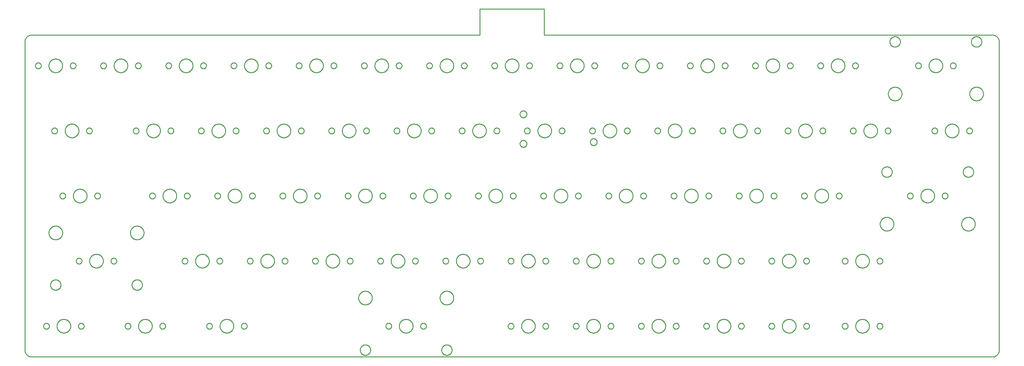
<source format=gbr>
G04 EAGLE Gerber RS-274X export*
G75*
%MOMM*%
%FSLAX34Y34*%
%LPD*%
%IN*%
%IPPOS*%
%AMOC8*
5,1,8,0,0,1.08239X$1,22.5*%
G01*
%ADD10C,0.254000*%


D10*
X100500Y120498D02*
X100576Y118755D01*
X100804Y117025D01*
X101181Y115322D01*
X101706Y113658D01*
X102374Y112046D01*
X103180Y110498D01*
X104117Y109027D01*
X105179Y107643D01*
X106358Y106356D01*
X107644Y105178D01*
X109028Y104115D01*
X110500Y103178D01*
X112048Y102372D01*
X113660Y101705D01*
X115324Y101180D01*
X117027Y100802D01*
X118757Y100575D01*
X120500Y100498D01*
X2927504Y100498D01*
X2929247Y100575D01*
X2930976Y100802D01*
X2932680Y101180D01*
X2934344Y101705D01*
X2935956Y102372D01*
X2937504Y103178D01*
X2938975Y104115D01*
X2940359Y105178D01*
X2941646Y106356D01*
X2942824Y107643D01*
X2943887Y109027D01*
X2944824Y110498D01*
X2945630Y112046D01*
X2946297Y113658D01*
X2946822Y115322D01*
X2947200Y117025D01*
X2947427Y118755D01*
X2947504Y120498D01*
X2947504Y1022500D01*
X2947427Y1024243D01*
X2947200Y1025973D01*
X2946822Y1027676D01*
X2946297Y1029340D01*
X2945630Y1030952D01*
X2944824Y1032500D01*
X2943887Y1033972D01*
X2942824Y1035356D01*
X2941646Y1036642D01*
X2940359Y1037821D01*
X2938975Y1038883D01*
X2937504Y1039821D01*
X2935956Y1040626D01*
X2934344Y1041294D01*
X2932680Y1041819D01*
X2930976Y1042196D01*
X2929247Y1042424D01*
X2927504Y1042500D01*
X1618002Y1042500D01*
X1618002Y1118500D01*
X1574002Y1118313D01*
X1430002Y1118313D01*
X1430002Y1042500D01*
X120500Y1042500D01*
X118757Y1042424D01*
X117027Y1042196D01*
X115324Y1041819D01*
X113660Y1041294D01*
X112048Y1040626D01*
X110500Y1039821D01*
X109028Y1038883D01*
X107644Y1037821D01*
X106358Y1036642D01*
X105179Y1035356D01*
X104117Y1033972D01*
X103180Y1032500D01*
X102374Y1030952D01*
X101706Y1029340D01*
X101181Y1027676D01*
X100804Y1025973D01*
X100576Y1024243D01*
X100500Y1022500D01*
X100500Y120498D01*
X1762080Y739132D02*
X1761210Y739056D01*
X1760350Y738904D01*
X1759506Y738678D01*
X1758686Y738380D01*
X1757894Y738011D01*
X1757138Y737574D01*
X1756423Y737073D01*
X1755754Y736512D01*
X1755136Y735895D01*
X1754575Y735226D01*
X1754074Y734510D01*
X1753638Y733754D01*
X1753269Y732963D01*
X1752970Y732142D01*
X1752744Y731299D01*
X1752592Y730439D01*
X1752516Y729569D01*
X1752516Y728696D01*
X1752592Y727826D01*
X1752744Y726966D01*
X1752970Y726122D01*
X1753269Y725302D01*
X1753638Y724510D01*
X1754074Y723754D01*
X1754575Y723039D01*
X1755136Y722370D01*
X1755754Y721752D01*
X1756423Y721191D01*
X1757138Y720690D01*
X1757894Y720254D01*
X1758686Y719885D01*
X1759506Y719586D01*
X1760350Y719360D01*
X1761210Y719208D01*
X1762080Y719132D01*
X1762953Y719132D01*
X1763823Y719208D01*
X1764683Y719360D01*
X1765526Y719586D01*
X1766347Y719885D01*
X1767138Y720254D01*
X1767894Y720690D01*
X1768610Y721191D01*
X1769279Y721752D01*
X1769896Y722370D01*
X1770457Y723039D01*
X1770958Y723754D01*
X1771395Y724510D01*
X1771764Y725302D01*
X1772062Y726122D01*
X1772288Y726966D01*
X1772440Y727826D01*
X1772516Y728696D01*
X1772516Y729569D01*
X1772440Y730439D01*
X1772288Y731299D01*
X1772062Y732142D01*
X1771764Y732963D01*
X1771395Y733754D01*
X1770958Y734510D01*
X1770457Y735226D01*
X1769896Y735895D01*
X1769279Y736512D01*
X1768610Y737073D01*
X1767894Y737574D01*
X1767138Y738011D01*
X1766347Y738380D01*
X1765526Y738678D01*
X1764683Y738904D01*
X1763823Y739056D01*
X1762953Y739132D01*
X1762080Y739132D01*
X1556680Y734152D02*
X1555810Y734076D01*
X1554950Y733924D01*
X1554106Y733698D01*
X1553286Y733400D01*
X1552494Y733031D01*
X1551738Y732594D01*
X1551023Y732093D01*
X1550354Y731532D01*
X1549736Y730915D01*
X1549175Y730246D01*
X1548674Y729530D01*
X1548238Y728774D01*
X1547869Y727983D01*
X1547570Y727162D01*
X1547344Y726319D01*
X1547192Y725459D01*
X1547116Y724589D01*
X1547116Y723716D01*
X1547192Y722846D01*
X1547344Y721986D01*
X1547570Y721142D01*
X1547869Y720322D01*
X1548238Y719530D01*
X1548674Y718774D01*
X1549175Y718059D01*
X1549736Y717390D01*
X1550354Y716772D01*
X1551023Y716211D01*
X1551738Y715710D01*
X1552494Y715274D01*
X1553286Y714905D01*
X1554106Y714606D01*
X1554950Y714380D01*
X1555810Y714228D01*
X1556680Y714152D01*
X1557553Y714152D01*
X1558423Y714228D01*
X1559283Y714380D01*
X1560126Y714606D01*
X1560947Y714905D01*
X1561738Y715274D01*
X1562494Y715710D01*
X1563210Y716211D01*
X1563879Y716772D01*
X1564496Y717390D01*
X1565057Y718059D01*
X1565558Y718774D01*
X1565995Y719530D01*
X1566364Y720322D01*
X1566662Y721142D01*
X1566888Y721986D01*
X1567040Y722846D01*
X1567116Y723716D01*
X1567116Y724589D01*
X1567040Y725459D01*
X1566888Y726319D01*
X1566662Y727162D01*
X1566364Y727983D01*
X1565995Y728774D01*
X1565558Y729530D01*
X1565057Y730246D01*
X1564496Y730915D01*
X1563879Y731532D01*
X1563210Y732093D01*
X1562494Y732594D01*
X1561738Y733031D01*
X1560947Y733400D01*
X1560126Y733698D01*
X1559283Y733924D01*
X1558423Y734076D01*
X1557553Y734152D01*
X1556680Y734152D01*
X1556680Y820512D02*
X1555810Y820436D01*
X1554950Y820284D01*
X1554106Y820058D01*
X1553286Y819760D01*
X1552494Y819391D01*
X1551738Y818954D01*
X1551023Y818453D01*
X1550354Y817892D01*
X1549736Y817275D01*
X1549175Y816606D01*
X1548674Y815890D01*
X1548238Y815134D01*
X1547869Y814343D01*
X1547570Y813522D01*
X1547344Y812679D01*
X1547192Y811819D01*
X1547116Y810949D01*
X1547116Y810076D01*
X1547192Y809206D01*
X1547344Y808346D01*
X1547570Y807502D01*
X1547869Y806682D01*
X1548238Y805890D01*
X1548674Y805134D01*
X1549175Y804419D01*
X1549736Y803750D01*
X1550354Y803132D01*
X1551023Y802571D01*
X1551738Y802070D01*
X1552494Y801634D01*
X1553286Y801265D01*
X1554106Y800966D01*
X1554950Y800740D01*
X1555810Y800588D01*
X1556680Y800512D01*
X1557553Y800512D01*
X1558423Y800588D01*
X1559283Y800740D01*
X1560126Y800966D01*
X1560947Y801265D01*
X1561738Y801634D01*
X1562494Y802070D01*
X1563210Y802571D01*
X1563879Y803132D01*
X1564496Y803750D01*
X1565057Y804419D01*
X1565558Y805134D01*
X1565995Y805890D01*
X1566364Y806682D01*
X1566662Y807502D01*
X1566888Y808346D01*
X1567040Y809206D01*
X1567116Y810076D01*
X1567116Y810949D01*
X1567040Y811819D01*
X1566888Y812679D01*
X1566662Y813522D01*
X1566364Y814343D01*
X1565995Y815134D01*
X1565558Y815890D01*
X1565057Y816606D01*
X1564496Y817275D01*
X1563879Y817892D01*
X1563210Y818453D01*
X1562494Y818954D01*
X1561738Y819391D01*
X1560947Y819760D01*
X1560126Y820058D01*
X1559283Y820284D01*
X1558423Y820436D01*
X1557553Y820512D01*
X1556680Y820512D01*
X210500Y951896D02*
X210427Y950689D01*
X210281Y949489D01*
X210063Y948300D01*
X209774Y947127D01*
X209415Y945973D01*
X208986Y944843D01*
X208490Y943741D01*
X207928Y942670D01*
X207303Y941636D01*
X206616Y940641D01*
X205871Y939690D01*
X205069Y938785D01*
X204215Y937931D01*
X203310Y937129D01*
X202359Y936384D01*
X201364Y935697D01*
X200330Y935072D01*
X199259Y934510D01*
X198157Y934014D01*
X197027Y933585D01*
X195873Y933226D01*
X194700Y932937D01*
X193511Y932719D01*
X192311Y932573D01*
X191104Y932500D01*
X189896Y932500D01*
X188689Y932573D01*
X187489Y932719D01*
X186300Y932937D01*
X185127Y933226D01*
X183973Y933585D01*
X182843Y934014D01*
X181741Y934510D01*
X180670Y935072D01*
X179636Y935697D01*
X178641Y936384D01*
X177690Y937129D01*
X176785Y937931D01*
X175931Y938785D01*
X175129Y939690D01*
X174384Y940641D01*
X173697Y941636D01*
X173072Y942670D01*
X172510Y943741D01*
X172014Y944843D01*
X171585Y945973D01*
X171226Y947127D01*
X170937Y948300D01*
X170719Y949489D01*
X170573Y950689D01*
X170500Y951896D01*
X170500Y953104D01*
X170573Y954311D01*
X170719Y955511D01*
X170937Y956700D01*
X171226Y957873D01*
X171585Y959027D01*
X172014Y960157D01*
X172510Y961259D01*
X173072Y962330D01*
X173697Y963364D01*
X174384Y964359D01*
X175129Y965310D01*
X175931Y966215D01*
X176785Y967069D01*
X177690Y967871D01*
X178641Y968616D01*
X179636Y969303D01*
X180670Y969928D01*
X181741Y970490D01*
X182843Y970986D01*
X183973Y971415D01*
X185127Y971774D01*
X186300Y972063D01*
X187489Y972281D01*
X188689Y972427D01*
X189896Y972500D01*
X191104Y972500D01*
X192311Y972427D01*
X193511Y972281D01*
X194700Y972063D01*
X195873Y971774D01*
X197027Y971415D01*
X198157Y970986D01*
X199259Y970490D01*
X200330Y969928D01*
X201364Y969303D01*
X202359Y968616D01*
X203310Y967871D01*
X204215Y967069D01*
X205069Y966215D01*
X205871Y965310D01*
X206616Y964359D01*
X207303Y963364D01*
X207928Y962330D01*
X208490Y961259D01*
X208986Y960157D01*
X209415Y959027D01*
X209774Y957873D01*
X210063Y956700D01*
X210281Y955511D01*
X210427Y954311D01*
X210500Y953104D01*
X210500Y951896D01*
X148200Y952129D02*
X148135Y951389D01*
X148006Y950659D01*
X147814Y949942D01*
X147560Y949244D01*
X147247Y948571D01*
X146876Y947929D01*
X146450Y947321D01*
X145973Y946752D01*
X145448Y946227D01*
X144879Y945750D01*
X144271Y945324D01*
X143629Y944953D01*
X142956Y944640D01*
X142258Y944386D01*
X141542Y944194D01*
X140811Y944065D01*
X140071Y944000D01*
X139329Y944000D01*
X138589Y944065D01*
X137859Y944194D01*
X137142Y944386D01*
X136444Y944640D01*
X135771Y944953D01*
X135129Y945324D01*
X134521Y945750D01*
X133952Y946227D01*
X133427Y946752D01*
X132950Y947321D01*
X132524Y947929D01*
X132153Y948571D01*
X131840Y949244D01*
X131586Y949942D01*
X131394Y950659D01*
X131265Y951389D01*
X131200Y952129D01*
X131200Y952871D01*
X131265Y953611D01*
X131394Y954342D01*
X131586Y955058D01*
X131840Y955756D01*
X132153Y956429D01*
X132524Y957071D01*
X132950Y957679D01*
X133427Y958248D01*
X133952Y958773D01*
X134521Y959250D01*
X135129Y959676D01*
X135771Y960047D01*
X136444Y960360D01*
X137142Y960614D01*
X137859Y960806D01*
X138589Y960935D01*
X139329Y961000D01*
X140071Y961000D01*
X140811Y960935D01*
X141542Y960806D01*
X142258Y960614D01*
X142956Y960360D01*
X143629Y960047D01*
X144271Y959676D01*
X144879Y959250D01*
X145448Y958773D01*
X145973Y958248D01*
X146450Y957679D01*
X146876Y957071D01*
X147247Y956429D01*
X147560Y955756D01*
X147814Y955058D01*
X148006Y954342D01*
X148135Y953611D01*
X148200Y952871D01*
X148200Y952129D01*
X249800Y952129D02*
X249735Y951389D01*
X249606Y950659D01*
X249414Y949942D01*
X249160Y949244D01*
X248847Y948571D01*
X248476Y947929D01*
X248050Y947321D01*
X247573Y946752D01*
X247048Y946227D01*
X246479Y945750D01*
X245871Y945324D01*
X245229Y944953D01*
X244556Y944640D01*
X243858Y944386D01*
X243142Y944194D01*
X242411Y944065D01*
X241671Y944000D01*
X240929Y944000D01*
X240189Y944065D01*
X239459Y944194D01*
X238742Y944386D01*
X238044Y944640D01*
X237371Y944953D01*
X236729Y945324D01*
X236121Y945750D01*
X235552Y946227D01*
X235027Y946752D01*
X234550Y947321D01*
X234124Y947929D01*
X233753Y948571D01*
X233440Y949244D01*
X233186Y949942D01*
X232994Y950659D01*
X232865Y951389D01*
X232800Y952129D01*
X232800Y952871D01*
X232865Y953611D01*
X232994Y954342D01*
X233186Y955058D01*
X233440Y955756D01*
X233753Y956429D01*
X234124Y957071D01*
X234550Y957679D01*
X235027Y958248D01*
X235552Y958773D01*
X236121Y959250D01*
X236729Y959676D01*
X237371Y960047D01*
X238044Y960360D01*
X238742Y960614D01*
X239459Y960806D01*
X240189Y960935D01*
X240929Y961000D01*
X241671Y961000D01*
X242411Y960935D01*
X243142Y960806D01*
X243858Y960614D01*
X244556Y960360D01*
X245229Y960047D01*
X245871Y959676D01*
X246479Y959250D01*
X247048Y958773D01*
X247573Y958248D01*
X248050Y957679D01*
X248476Y957071D01*
X248847Y956429D01*
X249160Y955756D01*
X249414Y955058D01*
X249606Y954342D01*
X249735Y953611D01*
X249800Y952871D01*
X249800Y952129D01*
X401000Y951896D02*
X400927Y950689D01*
X400781Y949489D01*
X400563Y948300D01*
X400274Y947127D01*
X399915Y945973D01*
X399486Y944843D01*
X398990Y943741D01*
X398428Y942670D01*
X397803Y941636D01*
X397116Y940641D01*
X396371Y939690D01*
X395569Y938785D01*
X394715Y937931D01*
X393810Y937129D01*
X392859Y936384D01*
X391864Y935697D01*
X390830Y935072D01*
X389759Y934510D01*
X388657Y934014D01*
X387527Y933585D01*
X386373Y933226D01*
X385200Y932937D01*
X384011Y932719D01*
X382811Y932573D01*
X381604Y932500D01*
X380396Y932500D01*
X379189Y932573D01*
X377989Y932719D01*
X376800Y932937D01*
X375627Y933226D01*
X374473Y933585D01*
X373343Y934014D01*
X372241Y934510D01*
X371170Y935072D01*
X370136Y935697D01*
X369141Y936384D01*
X368190Y937129D01*
X367285Y937931D01*
X366431Y938785D01*
X365629Y939690D01*
X364884Y940641D01*
X364197Y941636D01*
X363572Y942670D01*
X363010Y943741D01*
X362514Y944843D01*
X362085Y945973D01*
X361726Y947127D01*
X361437Y948300D01*
X361219Y949489D01*
X361073Y950689D01*
X361000Y951896D01*
X361000Y953104D01*
X361073Y954311D01*
X361219Y955511D01*
X361437Y956700D01*
X361726Y957873D01*
X362085Y959027D01*
X362514Y960157D01*
X363010Y961259D01*
X363572Y962330D01*
X364197Y963364D01*
X364884Y964359D01*
X365629Y965310D01*
X366431Y966215D01*
X367285Y967069D01*
X368190Y967871D01*
X369141Y968616D01*
X370136Y969303D01*
X371170Y969928D01*
X372241Y970490D01*
X373343Y970986D01*
X374473Y971415D01*
X375627Y971774D01*
X376800Y972063D01*
X377989Y972281D01*
X379189Y972427D01*
X380396Y972500D01*
X381604Y972500D01*
X382811Y972427D01*
X384011Y972281D01*
X385200Y972063D01*
X386373Y971774D01*
X387527Y971415D01*
X388657Y970986D01*
X389759Y970490D01*
X390830Y969928D01*
X391864Y969303D01*
X392859Y968616D01*
X393810Y967871D01*
X394715Y967069D01*
X395569Y966215D01*
X396371Y965310D01*
X397116Y964359D01*
X397803Y963364D01*
X398428Y962330D01*
X398990Y961259D01*
X399486Y960157D01*
X399915Y959027D01*
X400274Y957873D01*
X400563Y956700D01*
X400781Y955511D01*
X400927Y954311D01*
X401000Y953104D01*
X401000Y951896D01*
X338700Y952129D02*
X338635Y951389D01*
X338506Y950659D01*
X338314Y949942D01*
X338060Y949244D01*
X337747Y948571D01*
X337376Y947929D01*
X336950Y947321D01*
X336473Y946752D01*
X335948Y946227D01*
X335379Y945750D01*
X334771Y945324D01*
X334129Y944953D01*
X333456Y944640D01*
X332758Y944386D01*
X332042Y944194D01*
X331311Y944065D01*
X330571Y944000D01*
X329829Y944000D01*
X329089Y944065D01*
X328359Y944194D01*
X327642Y944386D01*
X326944Y944640D01*
X326271Y944953D01*
X325629Y945324D01*
X325021Y945750D01*
X324452Y946227D01*
X323927Y946752D01*
X323450Y947321D01*
X323024Y947929D01*
X322653Y948571D01*
X322340Y949244D01*
X322086Y949942D01*
X321894Y950659D01*
X321765Y951389D01*
X321700Y952129D01*
X321700Y952871D01*
X321765Y953611D01*
X321894Y954342D01*
X322086Y955058D01*
X322340Y955756D01*
X322653Y956429D01*
X323024Y957071D01*
X323450Y957679D01*
X323927Y958248D01*
X324452Y958773D01*
X325021Y959250D01*
X325629Y959676D01*
X326271Y960047D01*
X326944Y960360D01*
X327642Y960614D01*
X328359Y960806D01*
X329089Y960935D01*
X329829Y961000D01*
X330571Y961000D01*
X331311Y960935D01*
X332042Y960806D01*
X332758Y960614D01*
X333456Y960360D01*
X334129Y960047D01*
X334771Y959676D01*
X335379Y959250D01*
X335948Y958773D01*
X336473Y958248D01*
X336950Y957679D01*
X337376Y957071D01*
X337747Y956429D01*
X338060Y955756D01*
X338314Y955058D01*
X338506Y954342D01*
X338635Y953611D01*
X338700Y952871D01*
X338700Y952129D01*
X440300Y952129D02*
X440235Y951389D01*
X440106Y950659D01*
X439914Y949942D01*
X439660Y949244D01*
X439347Y948571D01*
X438976Y947929D01*
X438550Y947321D01*
X438073Y946752D01*
X437548Y946227D01*
X436979Y945750D01*
X436371Y945324D01*
X435729Y944953D01*
X435056Y944640D01*
X434358Y944386D01*
X433642Y944194D01*
X432911Y944065D01*
X432171Y944000D01*
X431429Y944000D01*
X430689Y944065D01*
X429959Y944194D01*
X429242Y944386D01*
X428544Y944640D01*
X427871Y944953D01*
X427229Y945324D01*
X426621Y945750D01*
X426052Y946227D01*
X425527Y946752D01*
X425050Y947321D01*
X424624Y947929D01*
X424253Y948571D01*
X423940Y949244D01*
X423686Y949942D01*
X423494Y950659D01*
X423365Y951389D01*
X423300Y952129D01*
X423300Y952871D01*
X423365Y953611D01*
X423494Y954342D01*
X423686Y955058D01*
X423940Y955756D01*
X424253Y956429D01*
X424624Y957071D01*
X425050Y957679D01*
X425527Y958248D01*
X426052Y958773D01*
X426621Y959250D01*
X427229Y959676D01*
X427871Y960047D01*
X428544Y960360D01*
X429242Y960614D01*
X429959Y960806D01*
X430689Y960935D01*
X431429Y961000D01*
X432171Y961000D01*
X432911Y960935D01*
X433642Y960806D01*
X434358Y960614D01*
X435056Y960360D01*
X435729Y960047D01*
X436371Y959676D01*
X436979Y959250D01*
X437548Y958773D01*
X438073Y958248D01*
X438550Y957679D01*
X438976Y957071D01*
X439347Y956429D01*
X439660Y955756D01*
X439914Y955058D01*
X440106Y954342D01*
X440235Y953611D01*
X440300Y952871D01*
X440300Y952129D01*
X591500Y951896D02*
X591427Y950689D01*
X591281Y949489D01*
X591063Y948300D01*
X590774Y947127D01*
X590415Y945973D01*
X589986Y944843D01*
X589490Y943741D01*
X588928Y942670D01*
X588303Y941636D01*
X587616Y940641D01*
X586871Y939690D01*
X586069Y938785D01*
X585215Y937931D01*
X584310Y937129D01*
X583359Y936384D01*
X582364Y935697D01*
X581330Y935072D01*
X580259Y934510D01*
X579157Y934014D01*
X578027Y933585D01*
X576873Y933226D01*
X575700Y932937D01*
X574511Y932719D01*
X573311Y932573D01*
X572104Y932500D01*
X570896Y932500D01*
X569689Y932573D01*
X568489Y932719D01*
X567300Y932937D01*
X566127Y933226D01*
X564973Y933585D01*
X563843Y934014D01*
X562741Y934510D01*
X561670Y935072D01*
X560636Y935697D01*
X559641Y936384D01*
X558690Y937129D01*
X557785Y937931D01*
X556931Y938785D01*
X556129Y939690D01*
X555384Y940641D01*
X554697Y941636D01*
X554072Y942670D01*
X553510Y943741D01*
X553014Y944843D01*
X552585Y945973D01*
X552226Y947127D01*
X551937Y948300D01*
X551719Y949489D01*
X551573Y950689D01*
X551500Y951896D01*
X551500Y953104D01*
X551573Y954311D01*
X551719Y955511D01*
X551937Y956700D01*
X552226Y957873D01*
X552585Y959027D01*
X553014Y960157D01*
X553510Y961259D01*
X554072Y962330D01*
X554697Y963364D01*
X555384Y964359D01*
X556129Y965310D01*
X556931Y966215D01*
X557785Y967069D01*
X558690Y967871D01*
X559641Y968616D01*
X560636Y969303D01*
X561670Y969928D01*
X562741Y970490D01*
X563843Y970986D01*
X564973Y971415D01*
X566127Y971774D01*
X567300Y972063D01*
X568489Y972281D01*
X569689Y972427D01*
X570896Y972500D01*
X572104Y972500D01*
X573311Y972427D01*
X574511Y972281D01*
X575700Y972063D01*
X576873Y971774D01*
X578027Y971415D01*
X579157Y970986D01*
X580259Y970490D01*
X581330Y969928D01*
X582364Y969303D01*
X583359Y968616D01*
X584310Y967871D01*
X585215Y967069D01*
X586069Y966215D01*
X586871Y965310D01*
X587616Y964359D01*
X588303Y963364D01*
X588928Y962330D01*
X589490Y961259D01*
X589986Y960157D01*
X590415Y959027D01*
X590774Y957873D01*
X591063Y956700D01*
X591281Y955511D01*
X591427Y954311D01*
X591500Y953104D01*
X591500Y951896D01*
X529200Y952129D02*
X529135Y951389D01*
X529006Y950659D01*
X528814Y949942D01*
X528560Y949244D01*
X528247Y948571D01*
X527876Y947929D01*
X527450Y947321D01*
X526973Y946752D01*
X526448Y946227D01*
X525879Y945750D01*
X525271Y945324D01*
X524629Y944953D01*
X523956Y944640D01*
X523258Y944386D01*
X522542Y944194D01*
X521811Y944065D01*
X521071Y944000D01*
X520329Y944000D01*
X519589Y944065D01*
X518859Y944194D01*
X518142Y944386D01*
X517444Y944640D01*
X516771Y944953D01*
X516129Y945324D01*
X515521Y945750D01*
X514952Y946227D01*
X514427Y946752D01*
X513950Y947321D01*
X513524Y947929D01*
X513153Y948571D01*
X512840Y949244D01*
X512586Y949942D01*
X512394Y950659D01*
X512265Y951389D01*
X512200Y952129D01*
X512200Y952871D01*
X512265Y953611D01*
X512394Y954342D01*
X512586Y955058D01*
X512840Y955756D01*
X513153Y956429D01*
X513524Y957071D01*
X513950Y957679D01*
X514427Y958248D01*
X514952Y958773D01*
X515521Y959250D01*
X516129Y959676D01*
X516771Y960047D01*
X517444Y960360D01*
X518142Y960614D01*
X518859Y960806D01*
X519589Y960935D01*
X520329Y961000D01*
X521071Y961000D01*
X521811Y960935D01*
X522542Y960806D01*
X523258Y960614D01*
X523956Y960360D01*
X524629Y960047D01*
X525271Y959676D01*
X525879Y959250D01*
X526448Y958773D01*
X526973Y958248D01*
X527450Y957679D01*
X527876Y957071D01*
X528247Y956429D01*
X528560Y955756D01*
X528814Y955058D01*
X529006Y954342D01*
X529135Y953611D01*
X529200Y952871D01*
X529200Y952129D01*
X630800Y952129D02*
X630735Y951389D01*
X630606Y950659D01*
X630414Y949942D01*
X630160Y949244D01*
X629847Y948571D01*
X629476Y947929D01*
X629050Y947321D01*
X628573Y946752D01*
X628048Y946227D01*
X627479Y945750D01*
X626871Y945324D01*
X626229Y944953D01*
X625556Y944640D01*
X624858Y944386D01*
X624142Y944194D01*
X623411Y944065D01*
X622671Y944000D01*
X621929Y944000D01*
X621189Y944065D01*
X620459Y944194D01*
X619742Y944386D01*
X619044Y944640D01*
X618371Y944953D01*
X617729Y945324D01*
X617121Y945750D01*
X616552Y946227D01*
X616027Y946752D01*
X615550Y947321D01*
X615124Y947929D01*
X614753Y948571D01*
X614440Y949244D01*
X614186Y949942D01*
X613994Y950659D01*
X613865Y951389D01*
X613800Y952129D01*
X613800Y952871D01*
X613865Y953611D01*
X613994Y954342D01*
X614186Y955058D01*
X614440Y955756D01*
X614753Y956429D01*
X615124Y957071D01*
X615550Y957679D01*
X616027Y958248D01*
X616552Y958773D01*
X617121Y959250D01*
X617729Y959676D01*
X618371Y960047D01*
X619044Y960360D01*
X619742Y960614D01*
X620459Y960806D01*
X621189Y960935D01*
X621929Y961000D01*
X622671Y961000D01*
X623411Y960935D01*
X624142Y960806D01*
X624858Y960614D01*
X625556Y960360D01*
X626229Y960047D01*
X626871Y959676D01*
X627479Y959250D01*
X628048Y958773D01*
X628573Y958248D01*
X629050Y957679D01*
X629476Y957071D01*
X629847Y956429D01*
X630160Y955756D01*
X630414Y955058D01*
X630606Y954342D01*
X630735Y953611D01*
X630800Y952871D01*
X630800Y952129D01*
X782000Y951896D02*
X781927Y950689D01*
X781781Y949489D01*
X781563Y948300D01*
X781274Y947127D01*
X780915Y945973D01*
X780486Y944843D01*
X779990Y943741D01*
X779428Y942670D01*
X778803Y941636D01*
X778116Y940641D01*
X777371Y939690D01*
X776569Y938785D01*
X775715Y937931D01*
X774810Y937129D01*
X773859Y936384D01*
X772864Y935697D01*
X771830Y935072D01*
X770759Y934510D01*
X769657Y934014D01*
X768527Y933585D01*
X767373Y933226D01*
X766200Y932937D01*
X765011Y932719D01*
X763811Y932573D01*
X762604Y932500D01*
X761396Y932500D01*
X760189Y932573D01*
X758989Y932719D01*
X757800Y932937D01*
X756627Y933226D01*
X755473Y933585D01*
X754343Y934014D01*
X753241Y934510D01*
X752170Y935072D01*
X751136Y935697D01*
X750141Y936384D01*
X749190Y937129D01*
X748285Y937931D01*
X747431Y938785D01*
X746629Y939690D01*
X745884Y940641D01*
X745197Y941636D01*
X744572Y942670D01*
X744010Y943741D01*
X743514Y944843D01*
X743085Y945973D01*
X742726Y947127D01*
X742437Y948300D01*
X742219Y949489D01*
X742073Y950689D01*
X742000Y951896D01*
X742000Y953104D01*
X742073Y954311D01*
X742219Y955511D01*
X742437Y956700D01*
X742726Y957873D01*
X743085Y959027D01*
X743514Y960157D01*
X744010Y961259D01*
X744572Y962330D01*
X745197Y963364D01*
X745884Y964359D01*
X746629Y965310D01*
X747431Y966215D01*
X748285Y967069D01*
X749190Y967871D01*
X750141Y968616D01*
X751136Y969303D01*
X752170Y969928D01*
X753241Y970490D01*
X754343Y970986D01*
X755473Y971415D01*
X756627Y971774D01*
X757800Y972063D01*
X758989Y972281D01*
X760189Y972427D01*
X761396Y972500D01*
X762604Y972500D01*
X763811Y972427D01*
X765011Y972281D01*
X766200Y972063D01*
X767373Y971774D01*
X768527Y971415D01*
X769657Y970986D01*
X770759Y970490D01*
X771830Y969928D01*
X772864Y969303D01*
X773859Y968616D01*
X774810Y967871D01*
X775715Y967069D01*
X776569Y966215D01*
X777371Y965310D01*
X778116Y964359D01*
X778803Y963364D01*
X779428Y962330D01*
X779990Y961259D01*
X780486Y960157D01*
X780915Y959027D01*
X781274Y957873D01*
X781563Y956700D01*
X781781Y955511D01*
X781927Y954311D01*
X782000Y953104D01*
X782000Y951896D01*
X719700Y952129D02*
X719635Y951389D01*
X719506Y950659D01*
X719314Y949942D01*
X719060Y949244D01*
X718747Y948571D01*
X718376Y947929D01*
X717950Y947321D01*
X717473Y946752D01*
X716948Y946227D01*
X716379Y945750D01*
X715771Y945324D01*
X715129Y944953D01*
X714456Y944640D01*
X713758Y944386D01*
X713042Y944194D01*
X712311Y944065D01*
X711571Y944000D01*
X710829Y944000D01*
X710089Y944065D01*
X709359Y944194D01*
X708642Y944386D01*
X707944Y944640D01*
X707271Y944953D01*
X706629Y945324D01*
X706021Y945750D01*
X705452Y946227D01*
X704927Y946752D01*
X704450Y947321D01*
X704024Y947929D01*
X703653Y948571D01*
X703340Y949244D01*
X703086Y949942D01*
X702894Y950659D01*
X702765Y951389D01*
X702700Y952129D01*
X702700Y952871D01*
X702765Y953611D01*
X702894Y954342D01*
X703086Y955058D01*
X703340Y955756D01*
X703653Y956429D01*
X704024Y957071D01*
X704450Y957679D01*
X704927Y958248D01*
X705452Y958773D01*
X706021Y959250D01*
X706629Y959676D01*
X707271Y960047D01*
X707944Y960360D01*
X708642Y960614D01*
X709359Y960806D01*
X710089Y960935D01*
X710829Y961000D01*
X711571Y961000D01*
X712311Y960935D01*
X713042Y960806D01*
X713758Y960614D01*
X714456Y960360D01*
X715129Y960047D01*
X715771Y959676D01*
X716379Y959250D01*
X716948Y958773D01*
X717473Y958248D01*
X717950Y957679D01*
X718376Y957071D01*
X718747Y956429D01*
X719060Y955756D01*
X719314Y955058D01*
X719506Y954342D01*
X719635Y953611D01*
X719700Y952871D01*
X719700Y952129D01*
X821300Y952129D02*
X821235Y951389D01*
X821106Y950659D01*
X820914Y949942D01*
X820660Y949244D01*
X820347Y948571D01*
X819976Y947929D01*
X819550Y947321D01*
X819073Y946752D01*
X818548Y946227D01*
X817979Y945750D01*
X817371Y945324D01*
X816729Y944953D01*
X816056Y944640D01*
X815358Y944386D01*
X814642Y944194D01*
X813911Y944065D01*
X813171Y944000D01*
X812429Y944000D01*
X811689Y944065D01*
X810959Y944194D01*
X810242Y944386D01*
X809544Y944640D01*
X808871Y944953D01*
X808229Y945324D01*
X807621Y945750D01*
X807052Y946227D01*
X806527Y946752D01*
X806050Y947321D01*
X805624Y947929D01*
X805253Y948571D01*
X804940Y949244D01*
X804686Y949942D01*
X804494Y950659D01*
X804365Y951389D01*
X804300Y952129D01*
X804300Y952871D01*
X804365Y953611D01*
X804494Y954342D01*
X804686Y955058D01*
X804940Y955756D01*
X805253Y956429D01*
X805624Y957071D01*
X806050Y957679D01*
X806527Y958248D01*
X807052Y958773D01*
X807621Y959250D01*
X808229Y959676D01*
X808871Y960047D01*
X809544Y960360D01*
X810242Y960614D01*
X810959Y960806D01*
X811689Y960935D01*
X812429Y961000D01*
X813171Y961000D01*
X813911Y960935D01*
X814642Y960806D01*
X815358Y960614D01*
X816056Y960360D01*
X816729Y960047D01*
X817371Y959676D01*
X817979Y959250D01*
X818548Y958773D01*
X819073Y958248D01*
X819550Y957679D01*
X819976Y957071D01*
X820347Y956429D01*
X820660Y955756D01*
X820914Y955058D01*
X821106Y954342D01*
X821235Y953611D01*
X821300Y952871D01*
X821300Y952129D01*
X972500Y951896D02*
X972427Y950689D01*
X972281Y949489D01*
X972063Y948300D01*
X971774Y947127D01*
X971415Y945973D01*
X970986Y944843D01*
X970490Y943741D01*
X969928Y942670D01*
X969303Y941636D01*
X968616Y940641D01*
X967871Y939690D01*
X967069Y938785D01*
X966215Y937931D01*
X965310Y937129D01*
X964359Y936384D01*
X963364Y935697D01*
X962330Y935072D01*
X961259Y934510D01*
X960157Y934014D01*
X959027Y933585D01*
X957873Y933226D01*
X956700Y932937D01*
X955511Y932719D01*
X954311Y932573D01*
X953104Y932500D01*
X951896Y932500D01*
X950689Y932573D01*
X949489Y932719D01*
X948300Y932937D01*
X947127Y933226D01*
X945973Y933585D01*
X944843Y934014D01*
X943741Y934510D01*
X942670Y935072D01*
X941636Y935697D01*
X940641Y936384D01*
X939690Y937129D01*
X938785Y937931D01*
X937931Y938785D01*
X937129Y939690D01*
X936384Y940641D01*
X935697Y941636D01*
X935072Y942670D01*
X934510Y943741D01*
X934014Y944843D01*
X933585Y945973D01*
X933226Y947127D01*
X932937Y948300D01*
X932719Y949489D01*
X932573Y950689D01*
X932500Y951896D01*
X932500Y953104D01*
X932573Y954311D01*
X932719Y955511D01*
X932937Y956700D01*
X933226Y957873D01*
X933585Y959027D01*
X934014Y960157D01*
X934510Y961259D01*
X935072Y962330D01*
X935697Y963364D01*
X936384Y964359D01*
X937129Y965310D01*
X937931Y966215D01*
X938785Y967069D01*
X939690Y967871D01*
X940641Y968616D01*
X941636Y969303D01*
X942670Y969928D01*
X943741Y970490D01*
X944843Y970986D01*
X945973Y971415D01*
X947127Y971774D01*
X948300Y972063D01*
X949489Y972281D01*
X950689Y972427D01*
X951896Y972500D01*
X953104Y972500D01*
X954311Y972427D01*
X955511Y972281D01*
X956700Y972063D01*
X957873Y971774D01*
X959027Y971415D01*
X960157Y970986D01*
X961259Y970490D01*
X962330Y969928D01*
X963364Y969303D01*
X964359Y968616D01*
X965310Y967871D01*
X966215Y967069D01*
X967069Y966215D01*
X967871Y965310D01*
X968616Y964359D01*
X969303Y963364D01*
X969928Y962330D01*
X970490Y961259D01*
X970986Y960157D01*
X971415Y959027D01*
X971774Y957873D01*
X972063Y956700D01*
X972281Y955511D01*
X972427Y954311D01*
X972500Y953104D01*
X972500Y951896D01*
X910200Y952129D02*
X910135Y951389D01*
X910006Y950659D01*
X909814Y949942D01*
X909560Y949244D01*
X909247Y948571D01*
X908876Y947929D01*
X908450Y947321D01*
X907973Y946752D01*
X907448Y946227D01*
X906879Y945750D01*
X906271Y945324D01*
X905629Y944953D01*
X904956Y944640D01*
X904258Y944386D01*
X903542Y944194D01*
X902811Y944065D01*
X902071Y944000D01*
X901329Y944000D01*
X900589Y944065D01*
X899859Y944194D01*
X899142Y944386D01*
X898444Y944640D01*
X897771Y944953D01*
X897129Y945324D01*
X896521Y945750D01*
X895952Y946227D01*
X895427Y946752D01*
X894950Y947321D01*
X894524Y947929D01*
X894153Y948571D01*
X893840Y949244D01*
X893586Y949942D01*
X893394Y950659D01*
X893265Y951389D01*
X893200Y952129D01*
X893200Y952871D01*
X893265Y953611D01*
X893394Y954342D01*
X893586Y955058D01*
X893840Y955756D01*
X894153Y956429D01*
X894524Y957071D01*
X894950Y957679D01*
X895427Y958248D01*
X895952Y958773D01*
X896521Y959250D01*
X897129Y959676D01*
X897771Y960047D01*
X898444Y960360D01*
X899142Y960614D01*
X899859Y960806D01*
X900589Y960935D01*
X901329Y961000D01*
X902071Y961000D01*
X902811Y960935D01*
X903542Y960806D01*
X904258Y960614D01*
X904956Y960360D01*
X905629Y960047D01*
X906271Y959676D01*
X906879Y959250D01*
X907448Y958773D01*
X907973Y958248D01*
X908450Y957679D01*
X908876Y957071D01*
X909247Y956429D01*
X909560Y955756D01*
X909814Y955058D01*
X910006Y954342D01*
X910135Y953611D01*
X910200Y952871D01*
X910200Y952129D01*
X1011800Y952129D02*
X1011735Y951389D01*
X1011606Y950659D01*
X1011414Y949942D01*
X1011160Y949244D01*
X1010847Y948571D01*
X1010476Y947929D01*
X1010050Y947321D01*
X1009573Y946752D01*
X1009048Y946227D01*
X1008479Y945750D01*
X1007871Y945324D01*
X1007229Y944953D01*
X1006556Y944640D01*
X1005858Y944386D01*
X1005142Y944194D01*
X1004411Y944065D01*
X1003671Y944000D01*
X1002929Y944000D01*
X1002189Y944065D01*
X1001459Y944194D01*
X1000742Y944386D01*
X1000044Y944640D01*
X999371Y944953D01*
X998729Y945324D01*
X998121Y945750D01*
X997552Y946227D01*
X997027Y946752D01*
X996550Y947321D01*
X996124Y947929D01*
X995753Y948571D01*
X995440Y949244D01*
X995186Y949942D01*
X994994Y950659D01*
X994865Y951389D01*
X994800Y952129D01*
X994800Y952871D01*
X994865Y953611D01*
X994994Y954342D01*
X995186Y955058D01*
X995440Y955756D01*
X995753Y956429D01*
X996124Y957071D01*
X996550Y957679D01*
X997027Y958248D01*
X997552Y958773D01*
X998121Y959250D01*
X998729Y959676D01*
X999371Y960047D01*
X1000044Y960360D01*
X1000742Y960614D01*
X1001459Y960806D01*
X1002189Y960935D01*
X1002929Y961000D01*
X1003671Y961000D01*
X1004411Y960935D01*
X1005142Y960806D01*
X1005858Y960614D01*
X1006556Y960360D01*
X1007229Y960047D01*
X1007871Y959676D01*
X1008479Y959250D01*
X1009048Y958773D01*
X1009573Y958248D01*
X1010050Y957679D01*
X1010476Y957071D01*
X1010847Y956429D01*
X1011160Y955756D01*
X1011414Y955058D01*
X1011606Y954342D01*
X1011735Y953611D01*
X1011800Y952871D01*
X1011800Y952129D01*
X1163000Y951896D02*
X1162927Y950689D01*
X1162781Y949489D01*
X1162563Y948300D01*
X1162274Y947127D01*
X1161915Y945973D01*
X1161486Y944843D01*
X1160990Y943741D01*
X1160428Y942670D01*
X1159803Y941636D01*
X1159116Y940641D01*
X1158371Y939690D01*
X1157569Y938785D01*
X1156715Y937931D01*
X1155810Y937129D01*
X1154859Y936384D01*
X1153864Y935697D01*
X1152830Y935072D01*
X1151759Y934510D01*
X1150657Y934014D01*
X1149527Y933585D01*
X1148373Y933226D01*
X1147200Y932937D01*
X1146011Y932719D01*
X1144811Y932573D01*
X1143604Y932500D01*
X1142396Y932500D01*
X1141189Y932573D01*
X1139989Y932719D01*
X1138800Y932937D01*
X1137627Y933226D01*
X1136473Y933585D01*
X1135343Y934014D01*
X1134241Y934510D01*
X1133170Y935072D01*
X1132136Y935697D01*
X1131141Y936384D01*
X1130190Y937129D01*
X1129285Y937931D01*
X1128431Y938785D01*
X1127629Y939690D01*
X1126884Y940641D01*
X1126197Y941636D01*
X1125572Y942670D01*
X1125010Y943741D01*
X1124514Y944843D01*
X1124085Y945973D01*
X1123726Y947127D01*
X1123437Y948300D01*
X1123219Y949489D01*
X1123073Y950689D01*
X1123000Y951896D01*
X1123000Y953104D01*
X1123073Y954311D01*
X1123219Y955511D01*
X1123437Y956700D01*
X1123726Y957873D01*
X1124085Y959027D01*
X1124514Y960157D01*
X1125010Y961259D01*
X1125572Y962330D01*
X1126197Y963364D01*
X1126884Y964359D01*
X1127629Y965310D01*
X1128431Y966215D01*
X1129285Y967069D01*
X1130190Y967871D01*
X1131141Y968616D01*
X1132136Y969303D01*
X1133170Y969928D01*
X1134241Y970490D01*
X1135343Y970986D01*
X1136473Y971415D01*
X1137627Y971774D01*
X1138800Y972063D01*
X1139989Y972281D01*
X1141189Y972427D01*
X1142396Y972500D01*
X1143604Y972500D01*
X1144811Y972427D01*
X1146011Y972281D01*
X1147200Y972063D01*
X1148373Y971774D01*
X1149527Y971415D01*
X1150657Y970986D01*
X1151759Y970490D01*
X1152830Y969928D01*
X1153864Y969303D01*
X1154859Y968616D01*
X1155810Y967871D01*
X1156715Y967069D01*
X1157569Y966215D01*
X1158371Y965310D01*
X1159116Y964359D01*
X1159803Y963364D01*
X1160428Y962330D01*
X1160990Y961259D01*
X1161486Y960157D01*
X1161915Y959027D01*
X1162274Y957873D01*
X1162563Y956700D01*
X1162781Y955511D01*
X1162927Y954311D01*
X1163000Y953104D01*
X1163000Y951896D01*
X1100700Y952129D02*
X1100635Y951389D01*
X1100506Y950659D01*
X1100314Y949942D01*
X1100060Y949244D01*
X1099747Y948571D01*
X1099376Y947929D01*
X1098950Y947321D01*
X1098473Y946752D01*
X1097948Y946227D01*
X1097379Y945750D01*
X1096771Y945324D01*
X1096129Y944953D01*
X1095456Y944640D01*
X1094758Y944386D01*
X1094042Y944194D01*
X1093311Y944065D01*
X1092571Y944000D01*
X1091829Y944000D01*
X1091089Y944065D01*
X1090359Y944194D01*
X1089642Y944386D01*
X1088944Y944640D01*
X1088271Y944953D01*
X1087629Y945324D01*
X1087021Y945750D01*
X1086452Y946227D01*
X1085927Y946752D01*
X1085450Y947321D01*
X1085024Y947929D01*
X1084653Y948571D01*
X1084340Y949244D01*
X1084086Y949942D01*
X1083894Y950659D01*
X1083765Y951389D01*
X1083700Y952129D01*
X1083700Y952871D01*
X1083765Y953611D01*
X1083894Y954342D01*
X1084086Y955058D01*
X1084340Y955756D01*
X1084653Y956429D01*
X1085024Y957071D01*
X1085450Y957679D01*
X1085927Y958248D01*
X1086452Y958773D01*
X1087021Y959250D01*
X1087629Y959676D01*
X1088271Y960047D01*
X1088944Y960360D01*
X1089642Y960614D01*
X1090359Y960806D01*
X1091089Y960935D01*
X1091829Y961000D01*
X1092571Y961000D01*
X1093311Y960935D01*
X1094042Y960806D01*
X1094758Y960614D01*
X1095456Y960360D01*
X1096129Y960047D01*
X1096771Y959676D01*
X1097379Y959250D01*
X1097948Y958773D01*
X1098473Y958248D01*
X1098950Y957679D01*
X1099376Y957071D01*
X1099747Y956429D01*
X1100060Y955756D01*
X1100314Y955058D01*
X1100506Y954342D01*
X1100635Y953611D01*
X1100700Y952871D01*
X1100700Y952129D01*
X1202300Y952129D02*
X1202235Y951389D01*
X1202106Y950659D01*
X1201914Y949942D01*
X1201660Y949244D01*
X1201347Y948571D01*
X1200976Y947929D01*
X1200550Y947321D01*
X1200073Y946752D01*
X1199548Y946227D01*
X1198979Y945750D01*
X1198371Y945324D01*
X1197729Y944953D01*
X1197056Y944640D01*
X1196358Y944386D01*
X1195642Y944194D01*
X1194911Y944065D01*
X1194171Y944000D01*
X1193429Y944000D01*
X1192689Y944065D01*
X1191959Y944194D01*
X1191242Y944386D01*
X1190544Y944640D01*
X1189871Y944953D01*
X1189229Y945324D01*
X1188621Y945750D01*
X1188052Y946227D01*
X1187527Y946752D01*
X1187050Y947321D01*
X1186624Y947929D01*
X1186253Y948571D01*
X1185940Y949244D01*
X1185686Y949942D01*
X1185494Y950659D01*
X1185365Y951389D01*
X1185300Y952129D01*
X1185300Y952871D01*
X1185365Y953611D01*
X1185494Y954342D01*
X1185686Y955058D01*
X1185940Y955756D01*
X1186253Y956429D01*
X1186624Y957071D01*
X1187050Y957679D01*
X1187527Y958248D01*
X1188052Y958773D01*
X1188621Y959250D01*
X1189229Y959676D01*
X1189871Y960047D01*
X1190544Y960360D01*
X1191242Y960614D01*
X1191959Y960806D01*
X1192689Y960935D01*
X1193429Y961000D01*
X1194171Y961000D01*
X1194911Y960935D01*
X1195642Y960806D01*
X1196358Y960614D01*
X1197056Y960360D01*
X1197729Y960047D01*
X1198371Y959676D01*
X1198979Y959250D01*
X1199548Y958773D01*
X1200073Y958248D01*
X1200550Y957679D01*
X1200976Y957071D01*
X1201347Y956429D01*
X1201660Y955756D01*
X1201914Y955058D01*
X1202106Y954342D01*
X1202235Y953611D01*
X1202300Y952871D01*
X1202300Y952129D01*
X1353500Y951896D02*
X1353427Y950689D01*
X1353281Y949489D01*
X1353063Y948300D01*
X1352774Y947127D01*
X1352415Y945973D01*
X1351986Y944843D01*
X1351490Y943741D01*
X1350928Y942670D01*
X1350303Y941636D01*
X1349616Y940641D01*
X1348871Y939690D01*
X1348069Y938785D01*
X1347215Y937931D01*
X1346310Y937129D01*
X1345359Y936384D01*
X1344364Y935697D01*
X1343330Y935072D01*
X1342259Y934510D01*
X1341157Y934014D01*
X1340027Y933585D01*
X1338873Y933226D01*
X1337700Y932937D01*
X1336511Y932719D01*
X1335311Y932573D01*
X1334104Y932500D01*
X1332896Y932500D01*
X1331689Y932573D01*
X1330489Y932719D01*
X1329300Y932937D01*
X1328127Y933226D01*
X1326973Y933585D01*
X1325843Y934014D01*
X1324741Y934510D01*
X1323670Y935072D01*
X1322636Y935697D01*
X1321641Y936384D01*
X1320690Y937129D01*
X1319785Y937931D01*
X1318931Y938785D01*
X1318129Y939690D01*
X1317384Y940641D01*
X1316697Y941636D01*
X1316072Y942670D01*
X1315510Y943741D01*
X1315014Y944843D01*
X1314585Y945973D01*
X1314226Y947127D01*
X1313937Y948300D01*
X1313719Y949489D01*
X1313573Y950689D01*
X1313500Y951896D01*
X1313500Y953104D01*
X1313573Y954311D01*
X1313719Y955511D01*
X1313937Y956700D01*
X1314226Y957873D01*
X1314585Y959027D01*
X1315014Y960157D01*
X1315510Y961259D01*
X1316072Y962330D01*
X1316697Y963364D01*
X1317384Y964359D01*
X1318129Y965310D01*
X1318931Y966215D01*
X1319785Y967069D01*
X1320690Y967871D01*
X1321641Y968616D01*
X1322636Y969303D01*
X1323670Y969928D01*
X1324741Y970490D01*
X1325843Y970986D01*
X1326973Y971415D01*
X1328127Y971774D01*
X1329300Y972063D01*
X1330489Y972281D01*
X1331689Y972427D01*
X1332896Y972500D01*
X1334104Y972500D01*
X1335311Y972427D01*
X1336511Y972281D01*
X1337700Y972063D01*
X1338873Y971774D01*
X1340027Y971415D01*
X1341157Y970986D01*
X1342259Y970490D01*
X1343330Y969928D01*
X1344364Y969303D01*
X1345359Y968616D01*
X1346310Y967871D01*
X1347215Y967069D01*
X1348069Y966215D01*
X1348871Y965310D01*
X1349616Y964359D01*
X1350303Y963364D01*
X1350928Y962330D01*
X1351490Y961259D01*
X1351986Y960157D01*
X1352415Y959027D01*
X1352774Y957873D01*
X1353063Y956700D01*
X1353281Y955511D01*
X1353427Y954311D01*
X1353500Y953104D01*
X1353500Y951896D01*
X1291200Y952129D02*
X1291135Y951389D01*
X1291006Y950659D01*
X1290814Y949942D01*
X1290560Y949244D01*
X1290247Y948571D01*
X1289876Y947929D01*
X1289450Y947321D01*
X1288973Y946752D01*
X1288448Y946227D01*
X1287879Y945750D01*
X1287271Y945324D01*
X1286629Y944953D01*
X1285956Y944640D01*
X1285258Y944386D01*
X1284542Y944194D01*
X1283811Y944065D01*
X1283071Y944000D01*
X1282329Y944000D01*
X1281589Y944065D01*
X1280859Y944194D01*
X1280142Y944386D01*
X1279444Y944640D01*
X1278771Y944953D01*
X1278129Y945324D01*
X1277521Y945750D01*
X1276952Y946227D01*
X1276427Y946752D01*
X1275950Y947321D01*
X1275524Y947929D01*
X1275153Y948571D01*
X1274840Y949244D01*
X1274586Y949942D01*
X1274394Y950659D01*
X1274265Y951389D01*
X1274200Y952129D01*
X1274200Y952871D01*
X1274265Y953611D01*
X1274394Y954342D01*
X1274586Y955058D01*
X1274840Y955756D01*
X1275153Y956429D01*
X1275524Y957071D01*
X1275950Y957679D01*
X1276427Y958248D01*
X1276952Y958773D01*
X1277521Y959250D01*
X1278129Y959676D01*
X1278771Y960047D01*
X1279444Y960360D01*
X1280142Y960614D01*
X1280859Y960806D01*
X1281589Y960935D01*
X1282329Y961000D01*
X1283071Y961000D01*
X1283811Y960935D01*
X1284542Y960806D01*
X1285258Y960614D01*
X1285956Y960360D01*
X1286629Y960047D01*
X1287271Y959676D01*
X1287879Y959250D01*
X1288448Y958773D01*
X1288973Y958248D01*
X1289450Y957679D01*
X1289876Y957071D01*
X1290247Y956429D01*
X1290560Y955756D01*
X1290814Y955058D01*
X1291006Y954342D01*
X1291135Y953611D01*
X1291200Y952871D01*
X1291200Y952129D01*
X1392800Y952129D02*
X1392735Y951389D01*
X1392606Y950659D01*
X1392414Y949942D01*
X1392160Y949244D01*
X1391847Y948571D01*
X1391476Y947929D01*
X1391050Y947321D01*
X1390573Y946752D01*
X1390048Y946227D01*
X1389479Y945750D01*
X1388871Y945324D01*
X1388229Y944953D01*
X1387556Y944640D01*
X1386858Y944386D01*
X1386142Y944194D01*
X1385411Y944065D01*
X1384671Y944000D01*
X1383929Y944000D01*
X1383189Y944065D01*
X1382459Y944194D01*
X1381742Y944386D01*
X1381044Y944640D01*
X1380371Y944953D01*
X1379729Y945324D01*
X1379121Y945750D01*
X1378552Y946227D01*
X1378027Y946752D01*
X1377550Y947321D01*
X1377124Y947929D01*
X1376753Y948571D01*
X1376440Y949244D01*
X1376186Y949942D01*
X1375994Y950659D01*
X1375865Y951389D01*
X1375800Y952129D01*
X1375800Y952871D01*
X1375865Y953611D01*
X1375994Y954342D01*
X1376186Y955058D01*
X1376440Y955756D01*
X1376753Y956429D01*
X1377124Y957071D01*
X1377550Y957679D01*
X1378027Y958248D01*
X1378552Y958773D01*
X1379121Y959250D01*
X1379729Y959676D01*
X1380371Y960047D01*
X1381044Y960360D01*
X1381742Y960614D01*
X1382459Y960806D01*
X1383189Y960935D01*
X1383929Y961000D01*
X1384671Y961000D01*
X1385411Y960935D01*
X1386142Y960806D01*
X1386858Y960614D01*
X1387556Y960360D01*
X1388229Y960047D01*
X1388871Y959676D01*
X1389479Y959250D01*
X1390048Y958773D01*
X1390573Y958248D01*
X1391050Y957679D01*
X1391476Y957071D01*
X1391847Y956429D01*
X1392160Y955756D01*
X1392414Y955058D01*
X1392606Y954342D01*
X1392735Y953611D01*
X1392800Y952871D01*
X1392800Y952129D01*
X1544000Y951896D02*
X1543927Y950689D01*
X1543781Y949489D01*
X1543563Y948300D01*
X1543274Y947127D01*
X1542915Y945973D01*
X1542486Y944843D01*
X1541990Y943741D01*
X1541428Y942670D01*
X1540803Y941636D01*
X1540116Y940641D01*
X1539371Y939690D01*
X1538569Y938785D01*
X1537715Y937931D01*
X1536810Y937129D01*
X1535859Y936384D01*
X1534864Y935697D01*
X1533830Y935072D01*
X1532759Y934510D01*
X1531657Y934014D01*
X1530527Y933585D01*
X1529373Y933226D01*
X1528200Y932937D01*
X1527011Y932719D01*
X1525811Y932573D01*
X1524604Y932500D01*
X1523396Y932500D01*
X1522189Y932573D01*
X1520989Y932719D01*
X1519800Y932937D01*
X1518627Y933226D01*
X1517473Y933585D01*
X1516343Y934014D01*
X1515241Y934510D01*
X1514170Y935072D01*
X1513136Y935697D01*
X1512141Y936384D01*
X1511190Y937129D01*
X1510285Y937931D01*
X1509431Y938785D01*
X1508629Y939690D01*
X1507884Y940641D01*
X1507197Y941636D01*
X1506572Y942670D01*
X1506010Y943741D01*
X1505514Y944843D01*
X1505085Y945973D01*
X1504726Y947127D01*
X1504437Y948300D01*
X1504219Y949489D01*
X1504073Y950689D01*
X1504000Y951896D01*
X1504000Y953104D01*
X1504073Y954311D01*
X1504219Y955511D01*
X1504437Y956700D01*
X1504726Y957873D01*
X1505085Y959027D01*
X1505514Y960157D01*
X1506010Y961259D01*
X1506572Y962330D01*
X1507197Y963364D01*
X1507884Y964359D01*
X1508629Y965310D01*
X1509431Y966215D01*
X1510285Y967069D01*
X1511190Y967871D01*
X1512141Y968616D01*
X1513136Y969303D01*
X1514170Y969928D01*
X1515241Y970490D01*
X1516343Y970986D01*
X1517473Y971415D01*
X1518627Y971774D01*
X1519800Y972063D01*
X1520989Y972281D01*
X1522189Y972427D01*
X1523396Y972500D01*
X1524604Y972500D01*
X1525811Y972427D01*
X1527011Y972281D01*
X1528200Y972063D01*
X1529373Y971774D01*
X1530527Y971415D01*
X1531657Y970986D01*
X1532759Y970490D01*
X1533830Y969928D01*
X1534864Y969303D01*
X1535859Y968616D01*
X1536810Y967871D01*
X1537715Y967069D01*
X1538569Y966215D01*
X1539371Y965310D01*
X1540116Y964359D01*
X1540803Y963364D01*
X1541428Y962330D01*
X1541990Y961259D01*
X1542486Y960157D01*
X1542915Y959027D01*
X1543274Y957873D01*
X1543563Y956700D01*
X1543781Y955511D01*
X1543927Y954311D01*
X1544000Y953104D01*
X1544000Y951896D01*
X1481700Y952129D02*
X1481635Y951389D01*
X1481506Y950659D01*
X1481314Y949942D01*
X1481060Y949244D01*
X1480747Y948571D01*
X1480376Y947929D01*
X1479950Y947321D01*
X1479473Y946752D01*
X1478948Y946227D01*
X1478379Y945750D01*
X1477771Y945324D01*
X1477129Y944953D01*
X1476456Y944640D01*
X1475758Y944386D01*
X1475042Y944194D01*
X1474311Y944065D01*
X1473571Y944000D01*
X1472829Y944000D01*
X1472089Y944065D01*
X1471359Y944194D01*
X1470642Y944386D01*
X1469944Y944640D01*
X1469271Y944953D01*
X1468629Y945324D01*
X1468021Y945750D01*
X1467452Y946227D01*
X1466927Y946752D01*
X1466450Y947321D01*
X1466024Y947929D01*
X1465653Y948571D01*
X1465340Y949244D01*
X1465086Y949942D01*
X1464894Y950659D01*
X1464765Y951389D01*
X1464700Y952129D01*
X1464700Y952871D01*
X1464765Y953611D01*
X1464894Y954342D01*
X1465086Y955058D01*
X1465340Y955756D01*
X1465653Y956429D01*
X1466024Y957071D01*
X1466450Y957679D01*
X1466927Y958248D01*
X1467452Y958773D01*
X1468021Y959250D01*
X1468629Y959676D01*
X1469271Y960047D01*
X1469944Y960360D01*
X1470642Y960614D01*
X1471359Y960806D01*
X1472089Y960935D01*
X1472829Y961000D01*
X1473571Y961000D01*
X1474311Y960935D01*
X1475042Y960806D01*
X1475758Y960614D01*
X1476456Y960360D01*
X1477129Y960047D01*
X1477771Y959676D01*
X1478379Y959250D01*
X1478948Y958773D01*
X1479473Y958248D01*
X1479950Y957679D01*
X1480376Y957071D01*
X1480747Y956429D01*
X1481060Y955756D01*
X1481314Y955058D01*
X1481506Y954342D01*
X1481635Y953611D01*
X1481700Y952871D01*
X1481700Y952129D01*
X1583300Y952129D02*
X1583235Y951389D01*
X1583106Y950659D01*
X1582914Y949942D01*
X1582660Y949244D01*
X1582347Y948571D01*
X1581976Y947929D01*
X1581550Y947321D01*
X1581073Y946752D01*
X1580548Y946227D01*
X1579979Y945750D01*
X1579371Y945324D01*
X1578729Y944953D01*
X1578056Y944640D01*
X1577358Y944386D01*
X1576642Y944194D01*
X1575911Y944065D01*
X1575171Y944000D01*
X1574429Y944000D01*
X1573689Y944065D01*
X1572959Y944194D01*
X1572242Y944386D01*
X1571544Y944640D01*
X1570871Y944953D01*
X1570229Y945324D01*
X1569621Y945750D01*
X1569052Y946227D01*
X1568527Y946752D01*
X1568050Y947321D01*
X1567624Y947929D01*
X1567253Y948571D01*
X1566940Y949244D01*
X1566686Y949942D01*
X1566494Y950659D01*
X1566365Y951389D01*
X1566300Y952129D01*
X1566300Y952871D01*
X1566365Y953611D01*
X1566494Y954342D01*
X1566686Y955058D01*
X1566940Y955756D01*
X1567253Y956429D01*
X1567624Y957071D01*
X1568050Y957679D01*
X1568527Y958248D01*
X1569052Y958773D01*
X1569621Y959250D01*
X1570229Y959676D01*
X1570871Y960047D01*
X1571544Y960360D01*
X1572242Y960614D01*
X1572959Y960806D01*
X1573689Y960935D01*
X1574429Y961000D01*
X1575171Y961000D01*
X1575911Y960935D01*
X1576642Y960806D01*
X1577358Y960614D01*
X1578056Y960360D01*
X1578729Y960047D01*
X1579371Y959676D01*
X1579979Y959250D01*
X1580548Y958773D01*
X1581073Y958248D01*
X1581550Y957679D01*
X1581976Y957071D01*
X1582347Y956429D01*
X1582660Y955756D01*
X1582914Y955058D01*
X1583106Y954342D01*
X1583235Y953611D01*
X1583300Y952871D01*
X1583300Y952129D01*
X1734500Y951896D02*
X1734427Y950689D01*
X1734281Y949489D01*
X1734063Y948300D01*
X1733774Y947127D01*
X1733415Y945973D01*
X1732986Y944843D01*
X1732490Y943741D01*
X1731928Y942670D01*
X1731303Y941636D01*
X1730616Y940641D01*
X1729871Y939690D01*
X1729069Y938785D01*
X1728215Y937931D01*
X1727310Y937129D01*
X1726359Y936384D01*
X1725364Y935697D01*
X1724330Y935072D01*
X1723259Y934510D01*
X1722157Y934014D01*
X1721027Y933585D01*
X1719873Y933226D01*
X1718700Y932937D01*
X1717511Y932719D01*
X1716311Y932573D01*
X1715104Y932500D01*
X1713896Y932500D01*
X1712689Y932573D01*
X1711489Y932719D01*
X1710300Y932937D01*
X1709127Y933226D01*
X1707973Y933585D01*
X1706843Y934014D01*
X1705741Y934510D01*
X1704670Y935072D01*
X1703636Y935697D01*
X1702641Y936384D01*
X1701690Y937129D01*
X1700785Y937931D01*
X1699931Y938785D01*
X1699129Y939690D01*
X1698384Y940641D01*
X1697697Y941636D01*
X1697072Y942670D01*
X1696510Y943741D01*
X1696014Y944843D01*
X1695585Y945973D01*
X1695226Y947127D01*
X1694937Y948300D01*
X1694719Y949489D01*
X1694573Y950689D01*
X1694500Y951896D01*
X1694500Y953104D01*
X1694573Y954311D01*
X1694719Y955511D01*
X1694937Y956700D01*
X1695226Y957873D01*
X1695585Y959027D01*
X1696014Y960157D01*
X1696510Y961259D01*
X1697072Y962330D01*
X1697697Y963364D01*
X1698384Y964359D01*
X1699129Y965310D01*
X1699931Y966215D01*
X1700785Y967069D01*
X1701690Y967871D01*
X1702641Y968616D01*
X1703636Y969303D01*
X1704670Y969928D01*
X1705741Y970490D01*
X1706843Y970986D01*
X1707973Y971415D01*
X1709127Y971774D01*
X1710300Y972063D01*
X1711489Y972281D01*
X1712689Y972427D01*
X1713896Y972500D01*
X1715104Y972500D01*
X1716311Y972427D01*
X1717511Y972281D01*
X1718700Y972063D01*
X1719873Y971774D01*
X1721027Y971415D01*
X1722157Y970986D01*
X1723259Y970490D01*
X1724330Y969928D01*
X1725364Y969303D01*
X1726359Y968616D01*
X1727310Y967871D01*
X1728215Y967069D01*
X1729069Y966215D01*
X1729871Y965310D01*
X1730616Y964359D01*
X1731303Y963364D01*
X1731928Y962330D01*
X1732490Y961259D01*
X1732986Y960157D01*
X1733415Y959027D01*
X1733774Y957873D01*
X1734063Y956700D01*
X1734281Y955511D01*
X1734427Y954311D01*
X1734500Y953104D01*
X1734500Y951896D01*
X1672200Y952129D02*
X1672135Y951389D01*
X1672006Y950659D01*
X1671814Y949942D01*
X1671560Y949244D01*
X1671247Y948571D01*
X1670876Y947929D01*
X1670450Y947321D01*
X1669973Y946752D01*
X1669448Y946227D01*
X1668879Y945750D01*
X1668271Y945324D01*
X1667629Y944953D01*
X1666956Y944640D01*
X1666258Y944386D01*
X1665542Y944194D01*
X1664811Y944065D01*
X1664071Y944000D01*
X1663329Y944000D01*
X1662589Y944065D01*
X1661859Y944194D01*
X1661142Y944386D01*
X1660444Y944640D01*
X1659771Y944953D01*
X1659129Y945324D01*
X1658521Y945750D01*
X1657952Y946227D01*
X1657427Y946752D01*
X1656950Y947321D01*
X1656524Y947929D01*
X1656153Y948571D01*
X1655840Y949244D01*
X1655586Y949942D01*
X1655394Y950659D01*
X1655265Y951389D01*
X1655200Y952129D01*
X1655200Y952871D01*
X1655265Y953611D01*
X1655394Y954342D01*
X1655586Y955058D01*
X1655840Y955756D01*
X1656153Y956429D01*
X1656524Y957071D01*
X1656950Y957679D01*
X1657427Y958248D01*
X1657952Y958773D01*
X1658521Y959250D01*
X1659129Y959676D01*
X1659771Y960047D01*
X1660444Y960360D01*
X1661142Y960614D01*
X1661859Y960806D01*
X1662589Y960935D01*
X1663329Y961000D01*
X1664071Y961000D01*
X1664811Y960935D01*
X1665542Y960806D01*
X1666258Y960614D01*
X1666956Y960360D01*
X1667629Y960047D01*
X1668271Y959676D01*
X1668879Y959250D01*
X1669448Y958773D01*
X1669973Y958248D01*
X1670450Y957679D01*
X1670876Y957071D01*
X1671247Y956429D01*
X1671560Y955756D01*
X1671814Y955058D01*
X1672006Y954342D01*
X1672135Y953611D01*
X1672200Y952871D01*
X1672200Y952129D01*
X1773800Y952129D02*
X1773735Y951389D01*
X1773606Y950659D01*
X1773414Y949942D01*
X1773160Y949244D01*
X1772847Y948571D01*
X1772476Y947929D01*
X1772050Y947321D01*
X1771573Y946752D01*
X1771048Y946227D01*
X1770479Y945750D01*
X1769871Y945324D01*
X1769229Y944953D01*
X1768556Y944640D01*
X1767858Y944386D01*
X1767142Y944194D01*
X1766411Y944065D01*
X1765671Y944000D01*
X1764929Y944000D01*
X1764189Y944065D01*
X1763459Y944194D01*
X1762742Y944386D01*
X1762044Y944640D01*
X1761371Y944953D01*
X1760729Y945324D01*
X1760121Y945750D01*
X1759552Y946227D01*
X1759027Y946752D01*
X1758550Y947321D01*
X1758124Y947929D01*
X1757753Y948571D01*
X1757440Y949244D01*
X1757186Y949942D01*
X1756994Y950659D01*
X1756865Y951389D01*
X1756800Y952129D01*
X1756800Y952871D01*
X1756865Y953611D01*
X1756994Y954342D01*
X1757186Y955058D01*
X1757440Y955756D01*
X1757753Y956429D01*
X1758124Y957071D01*
X1758550Y957679D01*
X1759027Y958248D01*
X1759552Y958773D01*
X1760121Y959250D01*
X1760729Y959676D01*
X1761371Y960047D01*
X1762044Y960360D01*
X1762742Y960614D01*
X1763459Y960806D01*
X1764189Y960935D01*
X1764929Y961000D01*
X1765671Y961000D01*
X1766411Y960935D01*
X1767142Y960806D01*
X1767858Y960614D01*
X1768556Y960360D01*
X1769229Y960047D01*
X1769871Y959676D01*
X1770479Y959250D01*
X1771048Y958773D01*
X1771573Y958248D01*
X1772050Y957679D01*
X1772476Y957071D01*
X1772847Y956429D01*
X1773160Y955756D01*
X1773414Y955058D01*
X1773606Y954342D01*
X1773735Y953611D01*
X1773800Y952871D01*
X1773800Y952129D01*
X1925000Y951896D02*
X1924927Y950689D01*
X1924781Y949489D01*
X1924563Y948300D01*
X1924274Y947127D01*
X1923915Y945973D01*
X1923486Y944843D01*
X1922990Y943741D01*
X1922428Y942670D01*
X1921803Y941636D01*
X1921116Y940641D01*
X1920371Y939690D01*
X1919569Y938785D01*
X1918715Y937931D01*
X1917810Y937129D01*
X1916859Y936384D01*
X1915864Y935697D01*
X1914830Y935072D01*
X1913759Y934510D01*
X1912657Y934014D01*
X1911527Y933585D01*
X1910373Y933226D01*
X1909200Y932937D01*
X1908011Y932719D01*
X1906811Y932573D01*
X1905604Y932500D01*
X1904396Y932500D01*
X1903189Y932573D01*
X1901989Y932719D01*
X1900800Y932937D01*
X1899627Y933226D01*
X1898473Y933585D01*
X1897343Y934014D01*
X1896241Y934510D01*
X1895170Y935072D01*
X1894136Y935697D01*
X1893141Y936384D01*
X1892190Y937129D01*
X1891285Y937931D01*
X1890431Y938785D01*
X1889629Y939690D01*
X1888884Y940641D01*
X1888197Y941636D01*
X1887572Y942670D01*
X1887010Y943741D01*
X1886514Y944843D01*
X1886085Y945973D01*
X1885726Y947127D01*
X1885437Y948300D01*
X1885219Y949489D01*
X1885073Y950689D01*
X1885000Y951896D01*
X1885000Y953104D01*
X1885073Y954311D01*
X1885219Y955511D01*
X1885437Y956700D01*
X1885726Y957873D01*
X1886085Y959027D01*
X1886514Y960157D01*
X1887010Y961259D01*
X1887572Y962330D01*
X1888197Y963364D01*
X1888884Y964359D01*
X1889629Y965310D01*
X1890431Y966215D01*
X1891285Y967069D01*
X1892190Y967871D01*
X1893141Y968616D01*
X1894136Y969303D01*
X1895170Y969928D01*
X1896241Y970490D01*
X1897343Y970986D01*
X1898473Y971415D01*
X1899627Y971774D01*
X1900800Y972063D01*
X1901989Y972281D01*
X1903189Y972427D01*
X1904396Y972500D01*
X1905604Y972500D01*
X1906811Y972427D01*
X1908011Y972281D01*
X1909200Y972063D01*
X1910373Y971774D01*
X1911527Y971415D01*
X1912657Y970986D01*
X1913759Y970490D01*
X1914830Y969928D01*
X1915864Y969303D01*
X1916859Y968616D01*
X1917810Y967871D01*
X1918715Y967069D01*
X1919569Y966215D01*
X1920371Y965310D01*
X1921116Y964359D01*
X1921803Y963364D01*
X1922428Y962330D01*
X1922990Y961259D01*
X1923486Y960157D01*
X1923915Y959027D01*
X1924274Y957873D01*
X1924563Y956700D01*
X1924781Y955511D01*
X1924927Y954311D01*
X1925000Y953104D01*
X1925000Y951896D01*
X1862700Y952129D02*
X1862635Y951389D01*
X1862506Y950659D01*
X1862314Y949942D01*
X1862060Y949244D01*
X1861747Y948571D01*
X1861376Y947929D01*
X1860950Y947321D01*
X1860473Y946752D01*
X1859948Y946227D01*
X1859379Y945750D01*
X1858771Y945324D01*
X1858129Y944953D01*
X1857456Y944640D01*
X1856758Y944386D01*
X1856042Y944194D01*
X1855311Y944065D01*
X1854571Y944000D01*
X1853829Y944000D01*
X1853089Y944065D01*
X1852359Y944194D01*
X1851642Y944386D01*
X1850944Y944640D01*
X1850271Y944953D01*
X1849629Y945324D01*
X1849021Y945750D01*
X1848452Y946227D01*
X1847927Y946752D01*
X1847450Y947321D01*
X1847024Y947929D01*
X1846653Y948571D01*
X1846340Y949244D01*
X1846086Y949942D01*
X1845894Y950659D01*
X1845765Y951389D01*
X1845700Y952129D01*
X1845700Y952871D01*
X1845765Y953611D01*
X1845894Y954342D01*
X1846086Y955058D01*
X1846340Y955756D01*
X1846653Y956429D01*
X1847024Y957071D01*
X1847450Y957679D01*
X1847927Y958248D01*
X1848452Y958773D01*
X1849021Y959250D01*
X1849629Y959676D01*
X1850271Y960047D01*
X1850944Y960360D01*
X1851642Y960614D01*
X1852359Y960806D01*
X1853089Y960935D01*
X1853829Y961000D01*
X1854571Y961000D01*
X1855311Y960935D01*
X1856042Y960806D01*
X1856758Y960614D01*
X1857456Y960360D01*
X1858129Y960047D01*
X1858771Y959676D01*
X1859379Y959250D01*
X1859948Y958773D01*
X1860473Y958248D01*
X1860950Y957679D01*
X1861376Y957071D01*
X1861747Y956429D01*
X1862060Y955756D01*
X1862314Y955058D01*
X1862506Y954342D01*
X1862635Y953611D01*
X1862700Y952871D01*
X1862700Y952129D01*
X1964300Y952129D02*
X1964235Y951389D01*
X1964106Y950659D01*
X1963914Y949942D01*
X1963660Y949244D01*
X1963347Y948571D01*
X1962976Y947929D01*
X1962550Y947321D01*
X1962073Y946752D01*
X1961548Y946227D01*
X1960979Y945750D01*
X1960371Y945324D01*
X1959729Y944953D01*
X1959056Y944640D01*
X1958358Y944386D01*
X1957642Y944194D01*
X1956911Y944065D01*
X1956171Y944000D01*
X1955429Y944000D01*
X1954689Y944065D01*
X1953959Y944194D01*
X1953242Y944386D01*
X1952544Y944640D01*
X1951871Y944953D01*
X1951229Y945324D01*
X1950621Y945750D01*
X1950052Y946227D01*
X1949527Y946752D01*
X1949050Y947321D01*
X1948624Y947929D01*
X1948253Y948571D01*
X1947940Y949244D01*
X1947686Y949942D01*
X1947494Y950659D01*
X1947365Y951389D01*
X1947300Y952129D01*
X1947300Y952871D01*
X1947365Y953611D01*
X1947494Y954342D01*
X1947686Y955058D01*
X1947940Y955756D01*
X1948253Y956429D01*
X1948624Y957071D01*
X1949050Y957679D01*
X1949527Y958248D01*
X1950052Y958773D01*
X1950621Y959250D01*
X1951229Y959676D01*
X1951871Y960047D01*
X1952544Y960360D01*
X1953242Y960614D01*
X1953959Y960806D01*
X1954689Y960935D01*
X1955429Y961000D01*
X1956171Y961000D01*
X1956911Y960935D01*
X1957642Y960806D01*
X1958358Y960614D01*
X1959056Y960360D01*
X1959729Y960047D01*
X1960371Y959676D01*
X1960979Y959250D01*
X1961548Y958773D01*
X1962073Y958248D01*
X1962550Y957679D01*
X1962976Y957071D01*
X1963347Y956429D01*
X1963660Y955756D01*
X1963914Y955058D01*
X1964106Y954342D01*
X1964235Y953611D01*
X1964300Y952871D01*
X1964300Y952129D01*
X2115500Y951896D02*
X2115427Y950689D01*
X2115281Y949489D01*
X2115063Y948300D01*
X2114774Y947127D01*
X2114415Y945973D01*
X2113986Y944843D01*
X2113490Y943741D01*
X2112928Y942670D01*
X2112303Y941636D01*
X2111616Y940641D01*
X2110871Y939690D01*
X2110069Y938785D01*
X2109215Y937931D01*
X2108310Y937129D01*
X2107359Y936384D01*
X2106364Y935697D01*
X2105330Y935072D01*
X2104259Y934510D01*
X2103157Y934014D01*
X2102027Y933585D01*
X2100873Y933226D01*
X2099700Y932937D01*
X2098511Y932719D01*
X2097311Y932573D01*
X2096104Y932500D01*
X2094896Y932500D01*
X2093689Y932573D01*
X2092489Y932719D01*
X2091300Y932937D01*
X2090127Y933226D01*
X2088973Y933585D01*
X2087843Y934014D01*
X2086741Y934510D01*
X2085670Y935072D01*
X2084636Y935697D01*
X2083641Y936384D01*
X2082690Y937129D01*
X2081785Y937931D01*
X2080931Y938785D01*
X2080129Y939690D01*
X2079384Y940641D01*
X2078697Y941636D01*
X2078072Y942670D01*
X2077510Y943741D01*
X2077014Y944843D01*
X2076585Y945973D01*
X2076226Y947127D01*
X2075937Y948300D01*
X2075719Y949489D01*
X2075573Y950689D01*
X2075500Y951896D01*
X2075500Y953104D01*
X2075573Y954311D01*
X2075719Y955511D01*
X2075937Y956700D01*
X2076226Y957873D01*
X2076585Y959027D01*
X2077014Y960157D01*
X2077510Y961259D01*
X2078072Y962330D01*
X2078697Y963364D01*
X2079384Y964359D01*
X2080129Y965310D01*
X2080931Y966215D01*
X2081785Y967069D01*
X2082690Y967871D01*
X2083641Y968616D01*
X2084636Y969303D01*
X2085670Y969928D01*
X2086741Y970490D01*
X2087843Y970986D01*
X2088973Y971415D01*
X2090127Y971774D01*
X2091300Y972063D01*
X2092489Y972281D01*
X2093689Y972427D01*
X2094896Y972500D01*
X2096104Y972500D01*
X2097311Y972427D01*
X2098511Y972281D01*
X2099700Y972063D01*
X2100873Y971774D01*
X2102027Y971415D01*
X2103157Y970986D01*
X2104259Y970490D01*
X2105330Y969928D01*
X2106364Y969303D01*
X2107359Y968616D01*
X2108310Y967871D01*
X2109215Y967069D01*
X2110069Y966215D01*
X2110871Y965310D01*
X2111616Y964359D01*
X2112303Y963364D01*
X2112928Y962330D01*
X2113490Y961259D01*
X2113986Y960157D01*
X2114415Y959027D01*
X2114774Y957873D01*
X2115063Y956700D01*
X2115281Y955511D01*
X2115427Y954311D01*
X2115500Y953104D01*
X2115500Y951896D01*
X2053200Y952129D02*
X2053135Y951389D01*
X2053006Y950659D01*
X2052814Y949942D01*
X2052560Y949244D01*
X2052247Y948571D01*
X2051876Y947929D01*
X2051450Y947321D01*
X2050973Y946752D01*
X2050448Y946227D01*
X2049879Y945750D01*
X2049271Y945324D01*
X2048629Y944953D01*
X2047956Y944640D01*
X2047258Y944386D01*
X2046542Y944194D01*
X2045811Y944065D01*
X2045071Y944000D01*
X2044329Y944000D01*
X2043589Y944065D01*
X2042859Y944194D01*
X2042142Y944386D01*
X2041444Y944640D01*
X2040771Y944953D01*
X2040129Y945324D01*
X2039521Y945750D01*
X2038952Y946227D01*
X2038427Y946752D01*
X2037950Y947321D01*
X2037524Y947929D01*
X2037153Y948571D01*
X2036840Y949244D01*
X2036586Y949942D01*
X2036394Y950659D01*
X2036265Y951389D01*
X2036200Y952129D01*
X2036200Y952871D01*
X2036265Y953611D01*
X2036394Y954342D01*
X2036586Y955058D01*
X2036840Y955756D01*
X2037153Y956429D01*
X2037524Y957071D01*
X2037950Y957679D01*
X2038427Y958248D01*
X2038952Y958773D01*
X2039521Y959250D01*
X2040129Y959676D01*
X2040771Y960047D01*
X2041444Y960360D01*
X2042142Y960614D01*
X2042859Y960806D01*
X2043589Y960935D01*
X2044329Y961000D01*
X2045071Y961000D01*
X2045811Y960935D01*
X2046542Y960806D01*
X2047258Y960614D01*
X2047956Y960360D01*
X2048629Y960047D01*
X2049271Y959676D01*
X2049879Y959250D01*
X2050448Y958773D01*
X2050973Y958248D01*
X2051450Y957679D01*
X2051876Y957071D01*
X2052247Y956429D01*
X2052560Y955756D01*
X2052814Y955058D01*
X2053006Y954342D01*
X2053135Y953611D01*
X2053200Y952871D01*
X2053200Y952129D01*
X2154800Y952129D02*
X2154735Y951389D01*
X2154606Y950659D01*
X2154414Y949942D01*
X2154160Y949244D01*
X2153847Y948571D01*
X2153476Y947929D01*
X2153050Y947321D01*
X2152573Y946752D01*
X2152048Y946227D01*
X2151479Y945750D01*
X2150871Y945324D01*
X2150229Y944953D01*
X2149556Y944640D01*
X2148858Y944386D01*
X2148142Y944194D01*
X2147411Y944065D01*
X2146671Y944000D01*
X2145929Y944000D01*
X2145189Y944065D01*
X2144459Y944194D01*
X2143742Y944386D01*
X2143044Y944640D01*
X2142371Y944953D01*
X2141729Y945324D01*
X2141121Y945750D01*
X2140552Y946227D01*
X2140027Y946752D01*
X2139550Y947321D01*
X2139124Y947929D01*
X2138753Y948571D01*
X2138440Y949244D01*
X2138186Y949942D01*
X2137994Y950659D01*
X2137865Y951389D01*
X2137800Y952129D01*
X2137800Y952871D01*
X2137865Y953611D01*
X2137994Y954342D01*
X2138186Y955058D01*
X2138440Y955756D01*
X2138753Y956429D01*
X2139124Y957071D01*
X2139550Y957679D01*
X2140027Y958248D01*
X2140552Y958773D01*
X2141121Y959250D01*
X2141729Y959676D01*
X2142371Y960047D01*
X2143044Y960360D01*
X2143742Y960614D01*
X2144459Y960806D01*
X2145189Y960935D01*
X2145929Y961000D01*
X2146671Y961000D01*
X2147411Y960935D01*
X2148142Y960806D01*
X2148858Y960614D01*
X2149556Y960360D01*
X2150229Y960047D01*
X2150871Y959676D01*
X2151479Y959250D01*
X2152048Y958773D01*
X2152573Y958248D01*
X2153050Y957679D01*
X2153476Y957071D01*
X2153847Y956429D01*
X2154160Y955756D01*
X2154414Y955058D01*
X2154606Y954342D01*
X2154735Y953611D01*
X2154800Y952871D01*
X2154800Y952129D01*
X2306000Y951896D02*
X2305927Y950689D01*
X2305781Y949489D01*
X2305563Y948300D01*
X2305274Y947127D01*
X2304915Y945973D01*
X2304486Y944843D01*
X2303990Y943741D01*
X2303428Y942670D01*
X2302803Y941636D01*
X2302116Y940641D01*
X2301371Y939690D01*
X2300569Y938785D01*
X2299715Y937931D01*
X2298810Y937129D01*
X2297859Y936384D01*
X2296864Y935697D01*
X2295830Y935072D01*
X2294759Y934510D01*
X2293657Y934014D01*
X2292527Y933585D01*
X2291373Y933226D01*
X2290200Y932937D01*
X2289011Y932719D01*
X2287811Y932573D01*
X2286604Y932500D01*
X2285396Y932500D01*
X2284189Y932573D01*
X2282989Y932719D01*
X2281800Y932937D01*
X2280627Y933226D01*
X2279473Y933585D01*
X2278343Y934014D01*
X2277241Y934510D01*
X2276170Y935072D01*
X2275136Y935697D01*
X2274141Y936384D01*
X2273190Y937129D01*
X2272285Y937931D01*
X2271431Y938785D01*
X2270629Y939690D01*
X2269884Y940641D01*
X2269197Y941636D01*
X2268572Y942670D01*
X2268010Y943741D01*
X2267514Y944843D01*
X2267085Y945973D01*
X2266726Y947127D01*
X2266437Y948300D01*
X2266219Y949489D01*
X2266073Y950689D01*
X2266000Y951896D01*
X2266000Y953104D01*
X2266073Y954311D01*
X2266219Y955511D01*
X2266437Y956700D01*
X2266726Y957873D01*
X2267085Y959027D01*
X2267514Y960157D01*
X2268010Y961259D01*
X2268572Y962330D01*
X2269197Y963364D01*
X2269884Y964359D01*
X2270629Y965310D01*
X2271431Y966215D01*
X2272285Y967069D01*
X2273190Y967871D01*
X2274141Y968616D01*
X2275136Y969303D01*
X2276170Y969928D01*
X2277241Y970490D01*
X2278343Y970986D01*
X2279473Y971415D01*
X2280627Y971774D01*
X2281800Y972063D01*
X2282989Y972281D01*
X2284189Y972427D01*
X2285396Y972500D01*
X2286604Y972500D01*
X2287811Y972427D01*
X2289011Y972281D01*
X2290200Y972063D01*
X2291373Y971774D01*
X2292527Y971415D01*
X2293657Y970986D01*
X2294759Y970490D01*
X2295830Y969928D01*
X2296864Y969303D01*
X2297859Y968616D01*
X2298810Y967871D01*
X2299715Y967069D01*
X2300569Y966215D01*
X2301371Y965310D01*
X2302116Y964359D01*
X2302803Y963364D01*
X2303428Y962330D01*
X2303990Y961259D01*
X2304486Y960157D01*
X2304915Y959027D01*
X2305274Y957873D01*
X2305563Y956700D01*
X2305781Y955511D01*
X2305927Y954311D01*
X2306000Y953104D01*
X2306000Y951896D01*
X2243700Y952129D02*
X2243635Y951389D01*
X2243506Y950659D01*
X2243314Y949942D01*
X2243060Y949244D01*
X2242747Y948571D01*
X2242376Y947929D01*
X2241950Y947321D01*
X2241473Y946752D01*
X2240948Y946227D01*
X2240379Y945750D01*
X2239771Y945324D01*
X2239129Y944953D01*
X2238456Y944640D01*
X2237758Y944386D01*
X2237042Y944194D01*
X2236311Y944065D01*
X2235571Y944000D01*
X2234829Y944000D01*
X2234089Y944065D01*
X2233359Y944194D01*
X2232642Y944386D01*
X2231944Y944640D01*
X2231271Y944953D01*
X2230629Y945324D01*
X2230021Y945750D01*
X2229452Y946227D01*
X2228927Y946752D01*
X2228450Y947321D01*
X2228024Y947929D01*
X2227653Y948571D01*
X2227340Y949244D01*
X2227086Y949942D01*
X2226894Y950659D01*
X2226765Y951389D01*
X2226700Y952129D01*
X2226700Y952871D01*
X2226765Y953611D01*
X2226894Y954342D01*
X2227086Y955058D01*
X2227340Y955756D01*
X2227653Y956429D01*
X2228024Y957071D01*
X2228450Y957679D01*
X2228927Y958248D01*
X2229452Y958773D01*
X2230021Y959250D01*
X2230629Y959676D01*
X2231271Y960047D01*
X2231944Y960360D01*
X2232642Y960614D01*
X2233359Y960806D01*
X2234089Y960935D01*
X2234829Y961000D01*
X2235571Y961000D01*
X2236311Y960935D01*
X2237042Y960806D01*
X2237758Y960614D01*
X2238456Y960360D01*
X2239129Y960047D01*
X2239771Y959676D01*
X2240379Y959250D01*
X2240948Y958773D01*
X2241473Y958248D01*
X2241950Y957679D01*
X2242376Y957071D01*
X2242747Y956429D01*
X2243060Y955756D01*
X2243314Y955058D01*
X2243506Y954342D01*
X2243635Y953611D01*
X2243700Y952871D01*
X2243700Y952129D01*
X2345300Y952129D02*
X2345235Y951389D01*
X2345106Y950659D01*
X2344914Y949942D01*
X2344660Y949244D01*
X2344347Y948571D01*
X2343976Y947929D01*
X2343550Y947321D01*
X2343073Y946752D01*
X2342548Y946227D01*
X2341979Y945750D01*
X2341371Y945324D01*
X2340729Y944953D01*
X2340056Y944640D01*
X2339358Y944386D01*
X2338642Y944194D01*
X2337911Y944065D01*
X2337171Y944000D01*
X2336429Y944000D01*
X2335689Y944065D01*
X2334959Y944194D01*
X2334242Y944386D01*
X2333544Y944640D01*
X2332871Y944953D01*
X2332229Y945324D01*
X2331621Y945750D01*
X2331052Y946227D01*
X2330527Y946752D01*
X2330050Y947321D01*
X2329624Y947929D01*
X2329253Y948571D01*
X2328940Y949244D01*
X2328686Y949942D01*
X2328494Y950659D01*
X2328365Y951389D01*
X2328300Y952129D01*
X2328300Y952871D01*
X2328365Y953611D01*
X2328494Y954342D01*
X2328686Y955058D01*
X2328940Y955756D01*
X2329253Y956429D01*
X2329624Y957071D01*
X2330050Y957679D01*
X2330527Y958248D01*
X2331052Y958773D01*
X2331621Y959250D01*
X2332229Y959676D01*
X2332871Y960047D01*
X2333544Y960360D01*
X2334242Y960614D01*
X2334959Y960806D01*
X2335689Y960935D01*
X2336429Y961000D01*
X2337171Y961000D01*
X2337911Y960935D01*
X2338642Y960806D01*
X2339358Y960614D01*
X2340056Y960360D01*
X2340729Y960047D01*
X2341371Y959676D01*
X2341979Y959250D01*
X2342548Y958773D01*
X2343073Y958248D01*
X2343550Y957679D01*
X2343976Y957071D01*
X2344347Y956429D01*
X2344660Y955756D01*
X2344914Y955058D01*
X2345106Y954342D01*
X2345235Y953611D01*
X2345300Y952871D01*
X2345300Y952129D01*
X258125Y761396D02*
X258052Y760189D01*
X257906Y758989D01*
X257688Y757800D01*
X257399Y756627D01*
X257040Y755473D01*
X256611Y754343D01*
X256115Y753241D01*
X255553Y752170D01*
X254928Y751136D01*
X254241Y750141D01*
X253496Y749190D01*
X252694Y748285D01*
X251840Y747431D01*
X250935Y746629D01*
X249984Y745884D01*
X248989Y745197D01*
X247955Y744572D01*
X246884Y744010D01*
X245782Y743514D01*
X244652Y743085D01*
X243498Y742726D01*
X242325Y742437D01*
X241136Y742219D01*
X239936Y742073D01*
X238729Y742000D01*
X237521Y742000D01*
X236314Y742073D01*
X235114Y742219D01*
X233925Y742437D01*
X232752Y742726D01*
X231598Y743085D01*
X230468Y743514D01*
X229366Y744010D01*
X228295Y744572D01*
X227261Y745197D01*
X226266Y745884D01*
X225315Y746629D01*
X224410Y747431D01*
X223556Y748285D01*
X222754Y749190D01*
X222009Y750141D01*
X221322Y751136D01*
X220697Y752170D01*
X220135Y753241D01*
X219639Y754343D01*
X219210Y755473D01*
X218851Y756627D01*
X218562Y757800D01*
X218344Y758989D01*
X218198Y760189D01*
X218125Y761396D01*
X218125Y762604D01*
X218198Y763811D01*
X218344Y765011D01*
X218562Y766200D01*
X218851Y767373D01*
X219210Y768527D01*
X219639Y769657D01*
X220135Y770759D01*
X220697Y771830D01*
X221322Y772864D01*
X222009Y773859D01*
X222754Y774810D01*
X223556Y775715D01*
X224410Y776569D01*
X225315Y777371D01*
X226266Y778116D01*
X227261Y778803D01*
X228295Y779428D01*
X229366Y779990D01*
X230468Y780486D01*
X231598Y780915D01*
X232752Y781274D01*
X233925Y781563D01*
X235114Y781781D01*
X236314Y781927D01*
X237521Y782000D01*
X238729Y782000D01*
X239936Y781927D01*
X241136Y781781D01*
X242325Y781563D01*
X243498Y781274D01*
X244652Y780915D01*
X245782Y780486D01*
X246884Y779990D01*
X247955Y779428D01*
X248989Y778803D01*
X249984Y778116D01*
X250935Y777371D01*
X251840Y776569D01*
X252694Y775715D01*
X253496Y774810D01*
X254241Y773859D01*
X254928Y772864D01*
X255553Y771830D01*
X256115Y770759D01*
X256611Y769657D01*
X257040Y768527D01*
X257399Y767373D01*
X257688Y766200D01*
X257906Y765011D01*
X258052Y763811D01*
X258125Y762604D01*
X258125Y761396D01*
X195825Y761629D02*
X195760Y760889D01*
X195631Y760159D01*
X195439Y759442D01*
X195185Y758744D01*
X194872Y758071D01*
X194501Y757429D01*
X194075Y756821D01*
X193598Y756252D01*
X193073Y755727D01*
X192504Y755250D01*
X191896Y754824D01*
X191254Y754453D01*
X190581Y754140D01*
X189883Y753886D01*
X189167Y753694D01*
X188436Y753565D01*
X187696Y753500D01*
X186954Y753500D01*
X186214Y753565D01*
X185484Y753694D01*
X184767Y753886D01*
X184069Y754140D01*
X183396Y754453D01*
X182754Y754824D01*
X182146Y755250D01*
X181577Y755727D01*
X181052Y756252D01*
X180575Y756821D01*
X180149Y757429D01*
X179778Y758071D01*
X179465Y758744D01*
X179211Y759442D01*
X179019Y760159D01*
X178890Y760889D01*
X178825Y761629D01*
X178825Y762371D01*
X178890Y763111D01*
X179019Y763842D01*
X179211Y764558D01*
X179465Y765256D01*
X179778Y765929D01*
X180149Y766571D01*
X180575Y767179D01*
X181052Y767748D01*
X181577Y768273D01*
X182146Y768750D01*
X182754Y769176D01*
X183396Y769547D01*
X184069Y769860D01*
X184767Y770114D01*
X185484Y770306D01*
X186214Y770435D01*
X186954Y770500D01*
X187696Y770500D01*
X188436Y770435D01*
X189167Y770306D01*
X189883Y770114D01*
X190581Y769860D01*
X191254Y769547D01*
X191896Y769176D01*
X192504Y768750D01*
X193073Y768273D01*
X193598Y767748D01*
X194075Y767179D01*
X194501Y766571D01*
X194872Y765929D01*
X195185Y765256D01*
X195439Y764558D01*
X195631Y763842D01*
X195760Y763111D01*
X195825Y762371D01*
X195825Y761629D01*
X297425Y761629D02*
X297360Y760889D01*
X297231Y760159D01*
X297039Y759442D01*
X296785Y758744D01*
X296472Y758071D01*
X296101Y757429D01*
X295675Y756821D01*
X295198Y756252D01*
X294673Y755727D01*
X294104Y755250D01*
X293496Y754824D01*
X292854Y754453D01*
X292181Y754140D01*
X291483Y753886D01*
X290767Y753694D01*
X290036Y753565D01*
X289296Y753500D01*
X288554Y753500D01*
X287814Y753565D01*
X287084Y753694D01*
X286367Y753886D01*
X285669Y754140D01*
X284996Y754453D01*
X284354Y754824D01*
X283746Y755250D01*
X283177Y755727D01*
X282652Y756252D01*
X282175Y756821D01*
X281749Y757429D01*
X281378Y758071D01*
X281065Y758744D01*
X280811Y759442D01*
X280619Y760159D01*
X280490Y760889D01*
X280425Y761629D01*
X280425Y762371D01*
X280490Y763111D01*
X280619Y763842D01*
X280811Y764558D01*
X281065Y765256D01*
X281378Y765929D01*
X281749Y766571D01*
X282175Y767179D01*
X282652Y767748D01*
X283177Y768273D01*
X283746Y768750D01*
X284354Y769176D01*
X284996Y769547D01*
X285669Y769860D01*
X286367Y770114D01*
X287084Y770306D01*
X287814Y770435D01*
X288554Y770500D01*
X289296Y770500D01*
X290036Y770435D01*
X290767Y770306D01*
X291483Y770114D01*
X292181Y769860D01*
X292854Y769547D01*
X293496Y769176D01*
X294104Y768750D01*
X294673Y768273D01*
X295198Y767748D01*
X295675Y767179D01*
X296101Y766571D01*
X296472Y765929D01*
X296785Y765256D01*
X297039Y764558D01*
X297231Y763842D01*
X297360Y763111D01*
X297425Y762371D01*
X297425Y761629D01*
X496250Y761396D02*
X496177Y760189D01*
X496031Y758989D01*
X495813Y757800D01*
X495524Y756627D01*
X495165Y755473D01*
X494736Y754343D01*
X494240Y753241D01*
X493678Y752170D01*
X493053Y751136D01*
X492366Y750141D01*
X491621Y749190D01*
X490819Y748285D01*
X489965Y747431D01*
X489060Y746629D01*
X488109Y745884D01*
X487114Y745197D01*
X486080Y744572D01*
X485009Y744010D01*
X483907Y743514D01*
X482777Y743085D01*
X481623Y742726D01*
X480450Y742437D01*
X479261Y742219D01*
X478061Y742073D01*
X476854Y742000D01*
X475646Y742000D01*
X474439Y742073D01*
X473239Y742219D01*
X472050Y742437D01*
X470877Y742726D01*
X469723Y743085D01*
X468593Y743514D01*
X467491Y744010D01*
X466420Y744572D01*
X465386Y745197D01*
X464391Y745884D01*
X463440Y746629D01*
X462535Y747431D01*
X461681Y748285D01*
X460879Y749190D01*
X460134Y750141D01*
X459447Y751136D01*
X458822Y752170D01*
X458260Y753241D01*
X457764Y754343D01*
X457335Y755473D01*
X456976Y756627D01*
X456687Y757800D01*
X456469Y758989D01*
X456323Y760189D01*
X456250Y761396D01*
X456250Y762604D01*
X456323Y763811D01*
X456469Y765011D01*
X456687Y766200D01*
X456976Y767373D01*
X457335Y768527D01*
X457764Y769657D01*
X458260Y770759D01*
X458822Y771830D01*
X459447Y772864D01*
X460134Y773859D01*
X460879Y774810D01*
X461681Y775715D01*
X462535Y776569D01*
X463440Y777371D01*
X464391Y778116D01*
X465386Y778803D01*
X466420Y779428D01*
X467491Y779990D01*
X468593Y780486D01*
X469723Y780915D01*
X470877Y781274D01*
X472050Y781563D01*
X473239Y781781D01*
X474439Y781927D01*
X475646Y782000D01*
X476854Y782000D01*
X478061Y781927D01*
X479261Y781781D01*
X480450Y781563D01*
X481623Y781274D01*
X482777Y780915D01*
X483907Y780486D01*
X485009Y779990D01*
X486080Y779428D01*
X487114Y778803D01*
X488109Y778116D01*
X489060Y777371D01*
X489965Y776569D01*
X490819Y775715D01*
X491621Y774810D01*
X492366Y773859D01*
X493053Y772864D01*
X493678Y771830D01*
X494240Y770759D01*
X494736Y769657D01*
X495165Y768527D01*
X495524Y767373D01*
X495813Y766200D01*
X496031Y765011D01*
X496177Y763811D01*
X496250Y762604D01*
X496250Y761396D01*
X433950Y761629D02*
X433885Y760889D01*
X433756Y760159D01*
X433564Y759442D01*
X433310Y758744D01*
X432997Y758071D01*
X432626Y757429D01*
X432200Y756821D01*
X431723Y756252D01*
X431198Y755727D01*
X430629Y755250D01*
X430021Y754824D01*
X429379Y754453D01*
X428706Y754140D01*
X428008Y753886D01*
X427292Y753694D01*
X426561Y753565D01*
X425821Y753500D01*
X425079Y753500D01*
X424339Y753565D01*
X423609Y753694D01*
X422892Y753886D01*
X422194Y754140D01*
X421521Y754453D01*
X420879Y754824D01*
X420271Y755250D01*
X419702Y755727D01*
X419177Y756252D01*
X418700Y756821D01*
X418274Y757429D01*
X417903Y758071D01*
X417590Y758744D01*
X417336Y759442D01*
X417144Y760159D01*
X417015Y760889D01*
X416950Y761629D01*
X416950Y762371D01*
X417015Y763111D01*
X417144Y763842D01*
X417336Y764558D01*
X417590Y765256D01*
X417903Y765929D01*
X418274Y766571D01*
X418700Y767179D01*
X419177Y767748D01*
X419702Y768273D01*
X420271Y768750D01*
X420879Y769176D01*
X421521Y769547D01*
X422194Y769860D01*
X422892Y770114D01*
X423609Y770306D01*
X424339Y770435D01*
X425079Y770500D01*
X425821Y770500D01*
X426561Y770435D01*
X427292Y770306D01*
X428008Y770114D01*
X428706Y769860D01*
X429379Y769547D01*
X430021Y769176D01*
X430629Y768750D01*
X431198Y768273D01*
X431723Y767748D01*
X432200Y767179D01*
X432626Y766571D01*
X432997Y765929D01*
X433310Y765256D01*
X433564Y764558D01*
X433756Y763842D01*
X433885Y763111D01*
X433950Y762371D01*
X433950Y761629D01*
X535550Y761629D02*
X535485Y760889D01*
X535356Y760159D01*
X535164Y759442D01*
X534910Y758744D01*
X534597Y758071D01*
X534226Y757429D01*
X533800Y756821D01*
X533323Y756252D01*
X532798Y755727D01*
X532229Y755250D01*
X531621Y754824D01*
X530979Y754453D01*
X530306Y754140D01*
X529608Y753886D01*
X528892Y753694D01*
X528161Y753565D01*
X527421Y753500D01*
X526679Y753500D01*
X525939Y753565D01*
X525209Y753694D01*
X524492Y753886D01*
X523794Y754140D01*
X523121Y754453D01*
X522479Y754824D01*
X521871Y755250D01*
X521302Y755727D01*
X520777Y756252D01*
X520300Y756821D01*
X519874Y757429D01*
X519503Y758071D01*
X519190Y758744D01*
X518936Y759442D01*
X518744Y760159D01*
X518615Y760889D01*
X518550Y761629D01*
X518550Y762371D01*
X518615Y763111D01*
X518744Y763842D01*
X518936Y764558D01*
X519190Y765256D01*
X519503Y765929D01*
X519874Y766571D01*
X520300Y767179D01*
X520777Y767748D01*
X521302Y768273D01*
X521871Y768750D01*
X522479Y769176D01*
X523121Y769547D01*
X523794Y769860D01*
X524492Y770114D01*
X525209Y770306D01*
X525939Y770435D01*
X526679Y770500D01*
X527421Y770500D01*
X528161Y770435D01*
X528892Y770306D01*
X529608Y770114D01*
X530306Y769860D01*
X530979Y769547D01*
X531621Y769176D01*
X532229Y768750D01*
X532798Y768273D01*
X533323Y767748D01*
X533800Y767179D01*
X534226Y766571D01*
X534597Y765929D01*
X534910Y765256D01*
X535164Y764558D01*
X535356Y763842D01*
X535485Y763111D01*
X535550Y762371D01*
X535550Y761629D01*
X686750Y761396D02*
X686677Y760189D01*
X686531Y758989D01*
X686313Y757800D01*
X686024Y756627D01*
X685665Y755473D01*
X685236Y754343D01*
X684740Y753241D01*
X684178Y752170D01*
X683553Y751136D01*
X682866Y750141D01*
X682121Y749190D01*
X681319Y748285D01*
X680465Y747431D01*
X679560Y746629D01*
X678609Y745884D01*
X677614Y745197D01*
X676580Y744572D01*
X675509Y744010D01*
X674407Y743514D01*
X673277Y743085D01*
X672123Y742726D01*
X670950Y742437D01*
X669761Y742219D01*
X668561Y742073D01*
X667354Y742000D01*
X666146Y742000D01*
X664939Y742073D01*
X663739Y742219D01*
X662550Y742437D01*
X661377Y742726D01*
X660223Y743085D01*
X659093Y743514D01*
X657991Y744010D01*
X656920Y744572D01*
X655886Y745197D01*
X654891Y745884D01*
X653940Y746629D01*
X653035Y747431D01*
X652181Y748285D01*
X651379Y749190D01*
X650634Y750141D01*
X649947Y751136D01*
X649322Y752170D01*
X648760Y753241D01*
X648264Y754343D01*
X647835Y755473D01*
X647476Y756627D01*
X647187Y757800D01*
X646969Y758989D01*
X646823Y760189D01*
X646750Y761396D01*
X646750Y762604D01*
X646823Y763811D01*
X646969Y765011D01*
X647187Y766200D01*
X647476Y767373D01*
X647835Y768527D01*
X648264Y769657D01*
X648760Y770759D01*
X649322Y771830D01*
X649947Y772864D01*
X650634Y773859D01*
X651379Y774810D01*
X652181Y775715D01*
X653035Y776569D01*
X653940Y777371D01*
X654891Y778116D01*
X655886Y778803D01*
X656920Y779428D01*
X657991Y779990D01*
X659093Y780486D01*
X660223Y780915D01*
X661377Y781274D01*
X662550Y781563D01*
X663739Y781781D01*
X664939Y781927D01*
X666146Y782000D01*
X667354Y782000D01*
X668561Y781927D01*
X669761Y781781D01*
X670950Y781563D01*
X672123Y781274D01*
X673277Y780915D01*
X674407Y780486D01*
X675509Y779990D01*
X676580Y779428D01*
X677614Y778803D01*
X678609Y778116D01*
X679560Y777371D01*
X680465Y776569D01*
X681319Y775715D01*
X682121Y774810D01*
X682866Y773859D01*
X683553Y772864D01*
X684178Y771830D01*
X684740Y770759D01*
X685236Y769657D01*
X685665Y768527D01*
X686024Y767373D01*
X686313Y766200D01*
X686531Y765011D01*
X686677Y763811D01*
X686750Y762604D01*
X686750Y761396D01*
X624450Y761629D02*
X624385Y760889D01*
X624256Y760159D01*
X624064Y759442D01*
X623810Y758744D01*
X623497Y758071D01*
X623126Y757429D01*
X622700Y756821D01*
X622223Y756252D01*
X621698Y755727D01*
X621129Y755250D01*
X620521Y754824D01*
X619879Y754453D01*
X619206Y754140D01*
X618508Y753886D01*
X617792Y753694D01*
X617061Y753565D01*
X616321Y753500D01*
X615579Y753500D01*
X614839Y753565D01*
X614109Y753694D01*
X613392Y753886D01*
X612694Y754140D01*
X612021Y754453D01*
X611379Y754824D01*
X610771Y755250D01*
X610202Y755727D01*
X609677Y756252D01*
X609200Y756821D01*
X608774Y757429D01*
X608403Y758071D01*
X608090Y758744D01*
X607836Y759442D01*
X607644Y760159D01*
X607515Y760889D01*
X607450Y761629D01*
X607450Y762371D01*
X607515Y763111D01*
X607644Y763842D01*
X607836Y764558D01*
X608090Y765256D01*
X608403Y765929D01*
X608774Y766571D01*
X609200Y767179D01*
X609677Y767748D01*
X610202Y768273D01*
X610771Y768750D01*
X611379Y769176D01*
X612021Y769547D01*
X612694Y769860D01*
X613392Y770114D01*
X614109Y770306D01*
X614839Y770435D01*
X615579Y770500D01*
X616321Y770500D01*
X617061Y770435D01*
X617792Y770306D01*
X618508Y770114D01*
X619206Y769860D01*
X619879Y769547D01*
X620521Y769176D01*
X621129Y768750D01*
X621698Y768273D01*
X622223Y767748D01*
X622700Y767179D01*
X623126Y766571D01*
X623497Y765929D01*
X623810Y765256D01*
X624064Y764558D01*
X624256Y763842D01*
X624385Y763111D01*
X624450Y762371D01*
X624450Y761629D01*
X726050Y761629D02*
X725985Y760889D01*
X725856Y760159D01*
X725664Y759442D01*
X725410Y758744D01*
X725097Y758071D01*
X724726Y757429D01*
X724300Y756821D01*
X723823Y756252D01*
X723298Y755727D01*
X722729Y755250D01*
X722121Y754824D01*
X721479Y754453D01*
X720806Y754140D01*
X720108Y753886D01*
X719392Y753694D01*
X718661Y753565D01*
X717921Y753500D01*
X717179Y753500D01*
X716439Y753565D01*
X715709Y753694D01*
X714992Y753886D01*
X714294Y754140D01*
X713621Y754453D01*
X712979Y754824D01*
X712371Y755250D01*
X711802Y755727D01*
X711277Y756252D01*
X710800Y756821D01*
X710374Y757429D01*
X710003Y758071D01*
X709690Y758744D01*
X709436Y759442D01*
X709244Y760159D01*
X709115Y760889D01*
X709050Y761629D01*
X709050Y762371D01*
X709115Y763111D01*
X709244Y763842D01*
X709436Y764558D01*
X709690Y765256D01*
X710003Y765929D01*
X710374Y766571D01*
X710800Y767179D01*
X711277Y767748D01*
X711802Y768273D01*
X712371Y768750D01*
X712979Y769176D01*
X713621Y769547D01*
X714294Y769860D01*
X714992Y770114D01*
X715709Y770306D01*
X716439Y770435D01*
X717179Y770500D01*
X717921Y770500D01*
X718661Y770435D01*
X719392Y770306D01*
X720108Y770114D01*
X720806Y769860D01*
X721479Y769547D01*
X722121Y769176D01*
X722729Y768750D01*
X723298Y768273D01*
X723823Y767748D01*
X724300Y767179D01*
X724726Y766571D01*
X725097Y765929D01*
X725410Y765256D01*
X725664Y764558D01*
X725856Y763842D01*
X725985Y763111D01*
X726050Y762371D01*
X726050Y761629D01*
X877250Y761396D02*
X877177Y760189D01*
X877031Y758989D01*
X876813Y757800D01*
X876524Y756627D01*
X876165Y755473D01*
X875736Y754343D01*
X875240Y753241D01*
X874678Y752170D01*
X874053Y751136D01*
X873366Y750141D01*
X872621Y749190D01*
X871819Y748285D01*
X870965Y747431D01*
X870060Y746629D01*
X869109Y745884D01*
X868114Y745197D01*
X867080Y744572D01*
X866009Y744010D01*
X864907Y743514D01*
X863777Y743085D01*
X862623Y742726D01*
X861450Y742437D01*
X860261Y742219D01*
X859061Y742073D01*
X857854Y742000D01*
X856646Y742000D01*
X855439Y742073D01*
X854239Y742219D01*
X853050Y742437D01*
X851877Y742726D01*
X850723Y743085D01*
X849593Y743514D01*
X848491Y744010D01*
X847420Y744572D01*
X846386Y745197D01*
X845391Y745884D01*
X844440Y746629D01*
X843535Y747431D01*
X842681Y748285D01*
X841879Y749190D01*
X841134Y750141D01*
X840447Y751136D01*
X839822Y752170D01*
X839260Y753241D01*
X838764Y754343D01*
X838335Y755473D01*
X837976Y756627D01*
X837687Y757800D01*
X837469Y758989D01*
X837323Y760189D01*
X837250Y761396D01*
X837250Y762604D01*
X837323Y763811D01*
X837469Y765011D01*
X837687Y766200D01*
X837976Y767373D01*
X838335Y768527D01*
X838764Y769657D01*
X839260Y770759D01*
X839822Y771830D01*
X840447Y772864D01*
X841134Y773859D01*
X841879Y774810D01*
X842681Y775715D01*
X843535Y776569D01*
X844440Y777371D01*
X845391Y778116D01*
X846386Y778803D01*
X847420Y779428D01*
X848491Y779990D01*
X849593Y780486D01*
X850723Y780915D01*
X851877Y781274D01*
X853050Y781563D01*
X854239Y781781D01*
X855439Y781927D01*
X856646Y782000D01*
X857854Y782000D01*
X859061Y781927D01*
X860261Y781781D01*
X861450Y781563D01*
X862623Y781274D01*
X863777Y780915D01*
X864907Y780486D01*
X866009Y779990D01*
X867080Y779428D01*
X868114Y778803D01*
X869109Y778116D01*
X870060Y777371D01*
X870965Y776569D01*
X871819Y775715D01*
X872621Y774810D01*
X873366Y773859D01*
X874053Y772864D01*
X874678Y771830D01*
X875240Y770759D01*
X875736Y769657D01*
X876165Y768527D01*
X876524Y767373D01*
X876813Y766200D01*
X877031Y765011D01*
X877177Y763811D01*
X877250Y762604D01*
X877250Y761396D01*
X814950Y761629D02*
X814885Y760889D01*
X814756Y760159D01*
X814564Y759442D01*
X814310Y758744D01*
X813997Y758071D01*
X813626Y757429D01*
X813200Y756821D01*
X812723Y756252D01*
X812198Y755727D01*
X811629Y755250D01*
X811021Y754824D01*
X810379Y754453D01*
X809706Y754140D01*
X809008Y753886D01*
X808292Y753694D01*
X807561Y753565D01*
X806821Y753500D01*
X806079Y753500D01*
X805339Y753565D01*
X804609Y753694D01*
X803892Y753886D01*
X803194Y754140D01*
X802521Y754453D01*
X801879Y754824D01*
X801271Y755250D01*
X800702Y755727D01*
X800177Y756252D01*
X799700Y756821D01*
X799274Y757429D01*
X798903Y758071D01*
X798590Y758744D01*
X798336Y759442D01*
X798144Y760159D01*
X798015Y760889D01*
X797950Y761629D01*
X797950Y762371D01*
X798015Y763111D01*
X798144Y763842D01*
X798336Y764558D01*
X798590Y765256D01*
X798903Y765929D01*
X799274Y766571D01*
X799700Y767179D01*
X800177Y767748D01*
X800702Y768273D01*
X801271Y768750D01*
X801879Y769176D01*
X802521Y769547D01*
X803194Y769860D01*
X803892Y770114D01*
X804609Y770306D01*
X805339Y770435D01*
X806079Y770500D01*
X806821Y770500D01*
X807561Y770435D01*
X808292Y770306D01*
X809008Y770114D01*
X809706Y769860D01*
X810379Y769547D01*
X811021Y769176D01*
X811629Y768750D01*
X812198Y768273D01*
X812723Y767748D01*
X813200Y767179D01*
X813626Y766571D01*
X813997Y765929D01*
X814310Y765256D01*
X814564Y764558D01*
X814756Y763842D01*
X814885Y763111D01*
X814950Y762371D01*
X814950Y761629D01*
X916550Y761629D02*
X916485Y760889D01*
X916356Y760159D01*
X916164Y759442D01*
X915910Y758744D01*
X915597Y758071D01*
X915226Y757429D01*
X914800Y756821D01*
X914323Y756252D01*
X913798Y755727D01*
X913229Y755250D01*
X912621Y754824D01*
X911979Y754453D01*
X911306Y754140D01*
X910608Y753886D01*
X909892Y753694D01*
X909161Y753565D01*
X908421Y753500D01*
X907679Y753500D01*
X906939Y753565D01*
X906209Y753694D01*
X905492Y753886D01*
X904794Y754140D01*
X904121Y754453D01*
X903479Y754824D01*
X902871Y755250D01*
X902302Y755727D01*
X901777Y756252D01*
X901300Y756821D01*
X900874Y757429D01*
X900503Y758071D01*
X900190Y758744D01*
X899936Y759442D01*
X899744Y760159D01*
X899615Y760889D01*
X899550Y761629D01*
X899550Y762371D01*
X899615Y763111D01*
X899744Y763842D01*
X899936Y764558D01*
X900190Y765256D01*
X900503Y765929D01*
X900874Y766571D01*
X901300Y767179D01*
X901777Y767748D01*
X902302Y768273D01*
X902871Y768750D01*
X903479Y769176D01*
X904121Y769547D01*
X904794Y769860D01*
X905492Y770114D01*
X906209Y770306D01*
X906939Y770435D01*
X907679Y770500D01*
X908421Y770500D01*
X909161Y770435D01*
X909892Y770306D01*
X910608Y770114D01*
X911306Y769860D01*
X911979Y769547D01*
X912621Y769176D01*
X913229Y768750D01*
X913798Y768273D01*
X914323Y767748D01*
X914800Y767179D01*
X915226Y766571D01*
X915597Y765929D01*
X915910Y765256D01*
X916164Y764558D01*
X916356Y763842D01*
X916485Y763111D01*
X916550Y762371D01*
X916550Y761629D01*
X1067750Y761396D02*
X1067677Y760189D01*
X1067531Y758989D01*
X1067313Y757800D01*
X1067024Y756627D01*
X1066665Y755473D01*
X1066236Y754343D01*
X1065740Y753241D01*
X1065178Y752170D01*
X1064553Y751136D01*
X1063866Y750141D01*
X1063121Y749190D01*
X1062319Y748285D01*
X1061465Y747431D01*
X1060560Y746629D01*
X1059609Y745884D01*
X1058614Y745197D01*
X1057580Y744572D01*
X1056509Y744010D01*
X1055407Y743514D01*
X1054277Y743085D01*
X1053123Y742726D01*
X1051950Y742437D01*
X1050761Y742219D01*
X1049561Y742073D01*
X1048354Y742000D01*
X1047146Y742000D01*
X1045939Y742073D01*
X1044739Y742219D01*
X1043550Y742437D01*
X1042377Y742726D01*
X1041223Y743085D01*
X1040093Y743514D01*
X1038991Y744010D01*
X1037920Y744572D01*
X1036886Y745197D01*
X1035891Y745884D01*
X1034940Y746629D01*
X1034035Y747431D01*
X1033181Y748285D01*
X1032379Y749190D01*
X1031634Y750141D01*
X1030947Y751136D01*
X1030322Y752170D01*
X1029760Y753241D01*
X1029264Y754343D01*
X1028835Y755473D01*
X1028476Y756627D01*
X1028187Y757800D01*
X1027969Y758989D01*
X1027823Y760189D01*
X1027750Y761396D01*
X1027750Y762604D01*
X1027823Y763811D01*
X1027969Y765011D01*
X1028187Y766200D01*
X1028476Y767373D01*
X1028835Y768527D01*
X1029264Y769657D01*
X1029760Y770759D01*
X1030322Y771830D01*
X1030947Y772864D01*
X1031634Y773859D01*
X1032379Y774810D01*
X1033181Y775715D01*
X1034035Y776569D01*
X1034940Y777371D01*
X1035891Y778116D01*
X1036886Y778803D01*
X1037920Y779428D01*
X1038991Y779990D01*
X1040093Y780486D01*
X1041223Y780915D01*
X1042377Y781274D01*
X1043550Y781563D01*
X1044739Y781781D01*
X1045939Y781927D01*
X1047146Y782000D01*
X1048354Y782000D01*
X1049561Y781927D01*
X1050761Y781781D01*
X1051950Y781563D01*
X1053123Y781274D01*
X1054277Y780915D01*
X1055407Y780486D01*
X1056509Y779990D01*
X1057580Y779428D01*
X1058614Y778803D01*
X1059609Y778116D01*
X1060560Y777371D01*
X1061465Y776569D01*
X1062319Y775715D01*
X1063121Y774810D01*
X1063866Y773859D01*
X1064553Y772864D01*
X1065178Y771830D01*
X1065740Y770759D01*
X1066236Y769657D01*
X1066665Y768527D01*
X1067024Y767373D01*
X1067313Y766200D01*
X1067531Y765011D01*
X1067677Y763811D01*
X1067750Y762604D01*
X1067750Y761396D01*
X1005450Y761629D02*
X1005385Y760889D01*
X1005256Y760159D01*
X1005064Y759442D01*
X1004810Y758744D01*
X1004497Y758071D01*
X1004126Y757429D01*
X1003700Y756821D01*
X1003223Y756252D01*
X1002698Y755727D01*
X1002129Y755250D01*
X1001521Y754824D01*
X1000879Y754453D01*
X1000206Y754140D01*
X999508Y753886D01*
X998792Y753694D01*
X998061Y753565D01*
X997321Y753500D01*
X996579Y753500D01*
X995839Y753565D01*
X995109Y753694D01*
X994392Y753886D01*
X993694Y754140D01*
X993021Y754453D01*
X992379Y754824D01*
X991771Y755250D01*
X991202Y755727D01*
X990677Y756252D01*
X990200Y756821D01*
X989774Y757429D01*
X989403Y758071D01*
X989090Y758744D01*
X988836Y759442D01*
X988644Y760159D01*
X988515Y760889D01*
X988450Y761629D01*
X988450Y762371D01*
X988515Y763111D01*
X988644Y763842D01*
X988836Y764558D01*
X989090Y765256D01*
X989403Y765929D01*
X989774Y766571D01*
X990200Y767179D01*
X990677Y767748D01*
X991202Y768273D01*
X991771Y768750D01*
X992379Y769176D01*
X993021Y769547D01*
X993694Y769860D01*
X994392Y770114D01*
X995109Y770306D01*
X995839Y770435D01*
X996579Y770500D01*
X997321Y770500D01*
X998061Y770435D01*
X998792Y770306D01*
X999508Y770114D01*
X1000206Y769860D01*
X1000879Y769547D01*
X1001521Y769176D01*
X1002129Y768750D01*
X1002698Y768273D01*
X1003223Y767748D01*
X1003700Y767179D01*
X1004126Y766571D01*
X1004497Y765929D01*
X1004810Y765256D01*
X1005064Y764558D01*
X1005256Y763842D01*
X1005385Y763111D01*
X1005450Y762371D01*
X1005450Y761629D01*
X1107050Y761629D02*
X1106985Y760889D01*
X1106856Y760159D01*
X1106664Y759442D01*
X1106410Y758744D01*
X1106097Y758071D01*
X1105726Y757429D01*
X1105300Y756821D01*
X1104823Y756252D01*
X1104298Y755727D01*
X1103729Y755250D01*
X1103121Y754824D01*
X1102479Y754453D01*
X1101806Y754140D01*
X1101108Y753886D01*
X1100392Y753694D01*
X1099661Y753565D01*
X1098921Y753500D01*
X1098179Y753500D01*
X1097439Y753565D01*
X1096709Y753694D01*
X1095992Y753886D01*
X1095294Y754140D01*
X1094621Y754453D01*
X1093979Y754824D01*
X1093371Y755250D01*
X1092802Y755727D01*
X1092277Y756252D01*
X1091800Y756821D01*
X1091374Y757429D01*
X1091003Y758071D01*
X1090690Y758744D01*
X1090436Y759442D01*
X1090244Y760159D01*
X1090115Y760889D01*
X1090050Y761629D01*
X1090050Y762371D01*
X1090115Y763111D01*
X1090244Y763842D01*
X1090436Y764558D01*
X1090690Y765256D01*
X1091003Y765929D01*
X1091374Y766571D01*
X1091800Y767179D01*
X1092277Y767748D01*
X1092802Y768273D01*
X1093371Y768750D01*
X1093979Y769176D01*
X1094621Y769547D01*
X1095294Y769860D01*
X1095992Y770114D01*
X1096709Y770306D01*
X1097439Y770435D01*
X1098179Y770500D01*
X1098921Y770500D01*
X1099661Y770435D01*
X1100392Y770306D01*
X1101108Y770114D01*
X1101806Y769860D01*
X1102479Y769547D01*
X1103121Y769176D01*
X1103729Y768750D01*
X1104298Y768273D01*
X1104823Y767748D01*
X1105300Y767179D01*
X1105726Y766571D01*
X1106097Y765929D01*
X1106410Y765256D01*
X1106664Y764558D01*
X1106856Y763842D01*
X1106985Y763111D01*
X1107050Y762371D01*
X1107050Y761629D01*
X1258250Y761396D02*
X1258177Y760189D01*
X1258031Y758989D01*
X1257813Y757800D01*
X1257524Y756627D01*
X1257165Y755473D01*
X1256736Y754343D01*
X1256240Y753241D01*
X1255678Y752170D01*
X1255053Y751136D01*
X1254366Y750141D01*
X1253621Y749190D01*
X1252819Y748285D01*
X1251965Y747431D01*
X1251060Y746629D01*
X1250109Y745884D01*
X1249114Y745197D01*
X1248080Y744572D01*
X1247009Y744010D01*
X1245907Y743514D01*
X1244777Y743085D01*
X1243623Y742726D01*
X1242450Y742437D01*
X1241261Y742219D01*
X1240061Y742073D01*
X1238854Y742000D01*
X1237646Y742000D01*
X1236439Y742073D01*
X1235239Y742219D01*
X1234050Y742437D01*
X1232877Y742726D01*
X1231723Y743085D01*
X1230593Y743514D01*
X1229491Y744010D01*
X1228420Y744572D01*
X1227386Y745197D01*
X1226391Y745884D01*
X1225440Y746629D01*
X1224535Y747431D01*
X1223681Y748285D01*
X1222879Y749190D01*
X1222134Y750141D01*
X1221447Y751136D01*
X1220822Y752170D01*
X1220260Y753241D01*
X1219764Y754343D01*
X1219335Y755473D01*
X1218976Y756627D01*
X1218687Y757800D01*
X1218469Y758989D01*
X1218323Y760189D01*
X1218250Y761396D01*
X1218250Y762604D01*
X1218323Y763811D01*
X1218469Y765011D01*
X1218687Y766200D01*
X1218976Y767373D01*
X1219335Y768527D01*
X1219764Y769657D01*
X1220260Y770759D01*
X1220822Y771830D01*
X1221447Y772864D01*
X1222134Y773859D01*
X1222879Y774810D01*
X1223681Y775715D01*
X1224535Y776569D01*
X1225440Y777371D01*
X1226391Y778116D01*
X1227386Y778803D01*
X1228420Y779428D01*
X1229491Y779990D01*
X1230593Y780486D01*
X1231723Y780915D01*
X1232877Y781274D01*
X1234050Y781563D01*
X1235239Y781781D01*
X1236439Y781927D01*
X1237646Y782000D01*
X1238854Y782000D01*
X1240061Y781927D01*
X1241261Y781781D01*
X1242450Y781563D01*
X1243623Y781274D01*
X1244777Y780915D01*
X1245907Y780486D01*
X1247009Y779990D01*
X1248080Y779428D01*
X1249114Y778803D01*
X1250109Y778116D01*
X1251060Y777371D01*
X1251965Y776569D01*
X1252819Y775715D01*
X1253621Y774810D01*
X1254366Y773859D01*
X1255053Y772864D01*
X1255678Y771830D01*
X1256240Y770759D01*
X1256736Y769657D01*
X1257165Y768527D01*
X1257524Y767373D01*
X1257813Y766200D01*
X1258031Y765011D01*
X1258177Y763811D01*
X1258250Y762604D01*
X1258250Y761396D01*
X1195950Y761629D02*
X1195885Y760889D01*
X1195756Y760159D01*
X1195564Y759442D01*
X1195310Y758744D01*
X1194997Y758071D01*
X1194626Y757429D01*
X1194200Y756821D01*
X1193723Y756252D01*
X1193198Y755727D01*
X1192629Y755250D01*
X1192021Y754824D01*
X1191379Y754453D01*
X1190706Y754140D01*
X1190008Y753886D01*
X1189292Y753694D01*
X1188561Y753565D01*
X1187821Y753500D01*
X1187079Y753500D01*
X1186339Y753565D01*
X1185609Y753694D01*
X1184892Y753886D01*
X1184194Y754140D01*
X1183521Y754453D01*
X1182879Y754824D01*
X1182271Y755250D01*
X1181702Y755727D01*
X1181177Y756252D01*
X1180700Y756821D01*
X1180274Y757429D01*
X1179903Y758071D01*
X1179590Y758744D01*
X1179336Y759442D01*
X1179144Y760159D01*
X1179015Y760889D01*
X1178950Y761629D01*
X1178950Y762371D01*
X1179015Y763111D01*
X1179144Y763842D01*
X1179336Y764558D01*
X1179590Y765256D01*
X1179903Y765929D01*
X1180274Y766571D01*
X1180700Y767179D01*
X1181177Y767748D01*
X1181702Y768273D01*
X1182271Y768750D01*
X1182879Y769176D01*
X1183521Y769547D01*
X1184194Y769860D01*
X1184892Y770114D01*
X1185609Y770306D01*
X1186339Y770435D01*
X1187079Y770500D01*
X1187821Y770500D01*
X1188561Y770435D01*
X1189292Y770306D01*
X1190008Y770114D01*
X1190706Y769860D01*
X1191379Y769547D01*
X1192021Y769176D01*
X1192629Y768750D01*
X1193198Y768273D01*
X1193723Y767748D01*
X1194200Y767179D01*
X1194626Y766571D01*
X1194997Y765929D01*
X1195310Y765256D01*
X1195564Y764558D01*
X1195756Y763842D01*
X1195885Y763111D01*
X1195950Y762371D01*
X1195950Y761629D01*
X1297550Y761629D02*
X1297485Y760889D01*
X1297356Y760159D01*
X1297164Y759442D01*
X1296910Y758744D01*
X1296597Y758071D01*
X1296226Y757429D01*
X1295800Y756821D01*
X1295323Y756252D01*
X1294798Y755727D01*
X1294229Y755250D01*
X1293621Y754824D01*
X1292979Y754453D01*
X1292306Y754140D01*
X1291608Y753886D01*
X1290892Y753694D01*
X1290161Y753565D01*
X1289421Y753500D01*
X1288679Y753500D01*
X1287939Y753565D01*
X1287209Y753694D01*
X1286492Y753886D01*
X1285794Y754140D01*
X1285121Y754453D01*
X1284479Y754824D01*
X1283871Y755250D01*
X1283302Y755727D01*
X1282777Y756252D01*
X1282300Y756821D01*
X1281874Y757429D01*
X1281503Y758071D01*
X1281190Y758744D01*
X1280936Y759442D01*
X1280744Y760159D01*
X1280615Y760889D01*
X1280550Y761629D01*
X1280550Y762371D01*
X1280615Y763111D01*
X1280744Y763842D01*
X1280936Y764558D01*
X1281190Y765256D01*
X1281503Y765929D01*
X1281874Y766571D01*
X1282300Y767179D01*
X1282777Y767748D01*
X1283302Y768273D01*
X1283871Y768750D01*
X1284479Y769176D01*
X1285121Y769547D01*
X1285794Y769860D01*
X1286492Y770114D01*
X1287209Y770306D01*
X1287939Y770435D01*
X1288679Y770500D01*
X1289421Y770500D01*
X1290161Y770435D01*
X1290892Y770306D01*
X1291608Y770114D01*
X1292306Y769860D01*
X1292979Y769547D01*
X1293621Y769176D01*
X1294229Y768750D01*
X1294798Y768273D01*
X1295323Y767748D01*
X1295800Y767179D01*
X1296226Y766571D01*
X1296597Y765929D01*
X1296910Y765256D01*
X1297164Y764558D01*
X1297356Y763842D01*
X1297485Y763111D01*
X1297550Y762371D01*
X1297550Y761629D01*
X1448750Y761396D02*
X1448677Y760189D01*
X1448531Y758989D01*
X1448313Y757800D01*
X1448024Y756627D01*
X1447665Y755473D01*
X1447236Y754343D01*
X1446740Y753241D01*
X1446178Y752170D01*
X1445553Y751136D01*
X1444866Y750141D01*
X1444121Y749190D01*
X1443319Y748285D01*
X1442465Y747431D01*
X1441560Y746629D01*
X1440609Y745884D01*
X1439614Y745197D01*
X1438580Y744572D01*
X1437509Y744010D01*
X1436407Y743514D01*
X1435277Y743085D01*
X1434123Y742726D01*
X1432950Y742437D01*
X1431761Y742219D01*
X1430561Y742073D01*
X1429354Y742000D01*
X1428146Y742000D01*
X1426939Y742073D01*
X1425739Y742219D01*
X1424550Y742437D01*
X1423377Y742726D01*
X1422223Y743085D01*
X1421093Y743514D01*
X1419991Y744010D01*
X1418920Y744572D01*
X1417886Y745197D01*
X1416891Y745884D01*
X1415940Y746629D01*
X1415035Y747431D01*
X1414181Y748285D01*
X1413379Y749190D01*
X1412634Y750141D01*
X1411947Y751136D01*
X1411322Y752170D01*
X1410760Y753241D01*
X1410264Y754343D01*
X1409835Y755473D01*
X1409476Y756627D01*
X1409187Y757800D01*
X1408969Y758989D01*
X1408823Y760189D01*
X1408750Y761396D01*
X1408750Y762604D01*
X1408823Y763811D01*
X1408969Y765011D01*
X1409187Y766200D01*
X1409476Y767373D01*
X1409835Y768527D01*
X1410264Y769657D01*
X1410760Y770759D01*
X1411322Y771830D01*
X1411947Y772864D01*
X1412634Y773859D01*
X1413379Y774810D01*
X1414181Y775715D01*
X1415035Y776569D01*
X1415940Y777371D01*
X1416891Y778116D01*
X1417886Y778803D01*
X1418920Y779428D01*
X1419991Y779990D01*
X1421093Y780486D01*
X1422223Y780915D01*
X1423377Y781274D01*
X1424550Y781563D01*
X1425739Y781781D01*
X1426939Y781927D01*
X1428146Y782000D01*
X1429354Y782000D01*
X1430561Y781927D01*
X1431761Y781781D01*
X1432950Y781563D01*
X1434123Y781274D01*
X1435277Y780915D01*
X1436407Y780486D01*
X1437509Y779990D01*
X1438580Y779428D01*
X1439614Y778803D01*
X1440609Y778116D01*
X1441560Y777371D01*
X1442465Y776569D01*
X1443319Y775715D01*
X1444121Y774810D01*
X1444866Y773859D01*
X1445553Y772864D01*
X1446178Y771830D01*
X1446740Y770759D01*
X1447236Y769657D01*
X1447665Y768527D01*
X1448024Y767373D01*
X1448313Y766200D01*
X1448531Y765011D01*
X1448677Y763811D01*
X1448750Y762604D01*
X1448750Y761396D01*
X1386450Y761629D02*
X1386385Y760889D01*
X1386256Y760159D01*
X1386064Y759442D01*
X1385810Y758744D01*
X1385497Y758071D01*
X1385126Y757429D01*
X1384700Y756821D01*
X1384223Y756252D01*
X1383698Y755727D01*
X1383129Y755250D01*
X1382521Y754824D01*
X1381879Y754453D01*
X1381206Y754140D01*
X1380508Y753886D01*
X1379792Y753694D01*
X1379061Y753565D01*
X1378321Y753500D01*
X1377579Y753500D01*
X1376839Y753565D01*
X1376109Y753694D01*
X1375392Y753886D01*
X1374694Y754140D01*
X1374021Y754453D01*
X1373379Y754824D01*
X1372771Y755250D01*
X1372202Y755727D01*
X1371677Y756252D01*
X1371200Y756821D01*
X1370774Y757429D01*
X1370403Y758071D01*
X1370090Y758744D01*
X1369836Y759442D01*
X1369644Y760159D01*
X1369515Y760889D01*
X1369450Y761629D01*
X1369450Y762371D01*
X1369515Y763111D01*
X1369644Y763842D01*
X1369836Y764558D01*
X1370090Y765256D01*
X1370403Y765929D01*
X1370774Y766571D01*
X1371200Y767179D01*
X1371677Y767748D01*
X1372202Y768273D01*
X1372771Y768750D01*
X1373379Y769176D01*
X1374021Y769547D01*
X1374694Y769860D01*
X1375392Y770114D01*
X1376109Y770306D01*
X1376839Y770435D01*
X1377579Y770500D01*
X1378321Y770500D01*
X1379061Y770435D01*
X1379792Y770306D01*
X1380508Y770114D01*
X1381206Y769860D01*
X1381879Y769547D01*
X1382521Y769176D01*
X1383129Y768750D01*
X1383698Y768273D01*
X1384223Y767748D01*
X1384700Y767179D01*
X1385126Y766571D01*
X1385497Y765929D01*
X1385810Y765256D01*
X1386064Y764558D01*
X1386256Y763842D01*
X1386385Y763111D01*
X1386450Y762371D01*
X1386450Y761629D01*
X1488050Y761629D02*
X1487985Y760889D01*
X1487856Y760159D01*
X1487664Y759442D01*
X1487410Y758744D01*
X1487097Y758071D01*
X1486726Y757429D01*
X1486300Y756821D01*
X1485823Y756252D01*
X1485298Y755727D01*
X1484729Y755250D01*
X1484121Y754824D01*
X1483479Y754453D01*
X1482806Y754140D01*
X1482108Y753886D01*
X1481392Y753694D01*
X1480661Y753565D01*
X1479921Y753500D01*
X1479179Y753500D01*
X1478439Y753565D01*
X1477709Y753694D01*
X1476992Y753886D01*
X1476294Y754140D01*
X1475621Y754453D01*
X1474979Y754824D01*
X1474371Y755250D01*
X1473802Y755727D01*
X1473277Y756252D01*
X1472800Y756821D01*
X1472374Y757429D01*
X1472003Y758071D01*
X1471690Y758744D01*
X1471436Y759442D01*
X1471244Y760159D01*
X1471115Y760889D01*
X1471050Y761629D01*
X1471050Y762371D01*
X1471115Y763111D01*
X1471244Y763842D01*
X1471436Y764558D01*
X1471690Y765256D01*
X1472003Y765929D01*
X1472374Y766571D01*
X1472800Y767179D01*
X1473277Y767748D01*
X1473802Y768273D01*
X1474371Y768750D01*
X1474979Y769176D01*
X1475621Y769547D01*
X1476294Y769860D01*
X1476992Y770114D01*
X1477709Y770306D01*
X1478439Y770435D01*
X1479179Y770500D01*
X1479921Y770500D01*
X1480661Y770435D01*
X1481392Y770306D01*
X1482108Y770114D01*
X1482806Y769860D01*
X1483479Y769547D01*
X1484121Y769176D01*
X1484729Y768750D01*
X1485298Y768273D01*
X1485823Y767748D01*
X1486300Y767179D01*
X1486726Y766571D01*
X1487097Y765929D01*
X1487410Y765256D01*
X1487664Y764558D01*
X1487856Y763842D01*
X1487985Y763111D01*
X1488050Y762371D01*
X1488050Y761629D01*
X1639250Y761396D02*
X1639177Y760189D01*
X1639031Y758989D01*
X1638813Y757800D01*
X1638524Y756627D01*
X1638165Y755473D01*
X1637736Y754343D01*
X1637240Y753241D01*
X1636678Y752170D01*
X1636053Y751136D01*
X1635366Y750141D01*
X1634621Y749190D01*
X1633819Y748285D01*
X1632965Y747431D01*
X1632060Y746629D01*
X1631109Y745884D01*
X1630114Y745197D01*
X1629080Y744572D01*
X1628009Y744010D01*
X1626907Y743514D01*
X1625777Y743085D01*
X1624623Y742726D01*
X1623450Y742437D01*
X1622261Y742219D01*
X1621061Y742073D01*
X1619854Y742000D01*
X1618646Y742000D01*
X1617439Y742073D01*
X1616239Y742219D01*
X1615050Y742437D01*
X1613877Y742726D01*
X1612723Y743085D01*
X1611593Y743514D01*
X1610491Y744010D01*
X1609420Y744572D01*
X1608386Y745197D01*
X1607391Y745884D01*
X1606440Y746629D01*
X1605535Y747431D01*
X1604681Y748285D01*
X1603879Y749190D01*
X1603134Y750141D01*
X1602447Y751136D01*
X1601822Y752170D01*
X1601260Y753241D01*
X1600764Y754343D01*
X1600335Y755473D01*
X1599976Y756627D01*
X1599687Y757800D01*
X1599469Y758989D01*
X1599323Y760189D01*
X1599250Y761396D01*
X1599250Y762604D01*
X1599323Y763811D01*
X1599469Y765011D01*
X1599687Y766200D01*
X1599976Y767373D01*
X1600335Y768527D01*
X1600764Y769657D01*
X1601260Y770759D01*
X1601822Y771830D01*
X1602447Y772864D01*
X1603134Y773859D01*
X1603879Y774810D01*
X1604681Y775715D01*
X1605535Y776569D01*
X1606440Y777371D01*
X1607391Y778116D01*
X1608386Y778803D01*
X1609420Y779428D01*
X1610491Y779990D01*
X1611593Y780486D01*
X1612723Y780915D01*
X1613877Y781274D01*
X1615050Y781563D01*
X1616239Y781781D01*
X1617439Y781927D01*
X1618646Y782000D01*
X1619854Y782000D01*
X1621061Y781927D01*
X1622261Y781781D01*
X1623450Y781563D01*
X1624623Y781274D01*
X1625777Y780915D01*
X1626907Y780486D01*
X1628009Y779990D01*
X1629080Y779428D01*
X1630114Y778803D01*
X1631109Y778116D01*
X1632060Y777371D01*
X1632965Y776569D01*
X1633819Y775715D01*
X1634621Y774810D01*
X1635366Y773859D01*
X1636053Y772864D01*
X1636678Y771830D01*
X1637240Y770759D01*
X1637736Y769657D01*
X1638165Y768527D01*
X1638524Y767373D01*
X1638813Y766200D01*
X1639031Y765011D01*
X1639177Y763811D01*
X1639250Y762604D01*
X1639250Y761396D01*
X1576950Y761629D02*
X1576885Y760889D01*
X1576756Y760159D01*
X1576564Y759442D01*
X1576310Y758744D01*
X1575997Y758071D01*
X1575626Y757429D01*
X1575200Y756821D01*
X1574723Y756252D01*
X1574198Y755727D01*
X1573629Y755250D01*
X1573021Y754824D01*
X1572379Y754453D01*
X1571706Y754140D01*
X1571008Y753886D01*
X1570292Y753694D01*
X1569561Y753565D01*
X1568821Y753500D01*
X1568079Y753500D01*
X1567339Y753565D01*
X1566609Y753694D01*
X1565892Y753886D01*
X1565194Y754140D01*
X1564521Y754453D01*
X1563879Y754824D01*
X1563271Y755250D01*
X1562702Y755727D01*
X1562177Y756252D01*
X1561700Y756821D01*
X1561274Y757429D01*
X1560903Y758071D01*
X1560590Y758744D01*
X1560336Y759442D01*
X1560144Y760159D01*
X1560015Y760889D01*
X1559950Y761629D01*
X1559950Y762371D01*
X1560015Y763111D01*
X1560144Y763842D01*
X1560336Y764558D01*
X1560590Y765256D01*
X1560903Y765929D01*
X1561274Y766571D01*
X1561700Y767179D01*
X1562177Y767748D01*
X1562702Y768273D01*
X1563271Y768750D01*
X1563879Y769176D01*
X1564521Y769547D01*
X1565194Y769860D01*
X1565892Y770114D01*
X1566609Y770306D01*
X1567339Y770435D01*
X1568079Y770500D01*
X1568821Y770500D01*
X1569561Y770435D01*
X1570292Y770306D01*
X1571008Y770114D01*
X1571706Y769860D01*
X1572379Y769547D01*
X1573021Y769176D01*
X1573629Y768750D01*
X1574198Y768273D01*
X1574723Y767748D01*
X1575200Y767179D01*
X1575626Y766571D01*
X1575997Y765929D01*
X1576310Y765256D01*
X1576564Y764558D01*
X1576756Y763842D01*
X1576885Y763111D01*
X1576950Y762371D01*
X1576950Y761629D01*
X1678550Y761629D02*
X1678485Y760889D01*
X1678356Y760159D01*
X1678164Y759442D01*
X1677910Y758744D01*
X1677597Y758071D01*
X1677226Y757429D01*
X1676800Y756821D01*
X1676323Y756252D01*
X1675798Y755727D01*
X1675229Y755250D01*
X1674621Y754824D01*
X1673979Y754453D01*
X1673306Y754140D01*
X1672608Y753886D01*
X1671892Y753694D01*
X1671161Y753565D01*
X1670421Y753500D01*
X1669679Y753500D01*
X1668939Y753565D01*
X1668209Y753694D01*
X1667492Y753886D01*
X1666794Y754140D01*
X1666121Y754453D01*
X1665479Y754824D01*
X1664871Y755250D01*
X1664302Y755727D01*
X1663777Y756252D01*
X1663300Y756821D01*
X1662874Y757429D01*
X1662503Y758071D01*
X1662190Y758744D01*
X1661936Y759442D01*
X1661744Y760159D01*
X1661615Y760889D01*
X1661550Y761629D01*
X1661550Y762371D01*
X1661615Y763111D01*
X1661744Y763842D01*
X1661936Y764558D01*
X1662190Y765256D01*
X1662503Y765929D01*
X1662874Y766571D01*
X1663300Y767179D01*
X1663777Y767748D01*
X1664302Y768273D01*
X1664871Y768750D01*
X1665479Y769176D01*
X1666121Y769547D01*
X1666794Y769860D01*
X1667492Y770114D01*
X1668209Y770306D01*
X1668939Y770435D01*
X1669679Y770500D01*
X1670421Y770500D01*
X1671161Y770435D01*
X1671892Y770306D01*
X1672608Y770114D01*
X1673306Y769860D01*
X1673979Y769547D01*
X1674621Y769176D01*
X1675229Y768750D01*
X1675798Y768273D01*
X1676323Y767748D01*
X1676800Y767179D01*
X1677226Y766571D01*
X1677597Y765929D01*
X1677910Y765256D01*
X1678164Y764558D01*
X1678356Y763842D01*
X1678485Y763111D01*
X1678550Y762371D01*
X1678550Y761629D01*
X1829750Y761396D02*
X1829677Y760189D01*
X1829531Y758989D01*
X1829313Y757800D01*
X1829024Y756627D01*
X1828665Y755473D01*
X1828236Y754343D01*
X1827740Y753241D01*
X1827178Y752170D01*
X1826553Y751136D01*
X1825866Y750141D01*
X1825121Y749190D01*
X1824319Y748285D01*
X1823465Y747431D01*
X1822560Y746629D01*
X1821609Y745884D01*
X1820614Y745197D01*
X1819580Y744572D01*
X1818509Y744010D01*
X1817407Y743514D01*
X1816277Y743085D01*
X1815123Y742726D01*
X1813950Y742437D01*
X1812761Y742219D01*
X1811561Y742073D01*
X1810354Y742000D01*
X1809146Y742000D01*
X1807939Y742073D01*
X1806739Y742219D01*
X1805550Y742437D01*
X1804377Y742726D01*
X1803223Y743085D01*
X1802093Y743514D01*
X1800991Y744010D01*
X1799920Y744572D01*
X1798886Y745197D01*
X1797891Y745884D01*
X1796940Y746629D01*
X1796035Y747431D01*
X1795181Y748285D01*
X1794379Y749190D01*
X1793634Y750141D01*
X1792947Y751136D01*
X1792322Y752170D01*
X1791760Y753241D01*
X1791264Y754343D01*
X1790835Y755473D01*
X1790476Y756627D01*
X1790187Y757800D01*
X1789969Y758989D01*
X1789823Y760189D01*
X1789750Y761396D01*
X1789750Y762604D01*
X1789823Y763811D01*
X1789969Y765011D01*
X1790187Y766200D01*
X1790476Y767373D01*
X1790835Y768527D01*
X1791264Y769657D01*
X1791760Y770759D01*
X1792322Y771830D01*
X1792947Y772864D01*
X1793634Y773859D01*
X1794379Y774810D01*
X1795181Y775715D01*
X1796035Y776569D01*
X1796940Y777371D01*
X1797891Y778116D01*
X1798886Y778803D01*
X1799920Y779428D01*
X1800991Y779990D01*
X1802093Y780486D01*
X1803223Y780915D01*
X1804377Y781274D01*
X1805550Y781563D01*
X1806739Y781781D01*
X1807939Y781927D01*
X1809146Y782000D01*
X1810354Y782000D01*
X1811561Y781927D01*
X1812761Y781781D01*
X1813950Y781563D01*
X1815123Y781274D01*
X1816277Y780915D01*
X1817407Y780486D01*
X1818509Y779990D01*
X1819580Y779428D01*
X1820614Y778803D01*
X1821609Y778116D01*
X1822560Y777371D01*
X1823465Y776569D01*
X1824319Y775715D01*
X1825121Y774810D01*
X1825866Y773859D01*
X1826553Y772864D01*
X1827178Y771830D01*
X1827740Y770759D01*
X1828236Y769657D01*
X1828665Y768527D01*
X1829024Y767373D01*
X1829313Y766200D01*
X1829531Y765011D01*
X1829677Y763811D01*
X1829750Y762604D01*
X1829750Y761396D01*
X1767450Y761629D02*
X1767385Y760889D01*
X1767256Y760159D01*
X1767064Y759442D01*
X1766810Y758744D01*
X1766497Y758071D01*
X1766126Y757429D01*
X1765700Y756821D01*
X1765223Y756252D01*
X1764698Y755727D01*
X1764129Y755250D01*
X1763521Y754824D01*
X1762879Y754453D01*
X1762206Y754140D01*
X1761508Y753886D01*
X1760792Y753694D01*
X1760061Y753565D01*
X1759321Y753500D01*
X1758579Y753500D01*
X1757839Y753565D01*
X1757109Y753694D01*
X1756392Y753886D01*
X1755694Y754140D01*
X1755021Y754453D01*
X1754379Y754824D01*
X1753771Y755250D01*
X1753202Y755727D01*
X1752677Y756252D01*
X1752200Y756821D01*
X1751774Y757429D01*
X1751403Y758071D01*
X1751090Y758744D01*
X1750836Y759442D01*
X1750644Y760159D01*
X1750515Y760889D01*
X1750450Y761629D01*
X1750450Y762371D01*
X1750515Y763111D01*
X1750644Y763842D01*
X1750836Y764558D01*
X1751090Y765256D01*
X1751403Y765929D01*
X1751774Y766571D01*
X1752200Y767179D01*
X1752677Y767748D01*
X1753202Y768273D01*
X1753771Y768750D01*
X1754379Y769176D01*
X1755021Y769547D01*
X1755694Y769860D01*
X1756392Y770114D01*
X1757109Y770306D01*
X1757839Y770435D01*
X1758579Y770500D01*
X1759321Y770500D01*
X1760061Y770435D01*
X1760792Y770306D01*
X1761508Y770114D01*
X1762206Y769860D01*
X1762879Y769547D01*
X1763521Y769176D01*
X1764129Y768750D01*
X1764698Y768273D01*
X1765223Y767748D01*
X1765700Y767179D01*
X1766126Y766571D01*
X1766497Y765929D01*
X1766810Y765256D01*
X1767064Y764558D01*
X1767256Y763842D01*
X1767385Y763111D01*
X1767450Y762371D01*
X1767450Y761629D01*
X1869050Y761629D02*
X1868985Y760889D01*
X1868856Y760159D01*
X1868664Y759442D01*
X1868410Y758744D01*
X1868097Y758071D01*
X1867726Y757429D01*
X1867300Y756821D01*
X1866823Y756252D01*
X1866298Y755727D01*
X1865729Y755250D01*
X1865121Y754824D01*
X1864479Y754453D01*
X1863806Y754140D01*
X1863108Y753886D01*
X1862392Y753694D01*
X1861661Y753565D01*
X1860921Y753500D01*
X1860179Y753500D01*
X1859439Y753565D01*
X1858709Y753694D01*
X1857992Y753886D01*
X1857294Y754140D01*
X1856621Y754453D01*
X1855979Y754824D01*
X1855371Y755250D01*
X1854802Y755727D01*
X1854277Y756252D01*
X1853800Y756821D01*
X1853374Y757429D01*
X1853003Y758071D01*
X1852690Y758744D01*
X1852436Y759442D01*
X1852244Y760159D01*
X1852115Y760889D01*
X1852050Y761629D01*
X1852050Y762371D01*
X1852115Y763111D01*
X1852244Y763842D01*
X1852436Y764558D01*
X1852690Y765256D01*
X1853003Y765929D01*
X1853374Y766571D01*
X1853800Y767179D01*
X1854277Y767748D01*
X1854802Y768273D01*
X1855371Y768750D01*
X1855979Y769176D01*
X1856621Y769547D01*
X1857294Y769860D01*
X1857992Y770114D01*
X1858709Y770306D01*
X1859439Y770435D01*
X1860179Y770500D01*
X1860921Y770500D01*
X1861661Y770435D01*
X1862392Y770306D01*
X1863108Y770114D01*
X1863806Y769860D01*
X1864479Y769547D01*
X1865121Y769176D01*
X1865729Y768750D01*
X1866298Y768273D01*
X1866823Y767748D01*
X1867300Y767179D01*
X1867726Y766571D01*
X1868097Y765929D01*
X1868410Y765256D01*
X1868664Y764558D01*
X1868856Y763842D01*
X1868985Y763111D01*
X1869050Y762371D01*
X1869050Y761629D01*
X2020250Y761396D02*
X2020177Y760189D01*
X2020031Y758989D01*
X2019813Y757800D01*
X2019524Y756627D01*
X2019165Y755473D01*
X2018736Y754343D01*
X2018240Y753241D01*
X2017678Y752170D01*
X2017053Y751136D01*
X2016366Y750141D01*
X2015621Y749190D01*
X2014819Y748285D01*
X2013965Y747431D01*
X2013060Y746629D01*
X2012109Y745884D01*
X2011114Y745197D01*
X2010080Y744572D01*
X2009009Y744010D01*
X2007907Y743514D01*
X2006777Y743085D01*
X2005623Y742726D01*
X2004450Y742437D01*
X2003261Y742219D01*
X2002061Y742073D01*
X2000854Y742000D01*
X1999646Y742000D01*
X1998439Y742073D01*
X1997239Y742219D01*
X1996050Y742437D01*
X1994877Y742726D01*
X1993723Y743085D01*
X1992593Y743514D01*
X1991491Y744010D01*
X1990420Y744572D01*
X1989386Y745197D01*
X1988391Y745884D01*
X1987440Y746629D01*
X1986535Y747431D01*
X1985681Y748285D01*
X1984879Y749190D01*
X1984134Y750141D01*
X1983447Y751136D01*
X1982822Y752170D01*
X1982260Y753241D01*
X1981764Y754343D01*
X1981335Y755473D01*
X1980976Y756627D01*
X1980687Y757800D01*
X1980469Y758989D01*
X1980323Y760189D01*
X1980250Y761396D01*
X1980250Y762604D01*
X1980323Y763811D01*
X1980469Y765011D01*
X1980687Y766200D01*
X1980976Y767373D01*
X1981335Y768527D01*
X1981764Y769657D01*
X1982260Y770759D01*
X1982822Y771830D01*
X1983447Y772864D01*
X1984134Y773859D01*
X1984879Y774810D01*
X1985681Y775715D01*
X1986535Y776569D01*
X1987440Y777371D01*
X1988391Y778116D01*
X1989386Y778803D01*
X1990420Y779428D01*
X1991491Y779990D01*
X1992593Y780486D01*
X1993723Y780915D01*
X1994877Y781274D01*
X1996050Y781563D01*
X1997239Y781781D01*
X1998439Y781927D01*
X1999646Y782000D01*
X2000854Y782000D01*
X2002061Y781927D01*
X2003261Y781781D01*
X2004450Y781563D01*
X2005623Y781274D01*
X2006777Y780915D01*
X2007907Y780486D01*
X2009009Y779990D01*
X2010080Y779428D01*
X2011114Y778803D01*
X2012109Y778116D01*
X2013060Y777371D01*
X2013965Y776569D01*
X2014819Y775715D01*
X2015621Y774810D01*
X2016366Y773859D01*
X2017053Y772864D01*
X2017678Y771830D01*
X2018240Y770759D01*
X2018736Y769657D01*
X2019165Y768527D01*
X2019524Y767373D01*
X2019813Y766200D01*
X2020031Y765011D01*
X2020177Y763811D01*
X2020250Y762604D01*
X2020250Y761396D01*
X1957950Y761629D02*
X1957885Y760889D01*
X1957756Y760159D01*
X1957564Y759442D01*
X1957310Y758744D01*
X1956997Y758071D01*
X1956626Y757429D01*
X1956200Y756821D01*
X1955723Y756252D01*
X1955198Y755727D01*
X1954629Y755250D01*
X1954021Y754824D01*
X1953379Y754453D01*
X1952706Y754140D01*
X1952008Y753886D01*
X1951292Y753694D01*
X1950561Y753565D01*
X1949821Y753500D01*
X1949079Y753500D01*
X1948339Y753565D01*
X1947609Y753694D01*
X1946892Y753886D01*
X1946194Y754140D01*
X1945521Y754453D01*
X1944879Y754824D01*
X1944271Y755250D01*
X1943702Y755727D01*
X1943177Y756252D01*
X1942700Y756821D01*
X1942274Y757429D01*
X1941903Y758071D01*
X1941590Y758744D01*
X1941336Y759442D01*
X1941144Y760159D01*
X1941015Y760889D01*
X1940950Y761629D01*
X1940950Y762371D01*
X1941015Y763111D01*
X1941144Y763842D01*
X1941336Y764558D01*
X1941590Y765256D01*
X1941903Y765929D01*
X1942274Y766571D01*
X1942700Y767179D01*
X1943177Y767748D01*
X1943702Y768273D01*
X1944271Y768750D01*
X1944879Y769176D01*
X1945521Y769547D01*
X1946194Y769860D01*
X1946892Y770114D01*
X1947609Y770306D01*
X1948339Y770435D01*
X1949079Y770500D01*
X1949821Y770500D01*
X1950561Y770435D01*
X1951292Y770306D01*
X1952008Y770114D01*
X1952706Y769860D01*
X1953379Y769547D01*
X1954021Y769176D01*
X1954629Y768750D01*
X1955198Y768273D01*
X1955723Y767748D01*
X1956200Y767179D01*
X1956626Y766571D01*
X1956997Y765929D01*
X1957310Y765256D01*
X1957564Y764558D01*
X1957756Y763842D01*
X1957885Y763111D01*
X1957950Y762371D01*
X1957950Y761629D01*
X2059550Y761629D02*
X2059485Y760889D01*
X2059356Y760159D01*
X2059164Y759442D01*
X2058910Y758744D01*
X2058597Y758071D01*
X2058226Y757429D01*
X2057800Y756821D01*
X2057323Y756252D01*
X2056798Y755727D01*
X2056229Y755250D01*
X2055621Y754824D01*
X2054979Y754453D01*
X2054306Y754140D01*
X2053608Y753886D01*
X2052892Y753694D01*
X2052161Y753565D01*
X2051421Y753500D01*
X2050679Y753500D01*
X2049939Y753565D01*
X2049209Y753694D01*
X2048492Y753886D01*
X2047794Y754140D01*
X2047121Y754453D01*
X2046479Y754824D01*
X2045871Y755250D01*
X2045302Y755727D01*
X2044777Y756252D01*
X2044300Y756821D01*
X2043874Y757429D01*
X2043503Y758071D01*
X2043190Y758744D01*
X2042936Y759442D01*
X2042744Y760159D01*
X2042615Y760889D01*
X2042550Y761629D01*
X2042550Y762371D01*
X2042615Y763111D01*
X2042744Y763842D01*
X2042936Y764558D01*
X2043190Y765256D01*
X2043503Y765929D01*
X2043874Y766571D01*
X2044300Y767179D01*
X2044777Y767748D01*
X2045302Y768273D01*
X2045871Y768750D01*
X2046479Y769176D01*
X2047121Y769547D01*
X2047794Y769860D01*
X2048492Y770114D01*
X2049209Y770306D01*
X2049939Y770435D01*
X2050679Y770500D01*
X2051421Y770500D01*
X2052161Y770435D01*
X2052892Y770306D01*
X2053608Y770114D01*
X2054306Y769860D01*
X2054979Y769547D01*
X2055621Y769176D01*
X2056229Y768750D01*
X2056798Y768273D01*
X2057323Y767748D01*
X2057800Y767179D01*
X2058226Y766571D01*
X2058597Y765929D01*
X2058910Y765256D01*
X2059164Y764558D01*
X2059356Y763842D01*
X2059485Y763111D01*
X2059550Y762371D01*
X2059550Y761629D01*
X2210750Y761396D02*
X2210677Y760189D01*
X2210531Y758989D01*
X2210313Y757800D01*
X2210024Y756627D01*
X2209665Y755473D01*
X2209236Y754343D01*
X2208740Y753241D01*
X2208178Y752170D01*
X2207553Y751136D01*
X2206866Y750141D01*
X2206121Y749190D01*
X2205319Y748285D01*
X2204465Y747431D01*
X2203560Y746629D01*
X2202609Y745884D01*
X2201614Y745197D01*
X2200580Y744572D01*
X2199509Y744010D01*
X2198407Y743514D01*
X2197277Y743085D01*
X2196123Y742726D01*
X2194950Y742437D01*
X2193761Y742219D01*
X2192561Y742073D01*
X2191354Y742000D01*
X2190146Y742000D01*
X2188939Y742073D01*
X2187739Y742219D01*
X2186550Y742437D01*
X2185377Y742726D01*
X2184223Y743085D01*
X2183093Y743514D01*
X2181991Y744010D01*
X2180920Y744572D01*
X2179886Y745197D01*
X2178891Y745884D01*
X2177940Y746629D01*
X2177035Y747431D01*
X2176181Y748285D01*
X2175379Y749190D01*
X2174634Y750141D01*
X2173947Y751136D01*
X2173322Y752170D01*
X2172760Y753241D01*
X2172264Y754343D01*
X2171835Y755473D01*
X2171476Y756627D01*
X2171187Y757800D01*
X2170969Y758989D01*
X2170823Y760189D01*
X2170750Y761396D01*
X2170750Y762604D01*
X2170823Y763811D01*
X2170969Y765011D01*
X2171187Y766200D01*
X2171476Y767373D01*
X2171835Y768527D01*
X2172264Y769657D01*
X2172760Y770759D01*
X2173322Y771830D01*
X2173947Y772864D01*
X2174634Y773859D01*
X2175379Y774810D01*
X2176181Y775715D01*
X2177035Y776569D01*
X2177940Y777371D01*
X2178891Y778116D01*
X2179886Y778803D01*
X2180920Y779428D01*
X2181991Y779990D01*
X2183093Y780486D01*
X2184223Y780915D01*
X2185377Y781274D01*
X2186550Y781563D01*
X2187739Y781781D01*
X2188939Y781927D01*
X2190146Y782000D01*
X2191354Y782000D01*
X2192561Y781927D01*
X2193761Y781781D01*
X2194950Y781563D01*
X2196123Y781274D01*
X2197277Y780915D01*
X2198407Y780486D01*
X2199509Y779990D01*
X2200580Y779428D01*
X2201614Y778803D01*
X2202609Y778116D01*
X2203560Y777371D01*
X2204465Y776569D01*
X2205319Y775715D01*
X2206121Y774810D01*
X2206866Y773859D01*
X2207553Y772864D01*
X2208178Y771830D01*
X2208740Y770759D01*
X2209236Y769657D01*
X2209665Y768527D01*
X2210024Y767373D01*
X2210313Y766200D01*
X2210531Y765011D01*
X2210677Y763811D01*
X2210750Y762604D01*
X2210750Y761396D01*
X2148450Y761629D02*
X2148385Y760889D01*
X2148256Y760159D01*
X2148064Y759442D01*
X2147810Y758744D01*
X2147497Y758071D01*
X2147126Y757429D01*
X2146700Y756821D01*
X2146223Y756252D01*
X2145698Y755727D01*
X2145129Y755250D01*
X2144521Y754824D01*
X2143879Y754453D01*
X2143206Y754140D01*
X2142508Y753886D01*
X2141792Y753694D01*
X2141061Y753565D01*
X2140321Y753500D01*
X2139579Y753500D01*
X2138839Y753565D01*
X2138109Y753694D01*
X2137392Y753886D01*
X2136694Y754140D01*
X2136021Y754453D01*
X2135379Y754824D01*
X2134771Y755250D01*
X2134202Y755727D01*
X2133677Y756252D01*
X2133200Y756821D01*
X2132774Y757429D01*
X2132403Y758071D01*
X2132090Y758744D01*
X2131836Y759442D01*
X2131644Y760159D01*
X2131515Y760889D01*
X2131450Y761629D01*
X2131450Y762371D01*
X2131515Y763111D01*
X2131644Y763842D01*
X2131836Y764558D01*
X2132090Y765256D01*
X2132403Y765929D01*
X2132774Y766571D01*
X2133200Y767179D01*
X2133677Y767748D01*
X2134202Y768273D01*
X2134771Y768750D01*
X2135379Y769176D01*
X2136021Y769547D01*
X2136694Y769860D01*
X2137392Y770114D01*
X2138109Y770306D01*
X2138839Y770435D01*
X2139579Y770500D01*
X2140321Y770500D01*
X2141061Y770435D01*
X2141792Y770306D01*
X2142508Y770114D01*
X2143206Y769860D01*
X2143879Y769547D01*
X2144521Y769176D01*
X2145129Y768750D01*
X2145698Y768273D01*
X2146223Y767748D01*
X2146700Y767179D01*
X2147126Y766571D01*
X2147497Y765929D01*
X2147810Y765256D01*
X2148064Y764558D01*
X2148256Y763842D01*
X2148385Y763111D01*
X2148450Y762371D01*
X2148450Y761629D01*
X2250050Y761629D02*
X2249985Y760889D01*
X2249856Y760159D01*
X2249664Y759442D01*
X2249410Y758744D01*
X2249097Y758071D01*
X2248726Y757429D01*
X2248300Y756821D01*
X2247823Y756252D01*
X2247298Y755727D01*
X2246729Y755250D01*
X2246121Y754824D01*
X2245479Y754453D01*
X2244806Y754140D01*
X2244108Y753886D01*
X2243392Y753694D01*
X2242661Y753565D01*
X2241921Y753500D01*
X2241179Y753500D01*
X2240439Y753565D01*
X2239709Y753694D01*
X2238992Y753886D01*
X2238294Y754140D01*
X2237621Y754453D01*
X2236979Y754824D01*
X2236371Y755250D01*
X2235802Y755727D01*
X2235277Y756252D01*
X2234800Y756821D01*
X2234374Y757429D01*
X2234003Y758071D01*
X2233690Y758744D01*
X2233436Y759442D01*
X2233244Y760159D01*
X2233115Y760889D01*
X2233050Y761629D01*
X2233050Y762371D01*
X2233115Y763111D01*
X2233244Y763842D01*
X2233436Y764558D01*
X2233690Y765256D01*
X2234003Y765929D01*
X2234374Y766571D01*
X2234800Y767179D01*
X2235277Y767748D01*
X2235802Y768273D01*
X2236371Y768750D01*
X2236979Y769176D01*
X2237621Y769547D01*
X2238294Y769860D01*
X2238992Y770114D01*
X2239709Y770306D01*
X2240439Y770435D01*
X2241179Y770500D01*
X2241921Y770500D01*
X2242661Y770435D01*
X2243392Y770306D01*
X2244108Y770114D01*
X2244806Y769860D01*
X2245479Y769547D01*
X2246121Y769176D01*
X2246729Y768750D01*
X2247298Y768273D01*
X2247823Y767748D01*
X2248300Y767179D01*
X2248726Y766571D01*
X2249097Y765929D01*
X2249410Y765256D01*
X2249664Y764558D01*
X2249856Y763842D01*
X2249985Y763111D01*
X2250050Y762371D01*
X2250050Y761629D01*
X2401250Y761396D02*
X2401177Y760189D01*
X2401031Y758989D01*
X2400813Y757800D01*
X2400524Y756627D01*
X2400165Y755473D01*
X2399736Y754343D01*
X2399240Y753241D01*
X2398678Y752170D01*
X2398053Y751136D01*
X2397366Y750141D01*
X2396621Y749190D01*
X2395819Y748285D01*
X2394965Y747431D01*
X2394060Y746629D01*
X2393109Y745884D01*
X2392114Y745197D01*
X2391080Y744572D01*
X2390009Y744010D01*
X2388907Y743514D01*
X2387777Y743085D01*
X2386623Y742726D01*
X2385450Y742437D01*
X2384261Y742219D01*
X2383061Y742073D01*
X2381854Y742000D01*
X2380646Y742000D01*
X2379439Y742073D01*
X2378239Y742219D01*
X2377050Y742437D01*
X2375877Y742726D01*
X2374723Y743085D01*
X2373593Y743514D01*
X2372491Y744010D01*
X2371420Y744572D01*
X2370386Y745197D01*
X2369391Y745884D01*
X2368440Y746629D01*
X2367535Y747431D01*
X2366681Y748285D01*
X2365879Y749190D01*
X2365134Y750141D01*
X2364447Y751136D01*
X2363822Y752170D01*
X2363260Y753241D01*
X2362764Y754343D01*
X2362335Y755473D01*
X2361976Y756627D01*
X2361687Y757800D01*
X2361469Y758989D01*
X2361323Y760189D01*
X2361250Y761396D01*
X2361250Y762604D01*
X2361323Y763811D01*
X2361469Y765011D01*
X2361687Y766200D01*
X2361976Y767373D01*
X2362335Y768527D01*
X2362764Y769657D01*
X2363260Y770759D01*
X2363822Y771830D01*
X2364447Y772864D01*
X2365134Y773859D01*
X2365879Y774810D01*
X2366681Y775715D01*
X2367535Y776569D01*
X2368440Y777371D01*
X2369391Y778116D01*
X2370386Y778803D01*
X2371420Y779428D01*
X2372491Y779990D01*
X2373593Y780486D01*
X2374723Y780915D01*
X2375877Y781274D01*
X2377050Y781563D01*
X2378239Y781781D01*
X2379439Y781927D01*
X2380646Y782000D01*
X2381854Y782000D01*
X2383061Y781927D01*
X2384261Y781781D01*
X2385450Y781563D01*
X2386623Y781274D01*
X2387777Y780915D01*
X2388907Y780486D01*
X2390009Y779990D01*
X2391080Y779428D01*
X2392114Y778803D01*
X2393109Y778116D01*
X2394060Y777371D01*
X2394965Y776569D01*
X2395819Y775715D01*
X2396621Y774810D01*
X2397366Y773859D01*
X2398053Y772864D01*
X2398678Y771830D01*
X2399240Y770759D01*
X2399736Y769657D01*
X2400165Y768527D01*
X2400524Y767373D01*
X2400813Y766200D01*
X2401031Y765011D01*
X2401177Y763811D01*
X2401250Y762604D01*
X2401250Y761396D01*
X2338950Y761629D02*
X2338885Y760889D01*
X2338756Y760159D01*
X2338564Y759442D01*
X2338310Y758744D01*
X2337997Y758071D01*
X2337626Y757429D01*
X2337200Y756821D01*
X2336723Y756252D01*
X2336198Y755727D01*
X2335629Y755250D01*
X2335021Y754824D01*
X2334379Y754453D01*
X2333706Y754140D01*
X2333008Y753886D01*
X2332292Y753694D01*
X2331561Y753565D01*
X2330821Y753500D01*
X2330079Y753500D01*
X2329339Y753565D01*
X2328609Y753694D01*
X2327892Y753886D01*
X2327194Y754140D01*
X2326521Y754453D01*
X2325879Y754824D01*
X2325271Y755250D01*
X2324702Y755727D01*
X2324177Y756252D01*
X2323700Y756821D01*
X2323274Y757429D01*
X2322903Y758071D01*
X2322590Y758744D01*
X2322336Y759442D01*
X2322144Y760159D01*
X2322015Y760889D01*
X2321950Y761629D01*
X2321950Y762371D01*
X2322015Y763111D01*
X2322144Y763842D01*
X2322336Y764558D01*
X2322590Y765256D01*
X2322903Y765929D01*
X2323274Y766571D01*
X2323700Y767179D01*
X2324177Y767748D01*
X2324702Y768273D01*
X2325271Y768750D01*
X2325879Y769176D01*
X2326521Y769547D01*
X2327194Y769860D01*
X2327892Y770114D01*
X2328609Y770306D01*
X2329339Y770435D01*
X2330079Y770500D01*
X2330821Y770500D01*
X2331561Y770435D01*
X2332292Y770306D01*
X2333008Y770114D01*
X2333706Y769860D01*
X2334379Y769547D01*
X2335021Y769176D01*
X2335629Y768750D01*
X2336198Y768273D01*
X2336723Y767748D01*
X2337200Y767179D01*
X2337626Y766571D01*
X2337997Y765929D01*
X2338310Y765256D01*
X2338564Y764558D01*
X2338756Y763842D01*
X2338885Y763111D01*
X2338950Y762371D01*
X2338950Y761629D01*
X2440550Y761629D02*
X2440485Y760889D01*
X2440356Y760159D01*
X2440164Y759442D01*
X2439910Y758744D01*
X2439597Y758071D01*
X2439226Y757429D01*
X2438800Y756821D01*
X2438323Y756252D01*
X2437798Y755727D01*
X2437229Y755250D01*
X2436621Y754824D01*
X2435979Y754453D01*
X2435306Y754140D01*
X2434608Y753886D01*
X2433892Y753694D01*
X2433161Y753565D01*
X2432421Y753500D01*
X2431679Y753500D01*
X2430939Y753565D01*
X2430209Y753694D01*
X2429492Y753886D01*
X2428794Y754140D01*
X2428121Y754453D01*
X2427479Y754824D01*
X2426871Y755250D01*
X2426302Y755727D01*
X2425777Y756252D01*
X2425300Y756821D01*
X2424874Y757429D01*
X2424503Y758071D01*
X2424190Y758744D01*
X2423936Y759442D01*
X2423744Y760159D01*
X2423615Y760889D01*
X2423550Y761629D01*
X2423550Y762371D01*
X2423615Y763111D01*
X2423744Y763842D01*
X2423936Y764558D01*
X2424190Y765256D01*
X2424503Y765929D01*
X2424874Y766571D01*
X2425300Y767179D01*
X2425777Y767748D01*
X2426302Y768273D01*
X2426871Y768750D01*
X2427479Y769176D01*
X2428121Y769547D01*
X2428794Y769860D01*
X2429492Y770114D01*
X2430209Y770306D01*
X2430939Y770435D01*
X2431679Y770500D01*
X2432421Y770500D01*
X2433161Y770435D01*
X2433892Y770306D01*
X2434608Y770114D01*
X2435306Y769860D01*
X2435979Y769547D01*
X2436621Y769176D01*
X2437229Y768750D01*
X2437798Y768273D01*
X2438323Y767748D01*
X2438800Y767179D01*
X2439226Y766571D01*
X2439597Y765929D01*
X2439910Y765256D01*
X2440164Y764558D01*
X2440356Y763842D01*
X2440485Y763111D01*
X2440550Y762371D01*
X2440550Y761629D01*
X2591750Y761396D02*
X2591677Y760189D01*
X2591531Y758989D01*
X2591313Y757800D01*
X2591024Y756627D01*
X2590665Y755473D01*
X2590236Y754343D01*
X2589740Y753241D01*
X2589178Y752170D01*
X2588553Y751136D01*
X2587866Y750141D01*
X2587121Y749190D01*
X2586319Y748285D01*
X2585465Y747431D01*
X2584560Y746629D01*
X2583609Y745884D01*
X2582614Y745197D01*
X2581580Y744572D01*
X2580509Y744010D01*
X2579407Y743514D01*
X2578277Y743085D01*
X2577123Y742726D01*
X2575950Y742437D01*
X2574761Y742219D01*
X2573561Y742073D01*
X2572354Y742000D01*
X2571146Y742000D01*
X2569939Y742073D01*
X2568739Y742219D01*
X2567550Y742437D01*
X2566377Y742726D01*
X2565223Y743085D01*
X2564093Y743514D01*
X2562991Y744010D01*
X2561920Y744572D01*
X2560886Y745197D01*
X2559891Y745884D01*
X2558940Y746629D01*
X2558035Y747431D01*
X2557181Y748285D01*
X2556379Y749190D01*
X2555634Y750141D01*
X2554947Y751136D01*
X2554322Y752170D01*
X2553760Y753241D01*
X2553264Y754343D01*
X2552835Y755473D01*
X2552476Y756627D01*
X2552187Y757800D01*
X2551969Y758989D01*
X2551823Y760189D01*
X2551750Y761396D01*
X2551750Y762604D01*
X2551823Y763811D01*
X2551969Y765011D01*
X2552187Y766200D01*
X2552476Y767373D01*
X2552835Y768527D01*
X2553264Y769657D01*
X2553760Y770759D01*
X2554322Y771830D01*
X2554947Y772864D01*
X2555634Y773859D01*
X2556379Y774810D01*
X2557181Y775715D01*
X2558035Y776569D01*
X2558940Y777371D01*
X2559891Y778116D01*
X2560886Y778803D01*
X2561920Y779428D01*
X2562991Y779990D01*
X2564093Y780486D01*
X2565223Y780915D01*
X2566377Y781274D01*
X2567550Y781563D01*
X2568739Y781781D01*
X2569939Y781927D01*
X2571146Y782000D01*
X2572354Y782000D01*
X2573561Y781927D01*
X2574761Y781781D01*
X2575950Y781563D01*
X2577123Y781274D01*
X2578277Y780915D01*
X2579407Y780486D01*
X2580509Y779990D01*
X2581580Y779428D01*
X2582614Y778803D01*
X2583609Y778116D01*
X2584560Y777371D01*
X2585465Y776569D01*
X2586319Y775715D01*
X2587121Y774810D01*
X2587866Y773859D01*
X2588553Y772864D01*
X2589178Y771830D01*
X2589740Y770759D01*
X2590236Y769657D01*
X2590665Y768527D01*
X2591024Y767373D01*
X2591313Y766200D01*
X2591531Y765011D01*
X2591677Y763811D01*
X2591750Y762604D01*
X2591750Y761396D01*
X2529450Y761629D02*
X2529385Y760889D01*
X2529256Y760159D01*
X2529064Y759442D01*
X2528810Y758744D01*
X2528497Y758071D01*
X2528126Y757429D01*
X2527700Y756821D01*
X2527223Y756252D01*
X2526698Y755727D01*
X2526129Y755250D01*
X2525521Y754824D01*
X2524879Y754453D01*
X2524206Y754140D01*
X2523508Y753886D01*
X2522792Y753694D01*
X2522061Y753565D01*
X2521321Y753500D01*
X2520579Y753500D01*
X2519839Y753565D01*
X2519109Y753694D01*
X2518392Y753886D01*
X2517694Y754140D01*
X2517021Y754453D01*
X2516379Y754824D01*
X2515771Y755250D01*
X2515202Y755727D01*
X2514677Y756252D01*
X2514200Y756821D01*
X2513774Y757429D01*
X2513403Y758071D01*
X2513090Y758744D01*
X2512836Y759442D01*
X2512644Y760159D01*
X2512515Y760889D01*
X2512450Y761629D01*
X2512450Y762371D01*
X2512515Y763111D01*
X2512644Y763842D01*
X2512836Y764558D01*
X2513090Y765256D01*
X2513403Y765929D01*
X2513774Y766571D01*
X2514200Y767179D01*
X2514677Y767748D01*
X2515202Y768273D01*
X2515771Y768750D01*
X2516379Y769176D01*
X2517021Y769547D01*
X2517694Y769860D01*
X2518392Y770114D01*
X2519109Y770306D01*
X2519839Y770435D01*
X2520579Y770500D01*
X2521321Y770500D01*
X2522061Y770435D01*
X2522792Y770306D01*
X2523508Y770114D01*
X2524206Y769860D01*
X2524879Y769547D01*
X2525521Y769176D01*
X2526129Y768750D01*
X2526698Y768273D01*
X2527223Y767748D01*
X2527700Y767179D01*
X2528126Y766571D01*
X2528497Y765929D01*
X2528810Y765256D01*
X2529064Y764558D01*
X2529256Y763842D01*
X2529385Y763111D01*
X2529450Y762371D01*
X2529450Y761629D01*
X2631050Y761629D02*
X2630985Y760889D01*
X2630856Y760159D01*
X2630664Y759442D01*
X2630410Y758744D01*
X2630097Y758071D01*
X2629726Y757429D01*
X2629300Y756821D01*
X2628823Y756252D01*
X2628298Y755727D01*
X2627729Y755250D01*
X2627121Y754824D01*
X2626479Y754453D01*
X2625806Y754140D01*
X2625108Y753886D01*
X2624392Y753694D01*
X2623661Y753565D01*
X2622921Y753500D01*
X2622179Y753500D01*
X2621439Y753565D01*
X2620709Y753694D01*
X2619992Y753886D01*
X2619294Y754140D01*
X2618621Y754453D01*
X2617979Y754824D01*
X2617371Y755250D01*
X2616802Y755727D01*
X2616277Y756252D01*
X2615800Y756821D01*
X2615374Y757429D01*
X2615003Y758071D01*
X2614690Y758744D01*
X2614436Y759442D01*
X2614244Y760159D01*
X2614115Y760889D01*
X2614050Y761629D01*
X2614050Y762371D01*
X2614115Y763111D01*
X2614244Y763842D01*
X2614436Y764558D01*
X2614690Y765256D01*
X2615003Y765929D01*
X2615374Y766571D01*
X2615800Y767179D01*
X2616277Y767748D01*
X2616802Y768273D01*
X2617371Y768750D01*
X2617979Y769176D01*
X2618621Y769547D01*
X2619294Y769860D01*
X2619992Y770114D01*
X2620709Y770306D01*
X2621439Y770435D01*
X2622179Y770500D01*
X2622921Y770500D01*
X2623661Y770435D01*
X2624392Y770306D01*
X2625108Y770114D01*
X2625806Y769860D01*
X2626479Y769547D01*
X2627121Y769176D01*
X2627729Y768750D01*
X2628298Y768273D01*
X2628823Y767748D01*
X2629300Y767179D01*
X2629726Y766571D01*
X2630097Y765929D01*
X2630410Y765256D01*
X2630664Y764558D01*
X2630856Y763842D01*
X2630985Y763111D01*
X2631050Y762371D01*
X2631050Y761629D01*
X281938Y570896D02*
X281865Y569689D01*
X281719Y568489D01*
X281501Y567300D01*
X281212Y566127D01*
X280852Y564973D01*
X280424Y563843D01*
X279927Y562741D01*
X279366Y561670D01*
X278740Y560636D01*
X278054Y559641D01*
X277308Y558690D01*
X276507Y557785D01*
X275652Y556931D01*
X274748Y556129D01*
X273796Y555384D01*
X272801Y554697D01*
X271767Y554072D01*
X270697Y553510D01*
X269595Y553014D01*
X268465Y552585D01*
X267311Y552226D01*
X266137Y551937D01*
X264948Y551719D01*
X263748Y551573D01*
X262542Y551500D01*
X261333Y551500D01*
X260127Y551573D01*
X258927Y551719D01*
X257738Y551937D01*
X256564Y552226D01*
X255410Y552585D01*
X254280Y553014D01*
X253178Y553510D01*
X252108Y554072D01*
X251074Y554697D01*
X250079Y555384D01*
X249127Y556129D01*
X248223Y556931D01*
X247368Y557785D01*
X246567Y558690D01*
X245821Y559641D01*
X245135Y560636D01*
X244509Y561670D01*
X243948Y562741D01*
X243451Y563843D01*
X243023Y564973D01*
X242663Y566127D01*
X242374Y567300D01*
X242156Y568489D01*
X242010Y569689D01*
X241938Y570896D01*
X241938Y572104D01*
X242010Y573311D01*
X242156Y574511D01*
X242374Y575700D01*
X242663Y576873D01*
X243023Y578027D01*
X243451Y579157D01*
X243948Y580259D01*
X244509Y581330D01*
X245135Y582364D01*
X245821Y583359D01*
X246567Y584310D01*
X247368Y585215D01*
X248223Y586069D01*
X249127Y586871D01*
X250079Y587616D01*
X251074Y588303D01*
X252108Y588928D01*
X253178Y589490D01*
X254280Y589986D01*
X255410Y590415D01*
X256564Y590774D01*
X257738Y591063D01*
X258927Y591281D01*
X260127Y591427D01*
X261333Y591500D01*
X262542Y591500D01*
X263748Y591427D01*
X264948Y591281D01*
X266137Y591063D01*
X267311Y590774D01*
X268465Y590415D01*
X269595Y589986D01*
X270697Y589490D01*
X271767Y588928D01*
X272801Y588303D01*
X273796Y587616D01*
X274748Y586871D01*
X275652Y586069D01*
X276507Y585215D01*
X277308Y584310D01*
X278054Y583359D01*
X278740Y582364D01*
X279366Y581330D01*
X279927Y580259D01*
X280424Y579157D01*
X280852Y578027D01*
X281212Y576873D01*
X281501Y575700D01*
X281719Y574511D01*
X281865Y573311D01*
X281938Y572104D01*
X281938Y570896D01*
X219638Y571129D02*
X219573Y570389D01*
X219444Y569659D01*
X219252Y568942D01*
X218998Y568244D01*
X218684Y567571D01*
X218313Y566929D01*
X217887Y566321D01*
X217410Y565752D01*
X216886Y565227D01*
X216317Y564750D01*
X215709Y564324D01*
X215066Y563953D01*
X214393Y563640D01*
X213696Y563386D01*
X212979Y563194D01*
X212248Y563065D01*
X211509Y563000D01*
X210766Y563000D01*
X210027Y563065D01*
X209296Y563194D01*
X208579Y563386D01*
X207882Y563640D01*
X207209Y563953D01*
X206566Y564324D01*
X205958Y564750D01*
X205390Y565227D01*
X204865Y565752D01*
X204388Y566321D01*
X203962Y566929D01*
X203591Y567571D01*
X203277Y568244D01*
X203023Y568942D01*
X202831Y569659D01*
X202702Y570389D01*
X202638Y571129D01*
X202638Y571871D01*
X202702Y572611D01*
X202831Y573342D01*
X203023Y574058D01*
X203277Y574756D01*
X203591Y575429D01*
X203962Y576071D01*
X204388Y576679D01*
X204865Y577248D01*
X205390Y577773D01*
X205958Y578250D01*
X206566Y578676D01*
X207209Y579047D01*
X207882Y579360D01*
X208579Y579614D01*
X209296Y579806D01*
X210027Y579935D01*
X210766Y580000D01*
X211509Y580000D01*
X212248Y579935D01*
X212979Y579806D01*
X213696Y579614D01*
X214393Y579360D01*
X215066Y579047D01*
X215709Y578676D01*
X216317Y578250D01*
X216886Y577773D01*
X217410Y577248D01*
X217887Y576679D01*
X218313Y576071D01*
X218684Y575429D01*
X218998Y574756D01*
X219252Y574058D01*
X219444Y573342D01*
X219573Y572611D01*
X219638Y571871D01*
X219638Y571129D01*
X321238Y571129D02*
X321173Y570389D01*
X321044Y569659D01*
X320852Y568942D01*
X320598Y568244D01*
X320284Y567571D01*
X319913Y566929D01*
X319487Y566321D01*
X319010Y565752D01*
X318486Y565227D01*
X317917Y564750D01*
X317309Y564324D01*
X316666Y563953D01*
X315993Y563640D01*
X315296Y563386D01*
X314579Y563194D01*
X313848Y563065D01*
X313109Y563000D01*
X312366Y563000D01*
X311627Y563065D01*
X310896Y563194D01*
X310179Y563386D01*
X309482Y563640D01*
X308809Y563953D01*
X308166Y564324D01*
X307558Y564750D01*
X306990Y565227D01*
X306465Y565752D01*
X305988Y566321D01*
X305562Y566929D01*
X305191Y567571D01*
X304877Y568244D01*
X304623Y568942D01*
X304431Y569659D01*
X304302Y570389D01*
X304238Y571129D01*
X304238Y571871D01*
X304302Y572611D01*
X304431Y573342D01*
X304623Y574058D01*
X304877Y574756D01*
X305191Y575429D01*
X305562Y576071D01*
X305988Y576679D01*
X306465Y577248D01*
X306990Y577773D01*
X307558Y578250D01*
X308166Y578676D01*
X308809Y579047D01*
X309482Y579360D01*
X310179Y579614D01*
X310896Y579806D01*
X311627Y579935D01*
X312366Y580000D01*
X313109Y580000D01*
X313848Y579935D01*
X314579Y579806D01*
X315296Y579614D01*
X315993Y579360D01*
X316666Y579047D01*
X317309Y578676D01*
X317917Y578250D01*
X318486Y577773D01*
X319010Y577248D01*
X319487Y576679D01*
X319913Y576071D01*
X320284Y575429D01*
X320598Y574756D01*
X320852Y574058D01*
X321044Y573342D01*
X321173Y572611D01*
X321238Y571871D01*
X321238Y571129D01*
X543875Y570896D02*
X543802Y569689D01*
X543656Y568489D01*
X543438Y567300D01*
X543149Y566127D01*
X542790Y564973D01*
X542361Y563843D01*
X541865Y562741D01*
X541303Y561670D01*
X540678Y560636D01*
X539991Y559641D01*
X539246Y558690D01*
X538444Y557785D01*
X537590Y556931D01*
X536685Y556129D01*
X535734Y555384D01*
X534739Y554697D01*
X533705Y554072D01*
X532634Y553510D01*
X531532Y553014D01*
X530402Y552585D01*
X529248Y552226D01*
X528075Y551937D01*
X526886Y551719D01*
X525686Y551573D01*
X524479Y551500D01*
X523271Y551500D01*
X522064Y551573D01*
X520864Y551719D01*
X519675Y551937D01*
X518502Y552226D01*
X517348Y552585D01*
X516218Y553014D01*
X515116Y553510D01*
X514045Y554072D01*
X513011Y554697D01*
X512016Y555384D01*
X511065Y556129D01*
X510160Y556931D01*
X509306Y557785D01*
X508504Y558690D01*
X507759Y559641D01*
X507072Y560636D01*
X506447Y561670D01*
X505885Y562741D01*
X505389Y563843D01*
X504960Y564973D01*
X504601Y566127D01*
X504312Y567300D01*
X504094Y568489D01*
X503948Y569689D01*
X503875Y570896D01*
X503875Y572104D01*
X503948Y573311D01*
X504094Y574511D01*
X504312Y575700D01*
X504601Y576873D01*
X504960Y578027D01*
X505389Y579157D01*
X505885Y580259D01*
X506447Y581330D01*
X507072Y582364D01*
X507759Y583359D01*
X508504Y584310D01*
X509306Y585215D01*
X510160Y586069D01*
X511065Y586871D01*
X512016Y587616D01*
X513011Y588303D01*
X514045Y588928D01*
X515116Y589490D01*
X516218Y589986D01*
X517348Y590415D01*
X518502Y590774D01*
X519675Y591063D01*
X520864Y591281D01*
X522064Y591427D01*
X523271Y591500D01*
X524479Y591500D01*
X525686Y591427D01*
X526886Y591281D01*
X528075Y591063D01*
X529248Y590774D01*
X530402Y590415D01*
X531532Y589986D01*
X532634Y589490D01*
X533705Y588928D01*
X534739Y588303D01*
X535734Y587616D01*
X536685Y586871D01*
X537590Y586069D01*
X538444Y585215D01*
X539246Y584310D01*
X539991Y583359D01*
X540678Y582364D01*
X541303Y581330D01*
X541865Y580259D01*
X542361Y579157D01*
X542790Y578027D01*
X543149Y576873D01*
X543438Y575700D01*
X543656Y574511D01*
X543802Y573311D01*
X543875Y572104D01*
X543875Y570896D01*
X481575Y571129D02*
X481510Y570389D01*
X481381Y569659D01*
X481189Y568942D01*
X480935Y568244D01*
X480622Y567571D01*
X480251Y566929D01*
X479825Y566321D01*
X479348Y565752D01*
X478823Y565227D01*
X478254Y564750D01*
X477646Y564324D01*
X477004Y563953D01*
X476331Y563640D01*
X475633Y563386D01*
X474917Y563194D01*
X474186Y563065D01*
X473446Y563000D01*
X472704Y563000D01*
X471964Y563065D01*
X471234Y563194D01*
X470517Y563386D01*
X469819Y563640D01*
X469146Y563953D01*
X468504Y564324D01*
X467896Y564750D01*
X467327Y565227D01*
X466802Y565752D01*
X466325Y566321D01*
X465899Y566929D01*
X465528Y567571D01*
X465215Y568244D01*
X464961Y568942D01*
X464769Y569659D01*
X464640Y570389D01*
X464575Y571129D01*
X464575Y571871D01*
X464640Y572611D01*
X464769Y573342D01*
X464961Y574058D01*
X465215Y574756D01*
X465528Y575429D01*
X465899Y576071D01*
X466325Y576679D01*
X466802Y577248D01*
X467327Y577773D01*
X467896Y578250D01*
X468504Y578676D01*
X469146Y579047D01*
X469819Y579360D01*
X470517Y579614D01*
X471234Y579806D01*
X471964Y579935D01*
X472704Y580000D01*
X473446Y580000D01*
X474186Y579935D01*
X474917Y579806D01*
X475633Y579614D01*
X476331Y579360D01*
X477004Y579047D01*
X477646Y578676D01*
X478254Y578250D01*
X478823Y577773D01*
X479348Y577248D01*
X479825Y576679D01*
X480251Y576071D01*
X480622Y575429D01*
X480935Y574756D01*
X481189Y574058D01*
X481381Y573342D01*
X481510Y572611D01*
X481575Y571871D01*
X481575Y571129D01*
X583175Y571129D02*
X583110Y570389D01*
X582981Y569659D01*
X582789Y568942D01*
X582535Y568244D01*
X582222Y567571D01*
X581851Y566929D01*
X581425Y566321D01*
X580948Y565752D01*
X580423Y565227D01*
X579854Y564750D01*
X579246Y564324D01*
X578604Y563953D01*
X577931Y563640D01*
X577233Y563386D01*
X576517Y563194D01*
X575786Y563065D01*
X575046Y563000D01*
X574304Y563000D01*
X573564Y563065D01*
X572834Y563194D01*
X572117Y563386D01*
X571419Y563640D01*
X570746Y563953D01*
X570104Y564324D01*
X569496Y564750D01*
X568927Y565227D01*
X568402Y565752D01*
X567925Y566321D01*
X567499Y566929D01*
X567128Y567571D01*
X566815Y568244D01*
X566561Y568942D01*
X566369Y569659D01*
X566240Y570389D01*
X566175Y571129D01*
X566175Y571871D01*
X566240Y572611D01*
X566369Y573342D01*
X566561Y574058D01*
X566815Y574756D01*
X567128Y575429D01*
X567499Y576071D01*
X567925Y576679D01*
X568402Y577248D01*
X568927Y577773D01*
X569496Y578250D01*
X570104Y578676D01*
X570746Y579047D01*
X571419Y579360D01*
X572117Y579614D01*
X572834Y579806D01*
X573564Y579935D01*
X574304Y580000D01*
X575046Y580000D01*
X575786Y579935D01*
X576517Y579806D01*
X577233Y579614D01*
X577931Y579360D01*
X578604Y579047D01*
X579246Y578676D01*
X579854Y578250D01*
X580423Y577773D01*
X580948Y577248D01*
X581425Y576679D01*
X581851Y576071D01*
X582222Y575429D01*
X582535Y574756D01*
X582789Y574058D01*
X582981Y573342D01*
X583110Y572611D01*
X583175Y571871D01*
X583175Y571129D01*
X734375Y570896D02*
X734302Y569689D01*
X734156Y568489D01*
X733938Y567300D01*
X733649Y566127D01*
X733290Y564973D01*
X732861Y563843D01*
X732365Y562741D01*
X731803Y561670D01*
X731178Y560636D01*
X730491Y559641D01*
X729746Y558690D01*
X728944Y557785D01*
X728090Y556931D01*
X727185Y556129D01*
X726234Y555384D01*
X725239Y554697D01*
X724205Y554072D01*
X723134Y553510D01*
X722032Y553014D01*
X720902Y552585D01*
X719748Y552226D01*
X718575Y551937D01*
X717386Y551719D01*
X716186Y551573D01*
X714979Y551500D01*
X713771Y551500D01*
X712564Y551573D01*
X711364Y551719D01*
X710175Y551937D01*
X709002Y552226D01*
X707848Y552585D01*
X706718Y553014D01*
X705616Y553510D01*
X704545Y554072D01*
X703511Y554697D01*
X702516Y555384D01*
X701565Y556129D01*
X700660Y556931D01*
X699806Y557785D01*
X699004Y558690D01*
X698259Y559641D01*
X697572Y560636D01*
X696947Y561670D01*
X696385Y562741D01*
X695889Y563843D01*
X695460Y564973D01*
X695101Y566127D01*
X694812Y567300D01*
X694594Y568489D01*
X694448Y569689D01*
X694375Y570896D01*
X694375Y572104D01*
X694448Y573311D01*
X694594Y574511D01*
X694812Y575700D01*
X695101Y576873D01*
X695460Y578027D01*
X695889Y579157D01*
X696385Y580259D01*
X696947Y581330D01*
X697572Y582364D01*
X698259Y583359D01*
X699004Y584310D01*
X699806Y585215D01*
X700660Y586069D01*
X701565Y586871D01*
X702516Y587616D01*
X703511Y588303D01*
X704545Y588928D01*
X705616Y589490D01*
X706718Y589986D01*
X707848Y590415D01*
X709002Y590774D01*
X710175Y591063D01*
X711364Y591281D01*
X712564Y591427D01*
X713771Y591500D01*
X714979Y591500D01*
X716186Y591427D01*
X717386Y591281D01*
X718575Y591063D01*
X719748Y590774D01*
X720902Y590415D01*
X722032Y589986D01*
X723134Y589490D01*
X724205Y588928D01*
X725239Y588303D01*
X726234Y587616D01*
X727185Y586871D01*
X728090Y586069D01*
X728944Y585215D01*
X729746Y584310D01*
X730491Y583359D01*
X731178Y582364D01*
X731803Y581330D01*
X732365Y580259D01*
X732861Y579157D01*
X733290Y578027D01*
X733649Y576873D01*
X733938Y575700D01*
X734156Y574511D01*
X734302Y573311D01*
X734375Y572104D01*
X734375Y570896D01*
X672075Y571129D02*
X672010Y570389D01*
X671881Y569659D01*
X671689Y568942D01*
X671435Y568244D01*
X671122Y567571D01*
X670751Y566929D01*
X670325Y566321D01*
X669848Y565752D01*
X669323Y565227D01*
X668754Y564750D01*
X668146Y564324D01*
X667504Y563953D01*
X666831Y563640D01*
X666133Y563386D01*
X665417Y563194D01*
X664686Y563065D01*
X663946Y563000D01*
X663204Y563000D01*
X662464Y563065D01*
X661734Y563194D01*
X661017Y563386D01*
X660319Y563640D01*
X659646Y563953D01*
X659004Y564324D01*
X658396Y564750D01*
X657827Y565227D01*
X657302Y565752D01*
X656825Y566321D01*
X656399Y566929D01*
X656028Y567571D01*
X655715Y568244D01*
X655461Y568942D01*
X655269Y569659D01*
X655140Y570389D01*
X655075Y571129D01*
X655075Y571871D01*
X655140Y572611D01*
X655269Y573342D01*
X655461Y574058D01*
X655715Y574756D01*
X656028Y575429D01*
X656399Y576071D01*
X656825Y576679D01*
X657302Y577248D01*
X657827Y577773D01*
X658396Y578250D01*
X659004Y578676D01*
X659646Y579047D01*
X660319Y579360D01*
X661017Y579614D01*
X661734Y579806D01*
X662464Y579935D01*
X663204Y580000D01*
X663946Y580000D01*
X664686Y579935D01*
X665417Y579806D01*
X666133Y579614D01*
X666831Y579360D01*
X667504Y579047D01*
X668146Y578676D01*
X668754Y578250D01*
X669323Y577773D01*
X669848Y577248D01*
X670325Y576679D01*
X670751Y576071D01*
X671122Y575429D01*
X671435Y574756D01*
X671689Y574058D01*
X671881Y573342D01*
X672010Y572611D01*
X672075Y571871D01*
X672075Y571129D01*
X773675Y571129D02*
X773610Y570389D01*
X773481Y569659D01*
X773289Y568942D01*
X773035Y568244D01*
X772722Y567571D01*
X772351Y566929D01*
X771925Y566321D01*
X771448Y565752D01*
X770923Y565227D01*
X770354Y564750D01*
X769746Y564324D01*
X769104Y563953D01*
X768431Y563640D01*
X767733Y563386D01*
X767017Y563194D01*
X766286Y563065D01*
X765546Y563000D01*
X764804Y563000D01*
X764064Y563065D01*
X763334Y563194D01*
X762617Y563386D01*
X761919Y563640D01*
X761246Y563953D01*
X760604Y564324D01*
X759996Y564750D01*
X759427Y565227D01*
X758902Y565752D01*
X758425Y566321D01*
X757999Y566929D01*
X757628Y567571D01*
X757315Y568244D01*
X757061Y568942D01*
X756869Y569659D01*
X756740Y570389D01*
X756675Y571129D01*
X756675Y571871D01*
X756740Y572611D01*
X756869Y573342D01*
X757061Y574058D01*
X757315Y574756D01*
X757628Y575429D01*
X757999Y576071D01*
X758425Y576679D01*
X758902Y577248D01*
X759427Y577773D01*
X759996Y578250D01*
X760604Y578676D01*
X761246Y579047D01*
X761919Y579360D01*
X762617Y579614D01*
X763334Y579806D01*
X764064Y579935D01*
X764804Y580000D01*
X765546Y580000D01*
X766286Y579935D01*
X767017Y579806D01*
X767733Y579614D01*
X768431Y579360D01*
X769104Y579047D01*
X769746Y578676D01*
X770354Y578250D01*
X770923Y577773D01*
X771448Y577248D01*
X771925Y576679D01*
X772351Y576071D01*
X772722Y575429D01*
X773035Y574756D01*
X773289Y574058D01*
X773481Y573342D01*
X773610Y572611D01*
X773675Y571871D01*
X773675Y571129D01*
X924875Y570896D02*
X924802Y569689D01*
X924656Y568489D01*
X924438Y567300D01*
X924149Y566127D01*
X923790Y564973D01*
X923361Y563843D01*
X922865Y562741D01*
X922303Y561670D01*
X921678Y560636D01*
X920991Y559641D01*
X920246Y558690D01*
X919444Y557785D01*
X918590Y556931D01*
X917685Y556129D01*
X916734Y555384D01*
X915739Y554697D01*
X914705Y554072D01*
X913634Y553510D01*
X912532Y553014D01*
X911402Y552585D01*
X910248Y552226D01*
X909075Y551937D01*
X907886Y551719D01*
X906686Y551573D01*
X905479Y551500D01*
X904271Y551500D01*
X903064Y551573D01*
X901864Y551719D01*
X900675Y551937D01*
X899502Y552226D01*
X898348Y552585D01*
X897218Y553014D01*
X896116Y553510D01*
X895045Y554072D01*
X894011Y554697D01*
X893016Y555384D01*
X892065Y556129D01*
X891160Y556931D01*
X890306Y557785D01*
X889504Y558690D01*
X888759Y559641D01*
X888072Y560636D01*
X887447Y561670D01*
X886885Y562741D01*
X886389Y563843D01*
X885960Y564973D01*
X885601Y566127D01*
X885312Y567300D01*
X885094Y568489D01*
X884948Y569689D01*
X884875Y570896D01*
X884875Y572104D01*
X884948Y573311D01*
X885094Y574511D01*
X885312Y575700D01*
X885601Y576873D01*
X885960Y578027D01*
X886389Y579157D01*
X886885Y580259D01*
X887447Y581330D01*
X888072Y582364D01*
X888759Y583359D01*
X889504Y584310D01*
X890306Y585215D01*
X891160Y586069D01*
X892065Y586871D01*
X893016Y587616D01*
X894011Y588303D01*
X895045Y588928D01*
X896116Y589490D01*
X897218Y589986D01*
X898348Y590415D01*
X899502Y590774D01*
X900675Y591063D01*
X901864Y591281D01*
X903064Y591427D01*
X904271Y591500D01*
X905479Y591500D01*
X906686Y591427D01*
X907886Y591281D01*
X909075Y591063D01*
X910248Y590774D01*
X911402Y590415D01*
X912532Y589986D01*
X913634Y589490D01*
X914705Y588928D01*
X915739Y588303D01*
X916734Y587616D01*
X917685Y586871D01*
X918590Y586069D01*
X919444Y585215D01*
X920246Y584310D01*
X920991Y583359D01*
X921678Y582364D01*
X922303Y581330D01*
X922865Y580259D01*
X923361Y579157D01*
X923790Y578027D01*
X924149Y576873D01*
X924438Y575700D01*
X924656Y574511D01*
X924802Y573311D01*
X924875Y572104D01*
X924875Y570896D01*
X862575Y571129D02*
X862510Y570389D01*
X862381Y569659D01*
X862189Y568942D01*
X861935Y568244D01*
X861622Y567571D01*
X861251Y566929D01*
X860825Y566321D01*
X860348Y565752D01*
X859823Y565227D01*
X859254Y564750D01*
X858646Y564324D01*
X858004Y563953D01*
X857331Y563640D01*
X856633Y563386D01*
X855917Y563194D01*
X855186Y563065D01*
X854446Y563000D01*
X853704Y563000D01*
X852964Y563065D01*
X852234Y563194D01*
X851517Y563386D01*
X850819Y563640D01*
X850146Y563953D01*
X849504Y564324D01*
X848896Y564750D01*
X848327Y565227D01*
X847802Y565752D01*
X847325Y566321D01*
X846899Y566929D01*
X846528Y567571D01*
X846215Y568244D01*
X845961Y568942D01*
X845769Y569659D01*
X845640Y570389D01*
X845575Y571129D01*
X845575Y571871D01*
X845640Y572611D01*
X845769Y573342D01*
X845961Y574058D01*
X846215Y574756D01*
X846528Y575429D01*
X846899Y576071D01*
X847325Y576679D01*
X847802Y577248D01*
X848327Y577773D01*
X848896Y578250D01*
X849504Y578676D01*
X850146Y579047D01*
X850819Y579360D01*
X851517Y579614D01*
X852234Y579806D01*
X852964Y579935D01*
X853704Y580000D01*
X854446Y580000D01*
X855186Y579935D01*
X855917Y579806D01*
X856633Y579614D01*
X857331Y579360D01*
X858004Y579047D01*
X858646Y578676D01*
X859254Y578250D01*
X859823Y577773D01*
X860348Y577248D01*
X860825Y576679D01*
X861251Y576071D01*
X861622Y575429D01*
X861935Y574756D01*
X862189Y574058D01*
X862381Y573342D01*
X862510Y572611D01*
X862575Y571871D01*
X862575Y571129D01*
X964175Y571129D02*
X964110Y570389D01*
X963981Y569659D01*
X963789Y568942D01*
X963535Y568244D01*
X963222Y567571D01*
X962851Y566929D01*
X962425Y566321D01*
X961948Y565752D01*
X961423Y565227D01*
X960854Y564750D01*
X960246Y564324D01*
X959604Y563953D01*
X958931Y563640D01*
X958233Y563386D01*
X957517Y563194D01*
X956786Y563065D01*
X956046Y563000D01*
X955304Y563000D01*
X954564Y563065D01*
X953834Y563194D01*
X953117Y563386D01*
X952419Y563640D01*
X951746Y563953D01*
X951104Y564324D01*
X950496Y564750D01*
X949927Y565227D01*
X949402Y565752D01*
X948925Y566321D01*
X948499Y566929D01*
X948128Y567571D01*
X947815Y568244D01*
X947561Y568942D01*
X947369Y569659D01*
X947240Y570389D01*
X947175Y571129D01*
X947175Y571871D01*
X947240Y572611D01*
X947369Y573342D01*
X947561Y574058D01*
X947815Y574756D01*
X948128Y575429D01*
X948499Y576071D01*
X948925Y576679D01*
X949402Y577248D01*
X949927Y577773D01*
X950496Y578250D01*
X951104Y578676D01*
X951746Y579047D01*
X952419Y579360D01*
X953117Y579614D01*
X953834Y579806D01*
X954564Y579935D01*
X955304Y580000D01*
X956046Y580000D01*
X956786Y579935D01*
X957517Y579806D01*
X958233Y579614D01*
X958931Y579360D01*
X959604Y579047D01*
X960246Y578676D01*
X960854Y578250D01*
X961423Y577773D01*
X961948Y577248D01*
X962425Y576679D01*
X962851Y576071D01*
X963222Y575429D01*
X963535Y574756D01*
X963789Y574058D01*
X963981Y573342D01*
X964110Y572611D01*
X964175Y571871D01*
X964175Y571129D01*
X1115375Y570896D02*
X1115302Y569689D01*
X1115156Y568489D01*
X1114938Y567300D01*
X1114649Y566127D01*
X1114290Y564973D01*
X1113861Y563843D01*
X1113365Y562741D01*
X1112803Y561670D01*
X1112178Y560636D01*
X1111491Y559641D01*
X1110746Y558690D01*
X1109944Y557785D01*
X1109090Y556931D01*
X1108185Y556129D01*
X1107234Y555384D01*
X1106239Y554697D01*
X1105205Y554072D01*
X1104134Y553510D01*
X1103032Y553014D01*
X1101902Y552585D01*
X1100748Y552226D01*
X1099575Y551937D01*
X1098386Y551719D01*
X1097186Y551573D01*
X1095979Y551500D01*
X1094771Y551500D01*
X1093564Y551573D01*
X1092364Y551719D01*
X1091175Y551937D01*
X1090002Y552226D01*
X1088848Y552585D01*
X1087718Y553014D01*
X1086616Y553510D01*
X1085545Y554072D01*
X1084511Y554697D01*
X1083516Y555384D01*
X1082565Y556129D01*
X1081660Y556931D01*
X1080806Y557785D01*
X1080004Y558690D01*
X1079259Y559641D01*
X1078572Y560636D01*
X1077947Y561670D01*
X1077385Y562741D01*
X1076889Y563843D01*
X1076460Y564973D01*
X1076101Y566127D01*
X1075812Y567300D01*
X1075594Y568489D01*
X1075448Y569689D01*
X1075375Y570896D01*
X1075375Y572104D01*
X1075448Y573311D01*
X1075594Y574511D01*
X1075812Y575700D01*
X1076101Y576873D01*
X1076460Y578027D01*
X1076889Y579157D01*
X1077385Y580259D01*
X1077947Y581330D01*
X1078572Y582364D01*
X1079259Y583359D01*
X1080004Y584310D01*
X1080806Y585215D01*
X1081660Y586069D01*
X1082565Y586871D01*
X1083516Y587616D01*
X1084511Y588303D01*
X1085545Y588928D01*
X1086616Y589490D01*
X1087718Y589986D01*
X1088848Y590415D01*
X1090002Y590774D01*
X1091175Y591063D01*
X1092364Y591281D01*
X1093564Y591427D01*
X1094771Y591500D01*
X1095979Y591500D01*
X1097186Y591427D01*
X1098386Y591281D01*
X1099575Y591063D01*
X1100748Y590774D01*
X1101902Y590415D01*
X1103032Y589986D01*
X1104134Y589490D01*
X1105205Y588928D01*
X1106239Y588303D01*
X1107234Y587616D01*
X1108185Y586871D01*
X1109090Y586069D01*
X1109944Y585215D01*
X1110746Y584310D01*
X1111491Y583359D01*
X1112178Y582364D01*
X1112803Y581330D01*
X1113365Y580259D01*
X1113861Y579157D01*
X1114290Y578027D01*
X1114649Y576873D01*
X1114938Y575700D01*
X1115156Y574511D01*
X1115302Y573311D01*
X1115375Y572104D01*
X1115375Y570896D01*
X1053075Y571129D02*
X1053010Y570389D01*
X1052881Y569659D01*
X1052689Y568942D01*
X1052435Y568244D01*
X1052122Y567571D01*
X1051751Y566929D01*
X1051325Y566321D01*
X1050848Y565752D01*
X1050323Y565227D01*
X1049754Y564750D01*
X1049146Y564324D01*
X1048504Y563953D01*
X1047831Y563640D01*
X1047133Y563386D01*
X1046417Y563194D01*
X1045686Y563065D01*
X1044946Y563000D01*
X1044204Y563000D01*
X1043464Y563065D01*
X1042734Y563194D01*
X1042017Y563386D01*
X1041319Y563640D01*
X1040646Y563953D01*
X1040004Y564324D01*
X1039396Y564750D01*
X1038827Y565227D01*
X1038302Y565752D01*
X1037825Y566321D01*
X1037399Y566929D01*
X1037028Y567571D01*
X1036715Y568244D01*
X1036461Y568942D01*
X1036269Y569659D01*
X1036140Y570389D01*
X1036075Y571129D01*
X1036075Y571871D01*
X1036140Y572611D01*
X1036269Y573342D01*
X1036461Y574058D01*
X1036715Y574756D01*
X1037028Y575429D01*
X1037399Y576071D01*
X1037825Y576679D01*
X1038302Y577248D01*
X1038827Y577773D01*
X1039396Y578250D01*
X1040004Y578676D01*
X1040646Y579047D01*
X1041319Y579360D01*
X1042017Y579614D01*
X1042734Y579806D01*
X1043464Y579935D01*
X1044204Y580000D01*
X1044946Y580000D01*
X1045686Y579935D01*
X1046417Y579806D01*
X1047133Y579614D01*
X1047831Y579360D01*
X1048504Y579047D01*
X1049146Y578676D01*
X1049754Y578250D01*
X1050323Y577773D01*
X1050848Y577248D01*
X1051325Y576679D01*
X1051751Y576071D01*
X1052122Y575429D01*
X1052435Y574756D01*
X1052689Y574058D01*
X1052881Y573342D01*
X1053010Y572611D01*
X1053075Y571871D01*
X1053075Y571129D01*
X1154675Y571129D02*
X1154610Y570389D01*
X1154481Y569659D01*
X1154289Y568942D01*
X1154035Y568244D01*
X1153722Y567571D01*
X1153351Y566929D01*
X1152925Y566321D01*
X1152448Y565752D01*
X1151923Y565227D01*
X1151354Y564750D01*
X1150746Y564324D01*
X1150104Y563953D01*
X1149431Y563640D01*
X1148733Y563386D01*
X1148017Y563194D01*
X1147286Y563065D01*
X1146546Y563000D01*
X1145804Y563000D01*
X1145064Y563065D01*
X1144334Y563194D01*
X1143617Y563386D01*
X1142919Y563640D01*
X1142246Y563953D01*
X1141604Y564324D01*
X1140996Y564750D01*
X1140427Y565227D01*
X1139902Y565752D01*
X1139425Y566321D01*
X1138999Y566929D01*
X1138628Y567571D01*
X1138315Y568244D01*
X1138061Y568942D01*
X1137869Y569659D01*
X1137740Y570389D01*
X1137675Y571129D01*
X1137675Y571871D01*
X1137740Y572611D01*
X1137869Y573342D01*
X1138061Y574058D01*
X1138315Y574756D01*
X1138628Y575429D01*
X1138999Y576071D01*
X1139425Y576679D01*
X1139902Y577248D01*
X1140427Y577773D01*
X1140996Y578250D01*
X1141604Y578676D01*
X1142246Y579047D01*
X1142919Y579360D01*
X1143617Y579614D01*
X1144334Y579806D01*
X1145064Y579935D01*
X1145804Y580000D01*
X1146546Y580000D01*
X1147286Y579935D01*
X1148017Y579806D01*
X1148733Y579614D01*
X1149431Y579360D01*
X1150104Y579047D01*
X1150746Y578676D01*
X1151354Y578250D01*
X1151923Y577773D01*
X1152448Y577248D01*
X1152925Y576679D01*
X1153351Y576071D01*
X1153722Y575429D01*
X1154035Y574756D01*
X1154289Y574058D01*
X1154481Y573342D01*
X1154610Y572611D01*
X1154675Y571871D01*
X1154675Y571129D01*
X1305875Y570896D02*
X1305802Y569689D01*
X1305656Y568489D01*
X1305438Y567300D01*
X1305149Y566127D01*
X1304790Y564973D01*
X1304361Y563843D01*
X1303865Y562741D01*
X1303303Y561670D01*
X1302678Y560636D01*
X1301991Y559641D01*
X1301246Y558690D01*
X1300444Y557785D01*
X1299590Y556931D01*
X1298685Y556129D01*
X1297734Y555384D01*
X1296739Y554697D01*
X1295705Y554072D01*
X1294634Y553510D01*
X1293532Y553014D01*
X1292402Y552585D01*
X1291248Y552226D01*
X1290075Y551937D01*
X1288886Y551719D01*
X1287686Y551573D01*
X1286479Y551500D01*
X1285271Y551500D01*
X1284064Y551573D01*
X1282864Y551719D01*
X1281675Y551937D01*
X1280502Y552226D01*
X1279348Y552585D01*
X1278218Y553014D01*
X1277116Y553510D01*
X1276045Y554072D01*
X1275011Y554697D01*
X1274016Y555384D01*
X1273065Y556129D01*
X1272160Y556931D01*
X1271306Y557785D01*
X1270504Y558690D01*
X1269759Y559641D01*
X1269072Y560636D01*
X1268447Y561670D01*
X1267885Y562741D01*
X1267389Y563843D01*
X1266960Y564973D01*
X1266601Y566127D01*
X1266312Y567300D01*
X1266094Y568489D01*
X1265948Y569689D01*
X1265875Y570896D01*
X1265875Y572104D01*
X1265948Y573311D01*
X1266094Y574511D01*
X1266312Y575700D01*
X1266601Y576873D01*
X1266960Y578027D01*
X1267389Y579157D01*
X1267885Y580259D01*
X1268447Y581330D01*
X1269072Y582364D01*
X1269759Y583359D01*
X1270504Y584310D01*
X1271306Y585215D01*
X1272160Y586069D01*
X1273065Y586871D01*
X1274016Y587616D01*
X1275011Y588303D01*
X1276045Y588928D01*
X1277116Y589490D01*
X1278218Y589986D01*
X1279348Y590415D01*
X1280502Y590774D01*
X1281675Y591063D01*
X1282864Y591281D01*
X1284064Y591427D01*
X1285271Y591500D01*
X1286479Y591500D01*
X1287686Y591427D01*
X1288886Y591281D01*
X1290075Y591063D01*
X1291248Y590774D01*
X1292402Y590415D01*
X1293532Y589986D01*
X1294634Y589490D01*
X1295705Y588928D01*
X1296739Y588303D01*
X1297734Y587616D01*
X1298685Y586871D01*
X1299590Y586069D01*
X1300444Y585215D01*
X1301246Y584310D01*
X1301991Y583359D01*
X1302678Y582364D01*
X1303303Y581330D01*
X1303865Y580259D01*
X1304361Y579157D01*
X1304790Y578027D01*
X1305149Y576873D01*
X1305438Y575700D01*
X1305656Y574511D01*
X1305802Y573311D01*
X1305875Y572104D01*
X1305875Y570896D01*
X1243575Y571129D02*
X1243510Y570389D01*
X1243381Y569659D01*
X1243189Y568942D01*
X1242935Y568244D01*
X1242622Y567571D01*
X1242251Y566929D01*
X1241825Y566321D01*
X1241348Y565752D01*
X1240823Y565227D01*
X1240254Y564750D01*
X1239646Y564324D01*
X1239004Y563953D01*
X1238331Y563640D01*
X1237633Y563386D01*
X1236917Y563194D01*
X1236186Y563065D01*
X1235446Y563000D01*
X1234704Y563000D01*
X1233964Y563065D01*
X1233234Y563194D01*
X1232517Y563386D01*
X1231819Y563640D01*
X1231146Y563953D01*
X1230504Y564324D01*
X1229896Y564750D01*
X1229327Y565227D01*
X1228802Y565752D01*
X1228325Y566321D01*
X1227899Y566929D01*
X1227528Y567571D01*
X1227215Y568244D01*
X1226961Y568942D01*
X1226769Y569659D01*
X1226640Y570389D01*
X1226575Y571129D01*
X1226575Y571871D01*
X1226640Y572611D01*
X1226769Y573342D01*
X1226961Y574058D01*
X1227215Y574756D01*
X1227528Y575429D01*
X1227899Y576071D01*
X1228325Y576679D01*
X1228802Y577248D01*
X1229327Y577773D01*
X1229896Y578250D01*
X1230504Y578676D01*
X1231146Y579047D01*
X1231819Y579360D01*
X1232517Y579614D01*
X1233234Y579806D01*
X1233964Y579935D01*
X1234704Y580000D01*
X1235446Y580000D01*
X1236186Y579935D01*
X1236917Y579806D01*
X1237633Y579614D01*
X1238331Y579360D01*
X1239004Y579047D01*
X1239646Y578676D01*
X1240254Y578250D01*
X1240823Y577773D01*
X1241348Y577248D01*
X1241825Y576679D01*
X1242251Y576071D01*
X1242622Y575429D01*
X1242935Y574756D01*
X1243189Y574058D01*
X1243381Y573342D01*
X1243510Y572611D01*
X1243575Y571871D01*
X1243575Y571129D01*
X1345175Y571129D02*
X1345110Y570389D01*
X1344981Y569659D01*
X1344789Y568942D01*
X1344535Y568244D01*
X1344222Y567571D01*
X1343851Y566929D01*
X1343425Y566321D01*
X1342948Y565752D01*
X1342423Y565227D01*
X1341854Y564750D01*
X1341246Y564324D01*
X1340604Y563953D01*
X1339931Y563640D01*
X1339233Y563386D01*
X1338517Y563194D01*
X1337786Y563065D01*
X1337046Y563000D01*
X1336304Y563000D01*
X1335564Y563065D01*
X1334834Y563194D01*
X1334117Y563386D01*
X1333419Y563640D01*
X1332746Y563953D01*
X1332104Y564324D01*
X1331496Y564750D01*
X1330927Y565227D01*
X1330402Y565752D01*
X1329925Y566321D01*
X1329499Y566929D01*
X1329128Y567571D01*
X1328815Y568244D01*
X1328561Y568942D01*
X1328369Y569659D01*
X1328240Y570389D01*
X1328175Y571129D01*
X1328175Y571871D01*
X1328240Y572611D01*
X1328369Y573342D01*
X1328561Y574058D01*
X1328815Y574756D01*
X1329128Y575429D01*
X1329499Y576071D01*
X1329925Y576679D01*
X1330402Y577248D01*
X1330927Y577773D01*
X1331496Y578250D01*
X1332104Y578676D01*
X1332746Y579047D01*
X1333419Y579360D01*
X1334117Y579614D01*
X1334834Y579806D01*
X1335564Y579935D01*
X1336304Y580000D01*
X1337046Y580000D01*
X1337786Y579935D01*
X1338517Y579806D01*
X1339233Y579614D01*
X1339931Y579360D01*
X1340604Y579047D01*
X1341246Y578676D01*
X1341854Y578250D01*
X1342423Y577773D01*
X1342948Y577248D01*
X1343425Y576679D01*
X1343851Y576071D01*
X1344222Y575429D01*
X1344535Y574756D01*
X1344789Y574058D01*
X1344981Y573342D01*
X1345110Y572611D01*
X1345175Y571871D01*
X1345175Y571129D01*
X1496375Y570896D02*
X1496302Y569689D01*
X1496156Y568489D01*
X1495938Y567300D01*
X1495649Y566127D01*
X1495290Y564973D01*
X1494861Y563843D01*
X1494365Y562741D01*
X1493803Y561670D01*
X1493178Y560636D01*
X1492491Y559641D01*
X1491746Y558690D01*
X1490944Y557785D01*
X1490090Y556931D01*
X1489185Y556129D01*
X1488234Y555384D01*
X1487239Y554697D01*
X1486205Y554072D01*
X1485134Y553510D01*
X1484032Y553014D01*
X1482902Y552585D01*
X1481748Y552226D01*
X1480575Y551937D01*
X1479386Y551719D01*
X1478186Y551573D01*
X1476979Y551500D01*
X1475771Y551500D01*
X1474564Y551573D01*
X1473364Y551719D01*
X1472175Y551937D01*
X1471002Y552226D01*
X1469848Y552585D01*
X1468718Y553014D01*
X1467616Y553510D01*
X1466545Y554072D01*
X1465511Y554697D01*
X1464516Y555384D01*
X1463565Y556129D01*
X1462660Y556931D01*
X1461806Y557785D01*
X1461004Y558690D01*
X1460259Y559641D01*
X1459572Y560636D01*
X1458947Y561670D01*
X1458385Y562741D01*
X1457889Y563843D01*
X1457460Y564973D01*
X1457101Y566127D01*
X1456812Y567300D01*
X1456594Y568489D01*
X1456448Y569689D01*
X1456375Y570896D01*
X1456375Y572104D01*
X1456448Y573311D01*
X1456594Y574511D01*
X1456812Y575700D01*
X1457101Y576873D01*
X1457460Y578027D01*
X1457889Y579157D01*
X1458385Y580259D01*
X1458947Y581330D01*
X1459572Y582364D01*
X1460259Y583359D01*
X1461004Y584310D01*
X1461806Y585215D01*
X1462660Y586069D01*
X1463565Y586871D01*
X1464516Y587616D01*
X1465511Y588303D01*
X1466545Y588928D01*
X1467616Y589490D01*
X1468718Y589986D01*
X1469848Y590415D01*
X1471002Y590774D01*
X1472175Y591063D01*
X1473364Y591281D01*
X1474564Y591427D01*
X1475771Y591500D01*
X1476979Y591500D01*
X1478186Y591427D01*
X1479386Y591281D01*
X1480575Y591063D01*
X1481748Y590774D01*
X1482902Y590415D01*
X1484032Y589986D01*
X1485134Y589490D01*
X1486205Y588928D01*
X1487239Y588303D01*
X1488234Y587616D01*
X1489185Y586871D01*
X1490090Y586069D01*
X1490944Y585215D01*
X1491746Y584310D01*
X1492491Y583359D01*
X1493178Y582364D01*
X1493803Y581330D01*
X1494365Y580259D01*
X1494861Y579157D01*
X1495290Y578027D01*
X1495649Y576873D01*
X1495938Y575700D01*
X1496156Y574511D01*
X1496302Y573311D01*
X1496375Y572104D01*
X1496375Y570896D01*
X1434075Y571129D02*
X1434010Y570389D01*
X1433881Y569659D01*
X1433689Y568942D01*
X1433435Y568244D01*
X1433122Y567571D01*
X1432751Y566929D01*
X1432325Y566321D01*
X1431848Y565752D01*
X1431323Y565227D01*
X1430754Y564750D01*
X1430146Y564324D01*
X1429504Y563953D01*
X1428831Y563640D01*
X1428133Y563386D01*
X1427417Y563194D01*
X1426686Y563065D01*
X1425946Y563000D01*
X1425204Y563000D01*
X1424464Y563065D01*
X1423734Y563194D01*
X1423017Y563386D01*
X1422319Y563640D01*
X1421646Y563953D01*
X1421004Y564324D01*
X1420396Y564750D01*
X1419827Y565227D01*
X1419302Y565752D01*
X1418825Y566321D01*
X1418399Y566929D01*
X1418028Y567571D01*
X1417715Y568244D01*
X1417461Y568942D01*
X1417269Y569659D01*
X1417140Y570389D01*
X1417075Y571129D01*
X1417075Y571871D01*
X1417140Y572611D01*
X1417269Y573342D01*
X1417461Y574058D01*
X1417715Y574756D01*
X1418028Y575429D01*
X1418399Y576071D01*
X1418825Y576679D01*
X1419302Y577248D01*
X1419827Y577773D01*
X1420396Y578250D01*
X1421004Y578676D01*
X1421646Y579047D01*
X1422319Y579360D01*
X1423017Y579614D01*
X1423734Y579806D01*
X1424464Y579935D01*
X1425204Y580000D01*
X1425946Y580000D01*
X1426686Y579935D01*
X1427417Y579806D01*
X1428133Y579614D01*
X1428831Y579360D01*
X1429504Y579047D01*
X1430146Y578676D01*
X1430754Y578250D01*
X1431323Y577773D01*
X1431848Y577248D01*
X1432325Y576679D01*
X1432751Y576071D01*
X1433122Y575429D01*
X1433435Y574756D01*
X1433689Y574058D01*
X1433881Y573342D01*
X1434010Y572611D01*
X1434075Y571871D01*
X1434075Y571129D01*
X1535675Y571129D02*
X1535610Y570389D01*
X1535481Y569659D01*
X1535289Y568942D01*
X1535035Y568244D01*
X1534722Y567571D01*
X1534351Y566929D01*
X1533925Y566321D01*
X1533448Y565752D01*
X1532923Y565227D01*
X1532354Y564750D01*
X1531746Y564324D01*
X1531104Y563953D01*
X1530431Y563640D01*
X1529733Y563386D01*
X1529017Y563194D01*
X1528286Y563065D01*
X1527546Y563000D01*
X1526804Y563000D01*
X1526064Y563065D01*
X1525334Y563194D01*
X1524617Y563386D01*
X1523919Y563640D01*
X1523246Y563953D01*
X1522604Y564324D01*
X1521996Y564750D01*
X1521427Y565227D01*
X1520902Y565752D01*
X1520425Y566321D01*
X1519999Y566929D01*
X1519628Y567571D01*
X1519315Y568244D01*
X1519061Y568942D01*
X1518869Y569659D01*
X1518740Y570389D01*
X1518675Y571129D01*
X1518675Y571871D01*
X1518740Y572611D01*
X1518869Y573342D01*
X1519061Y574058D01*
X1519315Y574756D01*
X1519628Y575429D01*
X1519999Y576071D01*
X1520425Y576679D01*
X1520902Y577248D01*
X1521427Y577773D01*
X1521996Y578250D01*
X1522604Y578676D01*
X1523246Y579047D01*
X1523919Y579360D01*
X1524617Y579614D01*
X1525334Y579806D01*
X1526064Y579935D01*
X1526804Y580000D01*
X1527546Y580000D01*
X1528286Y579935D01*
X1529017Y579806D01*
X1529733Y579614D01*
X1530431Y579360D01*
X1531104Y579047D01*
X1531746Y578676D01*
X1532354Y578250D01*
X1532923Y577773D01*
X1533448Y577248D01*
X1533925Y576679D01*
X1534351Y576071D01*
X1534722Y575429D01*
X1535035Y574756D01*
X1535289Y574058D01*
X1535481Y573342D01*
X1535610Y572611D01*
X1535675Y571871D01*
X1535675Y571129D01*
X1686875Y570896D02*
X1686802Y569689D01*
X1686656Y568489D01*
X1686438Y567300D01*
X1686149Y566127D01*
X1685790Y564973D01*
X1685361Y563843D01*
X1684865Y562741D01*
X1684303Y561670D01*
X1683678Y560636D01*
X1682991Y559641D01*
X1682246Y558690D01*
X1681444Y557785D01*
X1680590Y556931D01*
X1679685Y556129D01*
X1678734Y555384D01*
X1677739Y554697D01*
X1676705Y554072D01*
X1675634Y553510D01*
X1674532Y553014D01*
X1673402Y552585D01*
X1672248Y552226D01*
X1671075Y551937D01*
X1669886Y551719D01*
X1668686Y551573D01*
X1667479Y551500D01*
X1666271Y551500D01*
X1665064Y551573D01*
X1663864Y551719D01*
X1662675Y551937D01*
X1661502Y552226D01*
X1660348Y552585D01*
X1659218Y553014D01*
X1658116Y553510D01*
X1657045Y554072D01*
X1656011Y554697D01*
X1655016Y555384D01*
X1654065Y556129D01*
X1653160Y556931D01*
X1652306Y557785D01*
X1651504Y558690D01*
X1650759Y559641D01*
X1650072Y560636D01*
X1649447Y561670D01*
X1648885Y562741D01*
X1648389Y563843D01*
X1647960Y564973D01*
X1647601Y566127D01*
X1647312Y567300D01*
X1647094Y568489D01*
X1646948Y569689D01*
X1646875Y570896D01*
X1646875Y572104D01*
X1646948Y573311D01*
X1647094Y574511D01*
X1647312Y575700D01*
X1647601Y576873D01*
X1647960Y578027D01*
X1648389Y579157D01*
X1648885Y580259D01*
X1649447Y581330D01*
X1650072Y582364D01*
X1650759Y583359D01*
X1651504Y584310D01*
X1652306Y585215D01*
X1653160Y586069D01*
X1654065Y586871D01*
X1655016Y587616D01*
X1656011Y588303D01*
X1657045Y588928D01*
X1658116Y589490D01*
X1659218Y589986D01*
X1660348Y590415D01*
X1661502Y590774D01*
X1662675Y591063D01*
X1663864Y591281D01*
X1665064Y591427D01*
X1666271Y591500D01*
X1667479Y591500D01*
X1668686Y591427D01*
X1669886Y591281D01*
X1671075Y591063D01*
X1672248Y590774D01*
X1673402Y590415D01*
X1674532Y589986D01*
X1675634Y589490D01*
X1676705Y588928D01*
X1677739Y588303D01*
X1678734Y587616D01*
X1679685Y586871D01*
X1680590Y586069D01*
X1681444Y585215D01*
X1682246Y584310D01*
X1682991Y583359D01*
X1683678Y582364D01*
X1684303Y581330D01*
X1684865Y580259D01*
X1685361Y579157D01*
X1685790Y578027D01*
X1686149Y576873D01*
X1686438Y575700D01*
X1686656Y574511D01*
X1686802Y573311D01*
X1686875Y572104D01*
X1686875Y570896D01*
X1624575Y571129D02*
X1624510Y570389D01*
X1624381Y569659D01*
X1624189Y568942D01*
X1623935Y568244D01*
X1623622Y567571D01*
X1623251Y566929D01*
X1622825Y566321D01*
X1622348Y565752D01*
X1621823Y565227D01*
X1621254Y564750D01*
X1620646Y564324D01*
X1620004Y563953D01*
X1619331Y563640D01*
X1618633Y563386D01*
X1617917Y563194D01*
X1617186Y563065D01*
X1616446Y563000D01*
X1615704Y563000D01*
X1614964Y563065D01*
X1614234Y563194D01*
X1613517Y563386D01*
X1612819Y563640D01*
X1612146Y563953D01*
X1611504Y564324D01*
X1610896Y564750D01*
X1610327Y565227D01*
X1609802Y565752D01*
X1609325Y566321D01*
X1608899Y566929D01*
X1608528Y567571D01*
X1608215Y568244D01*
X1607961Y568942D01*
X1607769Y569659D01*
X1607640Y570389D01*
X1607575Y571129D01*
X1607575Y571871D01*
X1607640Y572611D01*
X1607769Y573342D01*
X1607961Y574058D01*
X1608215Y574756D01*
X1608528Y575429D01*
X1608899Y576071D01*
X1609325Y576679D01*
X1609802Y577248D01*
X1610327Y577773D01*
X1610896Y578250D01*
X1611504Y578676D01*
X1612146Y579047D01*
X1612819Y579360D01*
X1613517Y579614D01*
X1614234Y579806D01*
X1614964Y579935D01*
X1615704Y580000D01*
X1616446Y580000D01*
X1617186Y579935D01*
X1617917Y579806D01*
X1618633Y579614D01*
X1619331Y579360D01*
X1620004Y579047D01*
X1620646Y578676D01*
X1621254Y578250D01*
X1621823Y577773D01*
X1622348Y577248D01*
X1622825Y576679D01*
X1623251Y576071D01*
X1623622Y575429D01*
X1623935Y574756D01*
X1624189Y574058D01*
X1624381Y573342D01*
X1624510Y572611D01*
X1624575Y571871D01*
X1624575Y571129D01*
X1726175Y571129D02*
X1726110Y570389D01*
X1725981Y569659D01*
X1725789Y568942D01*
X1725535Y568244D01*
X1725222Y567571D01*
X1724851Y566929D01*
X1724425Y566321D01*
X1723948Y565752D01*
X1723423Y565227D01*
X1722854Y564750D01*
X1722246Y564324D01*
X1721604Y563953D01*
X1720931Y563640D01*
X1720233Y563386D01*
X1719517Y563194D01*
X1718786Y563065D01*
X1718046Y563000D01*
X1717304Y563000D01*
X1716564Y563065D01*
X1715834Y563194D01*
X1715117Y563386D01*
X1714419Y563640D01*
X1713746Y563953D01*
X1713104Y564324D01*
X1712496Y564750D01*
X1711927Y565227D01*
X1711402Y565752D01*
X1710925Y566321D01*
X1710499Y566929D01*
X1710128Y567571D01*
X1709815Y568244D01*
X1709561Y568942D01*
X1709369Y569659D01*
X1709240Y570389D01*
X1709175Y571129D01*
X1709175Y571871D01*
X1709240Y572611D01*
X1709369Y573342D01*
X1709561Y574058D01*
X1709815Y574756D01*
X1710128Y575429D01*
X1710499Y576071D01*
X1710925Y576679D01*
X1711402Y577248D01*
X1711927Y577773D01*
X1712496Y578250D01*
X1713104Y578676D01*
X1713746Y579047D01*
X1714419Y579360D01*
X1715117Y579614D01*
X1715834Y579806D01*
X1716564Y579935D01*
X1717304Y580000D01*
X1718046Y580000D01*
X1718786Y579935D01*
X1719517Y579806D01*
X1720233Y579614D01*
X1720931Y579360D01*
X1721604Y579047D01*
X1722246Y578676D01*
X1722854Y578250D01*
X1723423Y577773D01*
X1723948Y577248D01*
X1724425Y576679D01*
X1724851Y576071D01*
X1725222Y575429D01*
X1725535Y574756D01*
X1725789Y574058D01*
X1725981Y573342D01*
X1726110Y572611D01*
X1726175Y571871D01*
X1726175Y571129D01*
X1877375Y570896D02*
X1877302Y569689D01*
X1877156Y568489D01*
X1876938Y567300D01*
X1876649Y566127D01*
X1876290Y564973D01*
X1875861Y563843D01*
X1875365Y562741D01*
X1874803Y561670D01*
X1874178Y560636D01*
X1873491Y559641D01*
X1872746Y558690D01*
X1871944Y557785D01*
X1871090Y556931D01*
X1870185Y556129D01*
X1869234Y555384D01*
X1868239Y554697D01*
X1867205Y554072D01*
X1866134Y553510D01*
X1865032Y553014D01*
X1863902Y552585D01*
X1862748Y552226D01*
X1861575Y551937D01*
X1860386Y551719D01*
X1859186Y551573D01*
X1857979Y551500D01*
X1856771Y551500D01*
X1855564Y551573D01*
X1854364Y551719D01*
X1853175Y551937D01*
X1852002Y552226D01*
X1850848Y552585D01*
X1849718Y553014D01*
X1848616Y553510D01*
X1847545Y554072D01*
X1846511Y554697D01*
X1845516Y555384D01*
X1844565Y556129D01*
X1843660Y556931D01*
X1842806Y557785D01*
X1842004Y558690D01*
X1841259Y559641D01*
X1840572Y560636D01*
X1839947Y561670D01*
X1839385Y562741D01*
X1838889Y563843D01*
X1838460Y564973D01*
X1838101Y566127D01*
X1837812Y567300D01*
X1837594Y568489D01*
X1837448Y569689D01*
X1837375Y570896D01*
X1837375Y572104D01*
X1837448Y573311D01*
X1837594Y574511D01*
X1837812Y575700D01*
X1838101Y576873D01*
X1838460Y578027D01*
X1838889Y579157D01*
X1839385Y580259D01*
X1839947Y581330D01*
X1840572Y582364D01*
X1841259Y583359D01*
X1842004Y584310D01*
X1842806Y585215D01*
X1843660Y586069D01*
X1844565Y586871D01*
X1845516Y587616D01*
X1846511Y588303D01*
X1847545Y588928D01*
X1848616Y589490D01*
X1849718Y589986D01*
X1850848Y590415D01*
X1852002Y590774D01*
X1853175Y591063D01*
X1854364Y591281D01*
X1855564Y591427D01*
X1856771Y591500D01*
X1857979Y591500D01*
X1859186Y591427D01*
X1860386Y591281D01*
X1861575Y591063D01*
X1862748Y590774D01*
X1863902Y590415D01*
X1865032Y589986D01*
X1866134Y589490D01*
X1867205Y588928D01*
X1868239Y588303D01*
X1869234Y587616D01*
X1870185Y586871D01*
X1871090Y586069D01*
X1871944Y585215D01*
X1872746Y584310D01*
X1873491Y583359D01*
X1874178Y582364D01*
X1874803Y581330D01*
X1875365Y580259D01*
X1875861Y579157D01*
X1876290Y578027D01*
X1876649Y576873D01*
X1876938Y575700D01*
X1877156Y574511D01*
X1877302Y573311D01*
X1877375Y572104D01*
X1877375Y570896D01*
X1815075Y571129D02*
X1815010Y570389D01*
X1814881Y569659D01*
X1814689Y568942D01*
X1814435Y568244D01*
X1814122Y567571D01*
X1813751Y566929D01*
X1813325Y566321D01*
X1812848Y565752D01*
X1812323Y565227D01*
X1811754Y564750D01*
X1811146Y564324D01*
X1810504Y563953D01*
X1809831Y563640D01*
X1809133Y563386D01*
X1808417Y563194D01*
X1807686Y563065D01*
X1806946Y563000D01*
X1806204Y563000D01*
X1805464Y563065D01*
X1804734Y563194D01*
X1804017Y563386D01*
X1803319Y563640D01*
X1802646Y563953D01*
X1802004Y564324D01*
X1801396Y564750D01*
X1800827Y565227D01*
X1800302Y565752D01*
X1799825Y566321D01*
X1799399Y566929D01*
X1799028Y567571D01*
X1798715Y568244D01*
X1798461Y568942D01*
X1798269Y569659D01*
X1798140Y570389D01*
X1798075Y571129D01*
X1798075Y571871D01*
X1798140Y572611D01*
X1798269Y573342D01*
X1798461Y574058D01*
X1798715Y574756D01*
X1799028Y575429D01*
X1799399Y576071D01*
X1799825Y576679D01*
X1800302Y577248D01*
X1800827Y577773D01*
X1801396Y578250D01*
X1802004Y578676D01*
X1802646Y579047D01*
X1803319Y579360D01*
X1804017Y579614D01*
X1804734Y579806D01*
X1805464Y579935D01*
X1806204Y580000D01*
X1806946Y580000D01*
X1807686Y579935D01*
X1808417Y579806D01*
X1809133Y579614D01*
X1809831Y579360D01*
X1810504Y579047D01*
X1811146Y578676D01*
X1811754Y578250D01*
X1812323Y577773D01*
X1812848Y577248D01*
X1813325Y576679D01*
X1813751Y576071D01*
X1814122Y575429D01*
X1814435Y574756D01*
X1814689Y574058D01*
X1814881Y573342D01*
X1815010Y572611D01*
X1815075Y571871D01*
X1815075Y571129D01*
X1916675Y571129D02*
X1916610Y570389D01*
X1916481Y569659D01*
X1916289Y568942D01*
X1916035Y568244D01*
X1915722Y567571D01*
X1915351Y566929D01*
X1914925Y566321D01*
X1914448Y565752D01*
X1913923Y565227D01*
X1913354Y564750D01*
X1912746Y564324D01*
X1912104Y563953D01*
X1911431Y563640D01*
X1910733Y563386D01*
X1910017Y563194D01*
X1909286Y563065D01*
X1908546Y563000D01*
X1907804Y563000D01*
X1907064Y563065D01*
X1906334Y563194D01*
X1905617Y563386D01*
X1904919Y563640D01*
X1904246Y563953D01*
X1903604Y564324D01*
X1902996Y564750D01*
X1902427Y565227D01*
X1901902Y565752D01*
X1901425Y566321D01*
X1900999Y566929D01*
X1900628Y567571D01*
X1900315Y568244D01*
X1900061Y568942D01*
X1899869Y569659D01*
X1899740Y570389D01*
X1899675Y571129D01*
X1899675Y571871D01*
X1899740Y572611D01*
X1899869Y573342D01*
X1900061Y574058D01*
X1900315Y574756D01*
X1900628Y575429D01*
X1900999Y576071D01*
X1901425Y576679D01*
X1901902Y577248D01*
X1902427Y577773D01*
X1902996Y578250D01*
X1903604Y578676D01*
X1904246Y579047D01*
X1904919Y579360D01*
X1905617Y579614D01*
X1906334Y579806D01*
X1907064Y579935D01*
X1907804Y580000D01*
X1908546Y580000D01*
X1909286Y579935D01*
X1910017Y579806D01*
X1910733Y579614D01*
X1911431Y579360D01*
X1912104Y579047D01*
X1912746Y578676D01*
X1913354Y578250D01*
X1913923Y577773D01*
X1914448Y577248D01*
X1914925Y576679D01*
X1915351Y576071D01*
X1915722Y575429D01*
X1916035Y574756D01*
X1916289Y574058D01*
X1916481Y573342D01*
X1916610Y572611D01*
X1916675Y571871D01*
X1916675Y571129D01*
X2067875Y570896D02*
X2067802Y569689D01*
X2067656Y568489D01*
X2067438Y567300D01*
X2067149Y566127D01*
X2066790Y564973D01*
X2066361Y563843D01*
X2065865Y562741D01*
X2065303Y561670D01*
X2064678Y560636D01*
X2063991Y559641D01*
X2063246Y558690D01*
X2062444Y557785D01*
X2061590Y556931D01*
X2060685Y556129D01*
X2059734Y555384D01*
X2058739Y554697D01*
X2057705Y554072D01*
X2056634Y553510D01*
X2055532Y553014D01*
X2054402Y552585D01*
X2053248Y552226D01*
X2052075Y551937D01*
X2050886Y551719D01*
X2049686Y551573D01*
X2048479Y551500D01*
X2047271Y551500D01*
X2046064Y551573D01*
X2044864Y551719D01*
X2043675Y551937D01*
X2042502Y552226D01*
X2041348Y552585D01*
X2040218Y553014D01*
X2039116Y553510D01*
X2038045Y554072D01*
X2037011Y554697D01*
X2036016Y555384D01*
X2035065Y556129D01*
X2034160Y556931D01*
X2033306Y557785D01*
X2032504Y558690D01*
X2031759Y559641D01*
X2031072Y560636D01*
X2030447Y561670D01*
X2029885Y562741D01*
X2029389Y563843D01*
X2028960Y564973D01*
X2028601Y566127D01*
X2028312Y567300D01*
X2028094Y568489D01*
X2027948Y569689D01*
X2027875Y570896D01*
X2027875Y572104D01*
X2027948Y573311D01*
X2028094Y574511D01*
X2028312Y575700D01*
X2028601Y576873D01*
X2028960Y578027D01*
X2029389Y579157D01*
X2029885Y580259D01*
X2030447Y581330D01*
X2031072Y582364D01*
X2031759Y583359D01*
X2032504Y584310D01*
X2033306Y585215D01*
X2034160Y586069D01*
X2035065Y586871D01*
X2036016Y587616D01*
X2037011Y588303D01*
X2038045Y588928D01*
X2039116Y589490D01*
X2040218Y589986D01*
X2041348Y590415D01*
X2042502Y590774D01*
X2043675Y591063D01*
X2044864Y591281D01*
X2046064Y591427D01*
X2047271Y591500D01*
X2048479Y591500D01*
X2049686Y591427D01*
X2050886Y591281D01*
X2052075Y591063D01*
X2053248Y590774D01*
X2054402Y590415D01*
X2055532Y589986D01*
X2056634Y589490D01*
X2057705Y588928D01*
X2058739Y588303D01*
X2059734Y587616D01*
X2060685Y586871D01*
X2061590Y586069D01*
X2062444Y585215D01*
X2063246Y584310D01*
X2063991Y583359D01*
X2064678Y582364D01*
X2065303Y581330D01*
X2065865Y580259D01*
X2066361Y579157D01*
X2066790Y578027D01*
X2067149Y576873D01*
X2067438Y575700D01*
X2067656Y574511D01*
X2067802Y573311D01*
X2067875Y572104D01*
X2067875Y570896D01*
X2005575Y571129D02*
X2005510Y570389D01*
X2005381Y569659D01*
X2005189Y568942D01*
X2004935Y568244D01*
X2004622Y567571D01*
X2004251Y566929D01*
X2003825Y566321D01*
X2003348Y565752D01*
X2002823Y565227D01*
X2002254Y564750D01*
X2001646Y564324D01*
X2001004Y563953D01*
X2000331Y563640D01*
X1999633Y563386D01*
X1998917Y563194D01*
X1998186Y563065D01*
X1997446Y563000D01*
X1996704Y563000D01*
X1995964Y563065D01*
X1995234Y563194D01*
X1994517Y563386D01*
X1993819Y563640D01*
X1993146Y563953D01*
X1992504Y564324D01*
X1991896Y564750D01*
X1991327Y565227D01*
X1990802Y565752D01*
X1990325Y566321D01*
X1989899Y566929D01*
X1989528Y567571D01*
X1989215Y568244D01*
X1988961Y568942D01*
X1988769Y569659D01*
X1988640Y570389D01*
X1988575Y571129D01*
X1988575Y571871D01*
X1988640Y572611D01*
X1988769Y573342D01*
X1988961Y574058D01*
X1989215Y574756D01*
X1989528Y575429D01*
X1989899Y576071D01*
X1990325Y576679D01*
X1990802Y577248D01*
X1991327Y577773D01*
X1991896Y578250D01*
X1992504Y578676D01*
X1993146Y579047D01*
X1993819Y579360D01*
X1994517Y579614D01*
X1995234Y579806D01*
X1995964Y579935D01*
X1996704Y580000D01*
X1997446Y580000D01*
X1998186Y579935D01*
X1998917Y579806D01*
X1999633Y579614D01*
X2000331Y579360D01*
X2001004Y579047D01*
X2001646Y578676D01*
X2002254Y578250D01*
X2002823Y577773D01*
X2003348Y577248D01*
X2003825Y576679D01*
X2004251Y576071D01*
X2004622Y575429D01*
X2004935Y574756D01*
X2005189Y574058D01*
X2005381Y573342D01*
X2005510Y572611D01*
X2005575Y571871D01*
X2005575Y571129D01*
X2107175Y571129D02*
X2107110Y570389D01*
X2106981Y569659D01*
X2106789Y568942D01*
X2106535Y568244D01*
X2106222Y567571D01*
X2105851Y566929D01*
X2105425Y566321D01*
X2104948Y565752D01*
X2104423Y565227D01*
X2103854Y564750D01*
X2103246Y564324D01*
X2102604Y563953D01*
X2101931Y563640D01*
X2101233Y563386D01*
X2100517Y563194D01*
X2099786Y563065D01*
X2099046Y563000D01*
X2098304Y563000D01*
X2097564Y563065D01*
X2096834Y563194D01*
X2096117Y563386D01*
X2095419Y563640D01*
X2094746Y563953D01*
X2094104Y564324D01*
X2093496Y564750D01*
X2092927Y565227D01*
X2092402Y565752D01*
X2091925Y566321D01*
X2091499Y566929D01*
X2091128Y567571D01*
X2090815Y568244D01*
X2090561Y568942D01*
X2090369Y569659D01*
X2090240Y570389D01*
X2090175Y571129D01*
X2090175Y571871D01*
X2090240Y572611D01*
X2090369Y573342D01*
X2090561Y574058D01*
X2090815Y574756D01*
X2091128Y575429D01*
X2091499Y576071D01*
X2091925Y576679D01*
X2092402Y577248D01*
X2092927Y577773D01*
X2093496Y578250D01*
X2094104Y578676D01*
X2094746Y579047D01*
X2095419Y579360D01*
X2096117Y579614D01*
X2096834Y579806D01*
X2097564Y579935D01*
X2098304Y580000D01*
X2099046Y580000D01*
X2099786Y579935D01*
X2100517Y579806D01*
X2101233Y579614D01*
X2101931Y579360D01*
X2102604Y579047D01*
X2103246Y578676D01*
X2103854Y578250D01*
X2104423Y577773D01*
X2104948Y577248D01*
X2105425Y576679D01*
X2105851Y576071D01*
X2106222Y575429D01*
X2106535Y574756D01*
X2106789Y574058D01*
X2106981Y573342D01*
X2107110Y572611D01*
X2107175Y571871D01*
X2107175Y571129D01*
X2258375Y570896D02*
X2258302Y569689D01*
X2258156Y568489D01*
X2257938Y567300D01*
X2257649Y566127D01*
X2257290Y564973D01*
X2256861Y563843D01*
X2256365Y562741D01*
X2255803Y561670D01*
X2255178Y560636D01*
X2254491Y559641D01*
X2253746Y558690D01*
X2252944Y557785D01*
X2252090Y556931D01*
X2251185Y556129D01*
X2250234Y555384D01*
X2249239Y554697D01*
X2248205Y554072D01*
X2247134Y553510D01*
X2246032Y553014D01*
X2244902Y552585D01*
X2243748Y552226D01*
X2242575Y551937D01*
X2241386Y551719D01*
X2240186Y551573D01*
X2238979Y551500D01*
X2237771Y551500D01*
X2236564Y551573D01*
X2235364Y551719D01*
X2234175Y551937D01*
X2233002Y552226D01*
X2231848Y552585D01*
X2230718Y553014D01*
X2229616Y553510D01*
X2228545Y554072D01*
X2227511Y554697D01*
X2226516Y555384D01*
X2225565Y556129D01*
X2224660Y556931D01*
X2223806Y557785D01*
X2223004Y558690D01*
X2222259Y559641D01*
X2221572Y560636D01*
X2220947Y561670D01*
X2220385Y562741D01*
X2219889Y563843D01*
X2219460Y564973D01*
X2219101Y566127D01*
X2218812Y567300D01*
X2218594Y568489D01*
X2218448Y569689D01*
X2218375Y570896D01*
X2218375Y572104D01*
X2218448Y573311D01*
X2218594Y574511D01*
X2218812Y575700D01*
X2219101Y576873D01*
X2219460Y578027D01*
X2219889Y579157D01*
X2220385Y580259D01*
X2220947Y581330D01*
X2221572Y582364D01*
X2222259Y583359D01*
X2223004Y584310D01*
X2223806Y585215D01*
X2224660Y586069D01*
X2225565Y586871D01*
X2226516Y587616D01*
X2227511Y588303D01*
X2228545Y588928D01*
X2229616Y589490D01*
X2230718Y589986D01*
X2231848Y590415D01*
X2233002Y590774D01*
X2234175Y591063D01*
X2235364Y591281D01*
X2236564Y591427D01*
X2237771Y591500D01*
X2238979Y591500D01*
X2240186Y591427D01*
X2241386Y591281D01*
X2242575Y591063D01*
X2243748Y590774D01*
X2244902Y590415D01*
X2246032Y589986D01*
X2247134Y589490D01*
X2248205Y588928D01*
X2249239Y588303D01*
X2250234Y587616D01*
X2251185Y586871D01*
X2252090Y586069D01*
X2252944Y585215D01*
X2253746Y584310D01*
X2254491Y583359D01*
X2255178Y582364D01*
X2255803Y581330D01*
X2256365Y580259D01*
X2256861Y579157D01*
X2257290Y578027D01*
X2257649Y576873D01*
X2257938Y575700D01*
X2258156Y574511D01*
X2258302Y573311D01*
X2258375Y572104D01*
X2258375Y570896D01*
X2196075Y571129D02*
X2196010Y570389D01*
X2195881Y569659D01*
X2195689Y568942D01*
X2195435Y568244D01*
X2195122Y567571D01*
X2194751Y566929D01*
X2194325Y566321D01*
X2193848Y565752D01*
X2193323Y565227D01*
X2192754Y564750D01*
X2192146Y564324D01*
X2191504Y563953D01*
X2190831Y563640D01*
X2190133Y563386D01*
X2189417Y563194D01*
X2188686Y563065D01*
X2187946Y563000D01*
X2187204Y563000D01*
X2186464Y563065D01*
X2185734Y563194D01*
X2185017Y563386D01*
X2184319Y563640D01*
X2183646Y563953D01*
X2183004Y564324D01*
X2182396Y564750D01*
X2181827Y565227D01*
X2181302Y565752D01*
X2180825Y566321D01*
X2180399Y566929D01*
X2180028Y567571D01*
X2179715Y568244D01*
X2179461Y568942D01*
X2179269Y569659D01*
X2179140Y570389D01*
X2179075Y571129D01*
X2179075Y571871D01*
X2179140Y572611D01*
X2179269Y573342D01*
X2179461Y574058D01*
X2179715Y574756D01*
X2180028Y575429D01*
X2180399Y576071D01*
X2180825Y576679D01*
X2181302Y577248D01*
X2181827Y577773D01*
X2182396Y578250D01*
X2183004Y578676D01*
X2183646Y579047D01*
X2184319Y579360D01*
X2185017Y579614D01*
X2185734Y579806D01*
X2186464Y579935D01*
X2187204Y580000D01*
X2187946Y580000D01*
X2188686Y579935D01*
X2189417Y579806D01*
X2190133Y579614D01*
X2190831Y579360D01*
X2191504Y579047D01*
X2192146Y578676D01*
X2192754Y578250D01*
X2193323Y577773D01*
X2193848Y577248D01*
X2194325Y576679D01*
X2194751Y576071D01*
X2195122Y575429D01*
X2195435Y574756D01*
X2195689Y574058D01*
X2195881Y573342D01*
X2196010Y572611D01*
X2196075Y571871D01*
X2196075Y571129D01*
X2297675Y571129D02*
X2297610Y570389D01*
X2297481Y569659D01*
X2297289Y568942D01*
X2297035Y568244D01*
X2296722Y567571D01*
X2296351Y566929D01*
X2295925Y566321D01*
X2295448Y565752D01*
X2294923Y565227D01*
X2294354Y564750D01*
X2293746Y564324D01*
X2293104Y563953D01*
X2292431Y563640D01*
X2291733Y563386D01*
X2291017Y563194D01*
X2290286Y563065D01*
X2289546Y563000D01*
X2288804Y563000D01*
X2288064Y563065D01*
X2287334Y563194D01*
X2286617Y563386D01*
X2285919Y563640D01*
X2285246Y563953D01*
X2284604Y564324D01*
X2283996Y564750D01*
X2283427Y565227D01*
X2282902Y565752D01*
X2282425Y566321D01*
X2281999Y566929D01*
X2281628Y567571D01*
X2281315Y568244D01*
X2281061Y568942D01*
X2280869Y569659D01*
X2280740Y570389D01*
X2280675Y571129D01*
X2280675Y571871D01*
X2280740Y572611D01*
X2280869Y573342D01*
X2281061Y574058D01*
X2281315Y574756D01*
X2281628Y575429D01*
X2281999Y576071D01*
X2282425Y576679D01*
X2282902Y577248D01*
X2283427Y577773D01*
X2283996Y578250D01*
X2284604Y578676D01*
X2285246Y579047D01*
X2285919Y579360D01*
X2286617Y579614D01*
X2287334Y579806D01*
X2288064Y579935D01*
X2288804Y580000D01*
X2289546Y580000D01*
X2290286Y579935D01*
X2291017Y579806D01*
X2291733Y579614D01*
X2292431Y579360D01*
X2293104Y579047D01*
X2293746Y578676D01*
X2294354Y578250D01*
X2294923Y577773D01*
X2295448Y577248D01*
X2295925Y576679D01*
X2296351Y576071D01*
X2296722Y575429D01*
X2297035Y574756D01*
X2297289Y574058D01*
X2297481Y573342D01*
X2297610Y572611D01*
X2297675Y571871D01*
X2297675Y571129D01*
X2448875Y570896D02*
X2448802Y569689D01*
X2448656Y568489D01*
X2448438Y567300D01*
X2448149Y566127D01*
X2447790Y564973D01*
X2447361Y563843D01*
X2446865Y562741D01*
X2446303Y561670D01*
X2445678Y560636D01*
X2444991Y559641D01*
X2444246Y558690D01*
X2443444Y557785D01*
X2442590Y556931D01*
X2441685Y556129D01*
X2440734Y555384D01*
X2439739Y554697D01*
X2438705Y554072D01*
X2437634Y553510D01*
X2436532Y553014D01*
X2435402Y552585D01*
X2434248Y552226D01*
X2433075Y551937D01*
X2431886Y551719D01*
X2430686Y551573D01*
X2429479Y551500D01*
X2428271Y551500D01*
X2427064Y551573D01*
X2425864Y551719D01*
X2424675Y551937D01*
X2423502Y552226D01*
X2422348Y552585D01*
X2421218Y553014D01*
X2420116Y553510D01*
X2419045Y554072D01*
X2418011Y554697D01*
X2417016Y555384D01*
X2416065Y556129D01*
X2415160Y556931D01*
X2414306Y557785D01*
X2413504Y558690D01*
X2412759Y559641D01*
X2412072Y560636D01*
X2411447Y561670D01*
X2410885Y562741D01*
X2410389Y563843D01*
X2409960Y564973D01*
X2409601Y566127D01*
X2409312Y567300D01*
X2409094Y568489D01*
X2408948Y569689D01*
X2408875Y570896D01*
X2408875Y572104D01*
X2408948Y573311D01*
X2409094Y574511D01*
X2409312Y575700D01*
X2409601Y576873D01*
X2409960Y578027D01*
X2410389Y579157D01*
X2410885Y580259D01*
X2411447Y581330D01*
X2412072Y582364D01*
X2412759Y583359D01*
X2413504Y584310D01*
X2414306Y585215D01*
X2415160Y586069D01*
X2416065Y586871D01*
X2417016Y587616D01*
X2418011Y588303D01*
X2419045Y588928D01*
X2420116Y589490D01*
X2421218Y589986D01*
X2422348Y590415D01*
X2423502Y590774D01*
X2424675Y591063D01*
X2425864Y591281D01*
X2427064Y591427D01*
X2428271Y591500D01*
X2429479Y591500D01*
X2430686Y591427D01*
X2431886Y591281D01*
X2433075Y591063D01*
X2434248Y590774D01*
X2435402Y590415D01*
X2436532Y589986D01*
X2437634Y589490D01*
X2438705Y588928D01*
X2439739Y588303D01*
X2440734Y587616D01*
X2441685Y586871D01*
X2442590Y586069D01*
X2443444Y585215D01*
X2444246Y584310D01*
X2444991Y583359D01*
X2445678Y582364D01*
X2446303Y581330D01*
X2446865Y580259D01*
X2447361Y579157D01*
X2447790Y578027D01*
X2448149Y576873D01*
X2448438Y575700D01*
X2448656Y574511D01*
X2448802Y573311D01*
X2448875Y572104D01*
X2448875Y570896D01*
X2386575Y571129D02*
X2386510Y570389D01*
X2386381Y569659D01*
X2386189Y568942D01*
X2385935Y568244D01*
X2385622Y567571D01*
X2385251Y566929D01*
X2384825Y566321D01*
X2384348Y565752D01*
X2383823Y565227D01*
X2383254Y564750D01*
X2382646Y564324D01*
X2382004Y563953D01*
X2381331Y563640D01*
X2380633Y563386D01*
X2379917Y563194D01*
X2379186Y563065D01*
X2378446Y563000D01*
X2377704Y563000D01*
X2376964Y563065D01*
X2376234Y563194D01*
X2375517Y563386D01*
X2374819Y563640D01*
X2374146Y563953D01*
X2373504Y564324D01*
X2372896Y564750D01*
X2372327Y565227D01*
X2371802Y565752D01*
X2371325Y566321D01*
X2370899Y566929D01*
X2370528Y567571D01*
X2370215Y568244D01*
X2369961Y568942D01*
X2369769Y569659D01*
X2369640Y570389D01*
X2369575Y571129D01*
X2369575Y571871D01*
X2369640Y572611D01*
X2369769Y573342D01*
X2369961Y574058D01*
X2370215Y574756D01*
X2370528Y575429D01*
X2370899Y576071D01*
X2371325Y576679D01*
X2371802Y577248D01*
X2372327Y577773D01*
X2372896Y578250D01*
X2373504Y578676D01*
X2374146Y579047D01*
X2374819Y579360D01*
X2375517Y579614D01*
X2376234Y579806D01*
X2376964Y579935D01*
X2377704Y580000D01*
X2378446Y580000D01*
X2379186Y579935D01*
X2379917Y579806D01*
X2380633Y579614D01*
X2381331Y579360D01*
X2382004Y579047D01*
X2382646Y578676D01*
X2383254Y578250D01*
X2383823Y577773D01*
X2384348Y577248D01*
X2384825Y576679D01*
X2385251Y576071D01*
X2385622Y575429D01*
X2385935Y574756D01*
X2386189Y574058D01*
X2386381Y573342D01*
X2386510Y572611D01*
X2386575Y571871D01*
X2386575Y571129D01*
X2488175Y571129D02*
X2488110Y570389D01*
X2487981Y569659D01*
X2487789Y568942D01*
X2487535Y568244D01*
X2487222Y567571D01*
X2486851Y566929D01*
X2486425Y566321D01*
X2485948Y565752D01*
X2485423Y565227D01*
X2484854Y564750D01*
X2484246Y564324D01*
X2483604Y563953D01*
X2482931Y563640D01*
X2482233Y563386D01*
X2481517Y563194D01*
X2480786Y563065D01*
X2480046Y563000D01*
X2479304Y563000D01*
X2478564Y563065D01*
X2477834Y563194D01*
X2477117Y563386D01*
X2476419Y563640D01*
X2475746Y563953D01*
X2475104Y564324D01*
X2474496Y564750D01*
X2473927Y565227D01*
X2473402Y565752D01*
X2472925Y566321D01*
X2472499Y566929D01*
X2472128Y567571D01*
X2471815Y568244D01*
X2471561Y568942D01*
X2471369Y569659D01*
X2471240Y570389D01*
X2471175Y571129D01*
X2471175Y571871D01*
X2471240Y572611D01*
X2471369Y573342D01*
X2471561Y574058D01*
X2471815Y574756D01*
X2472128Y575429D01*
X2472499Y576071D01*
X2472925Y576679D01*
X2473402Y577248D01*
X2473927Y577773D01*
X2474496Y578250D01*
X2475104Y578676D01*
X2475746Y579047D01*
X2476419Y579360D01*
X2477117Y579614D01*
X2477834Y579806D01*
X2478564Y579935D01*
X2479304Y580000D01*
X2480046Y580000D01*
X2480786Y579935D01*
X2481517Y579806D01*
X2482233Y579614D01*
X2482931Y579360D01*
X2483604Y579047D01*
X2484246Y578676D01*
X2484854Y578250D01*
X2485423Y577773D01*
X2485948Y577248D01*
X2486425Y576679D01*
X2486851Y576071D01*
X2487222Y575429D01*
X2487535Y574756D01*
X2487789Y574058D01*
X2487981Y573342D01*
X2488110Y572611D01*
X2488175Y571871D01*
X2488175Y571129D01*
X639125Y380396D02*
X639052Y379189D01*
X638906Y377989D01*
X638688Y376800D01*
X638399Y375627D01*
X638040Y374473D01*
X637611Y373343D01*
X637115Y372241D01*
X636553Y371170D01*
X635928Y370136D01*
X635241Y369141D01*
X634496Y368190D01*
X633694Y367285D01*
X632840Y366431D01*
X631935Y365629D01*
X630984Y364884D01*
X629989Y364197D01*
X628955Y363572D01*
X627884Y363010D01*
X626782Y362514D01*
X625652Y362085D01*
X624498Y361726D01*
X623325Y361437D01*
X622136Y361219D01*
X620936Y361073D01*
X619729Y361000D01*
X618521Y361000D01*
X617314Y361073D01*
X616114Y361219D01*
X614925Y361437D01*
X613752Y361726D01*
X612598Y362085D01*
X611468Y362514D01*
X610366Y363010D01*
X609295Y363572D01*
X608261Y364197D01*
X607266Y364884D01*
X606315Y365629D01*
X605410Y366431D01*
X604556Y367285D01*
X603754Y368190D01*
X603009Y369141D01*
X602322Y370136D01*
X601697Y371170D01*
X601135Y372241D01*
X600639Y373343D01*
X600210Y374473D01*
X599851Y375627D01*
X599562Y376800D01*
X599344Y377989D01*
X599198Y379189D01*
X599125Y380396D01*
X599125Y381604D01*
X599198Y382811D01*
X599344Y384011D01*
X599562Y385200D01*
X599851Y386373D01*
X600210Y387527D01*
X600639Y388657D01*
X601135Y389759D01*
X601697Y390830D01*
X602322Y391864D01*
X603009Y392859D01*
X603754Y393810D01*
X604556Y394715D01*
X605410Y395569D01*
X606315Y396371D01*
X607266Y397116D01*
X608261Y397803D01*
X609295Y398428D01*
X610366Y398990D01*
X611468Y399486D01*
X612598Y399915D01*
X613752Y400274D01*
X614925Y400563D01*
X616114Y400781D01*
X617314Y400927D01*
X618521Y401000D01*
X619729Y401000D01*
X620936Y400927D01*
X622136Y400781D01*
X623325Y400563D01*
X624498Y400274D01*
X625652Y399915D01*
X626782Y399486D01*
X627884Y398990D01*
X628955Y398428D01*
X629989Y397803D01*
X630984Y397116D01*
X631935Y396371D01*
X632840Y395569D01*
X633694Y394715D01*
X634496Y393810D01*
X635241Y392859D01*
X635928Y391864D01*
X636553Y390830D01*
X637115Y389759D01*
X637611Y388657D01*
X638040Y387527D01*
X638399Y386373D01*
X638688Y385200D01*
X638906Y384011D01*
X639052Y382811D01*
X639125Y381604D01*
X639125Y380396D01*
X576825Y380629D02*
X576760Y379889D01*
X576631Y379159D01*
X576439Y378442D01*
X576185Y377744D01*
X575872Y377071D01*
X575501Y376429D01*
X575075Y375821D01*
X574598Y375252D01*
X574073Y374727D01*
X573504Y374250D01*
X572896Y373824D01*
X572254Y373453D01*
X571581Y373140D01*
X570883Y372886D01*
X570167Y372694D01*
X569436Y372565D01*
X568696Y372500D01*
X567954Y372500D01*
X567214Y372565D01*
X566484Y372694D01*
X565767Y372886D01*
X565069Y373140D01*
X564396Y373453D01*
X563754Y373824D01*
X563146Y374250D01*
X562577Y374727D01*
X562052Y375252D01*
X561575Y375821D01*
X561149Y376429D01*
X560778Y377071D01*
X560465Y377744D01*
X560211Y378442D01*
X560019Y379159D01*
X559890Y379889D01*
X559825Y380629D01*
X559825Y381371D01*
X559890Y382111D01*
X560019Y382842D01*
X560211Y383558D01*
X560465Y384256D01*
X560778Y384929D01*
X561149Y385571D01*
X561575Y386179D01*
X562052Y386748D01*
X562577Y387273D01*
X563146Y387750D01*
X563754Y388176D01*
X564396Y388547D01*
X565069Y388860D01*
X565767Y389114D01*
X566484Y389306D01*
X567214Y389435D01*
X567954Y389500D01*
X568696Y389500D01*
X569436Y389435D01*
X570167Y389306D01*
X570883Y389114D01*
X571581Y388860D01*
X572254Y388547D01*
X572896Y388176D01*
X573504Y387750D01*
X574073Y387273D01*
X574598Y386748D01*
X575075Y386179D01*
X575501Y385571D01*
X575872Y384929D01*
X576185Y384256D01*
X576439Y383558D01*
X576631Y382842D01*
X576760Y382111D01*
X576825Y381371D01*
X576825Y380629D01*
X678425Y380629D02*
X678360Y379889D01*
X678231Y379159D01*
X678039Y378442D01*
X677785Y377744D01*
X677472Y377071D01*
X677101Y376429D01*
X676675Y375821D01*
X676198Y375252D01*
X675673Y374727D01*
X675104Y374250D01*
X674496Y373824D01*
X673854Y373453D01*
X673181Y373140D01*
X672483Y372886D01*
X671767Y372694D01*
X671036Y372565D01*
X670296Y372500D01*
X669554Y372500D01*
X668814Y372565D01*
X668084Y372694D01*
X667367Y372886D01*
X666669Y373140D01*
X665996Y373453D01*
X665354Y373824D01*
X664746Y374250D01*
X664177Y374727D01*
X663652Y375252D01*
X663175Y375821D01*
X662749Y376429D01*
X662378Y377071D01*
X662065Y377744D01*
X661811Y378442D01*
X661619Y379159D01*
X661490Y379889D01*
X661425Y380629D01*
X661425Y381371D01*
X661490Y382111D01*
X661619Y382842D01*
X661811Y383558D01*
X662065Y384256D01*
X662378Y384929D01*
X662749Y385571D01*
X663175Y386179D01*
X663652Y386748D01*
X664177Y387273D01*
X664746Y387750D01*
X665354Y388176D01*
X665996Y388547D01*
X666669Y388860D01*
X667367Y389114D01*
X668084Y389306D01*
X668814Y389435D01*
X669554Y389500D01*
X670296Y389500D01*
X671036Y389435D01*
X671767Y389306D01*
X672483Y389114D01*
X673181Y388860D01*
X673854Y388547D01*
X674496Y388176D01*
X675104Y387750D01*
X675673Y387273D01*
X676198Y386748D01*
X676675Y386179D01*
X677101Y385571D01*
X677472Y384929D01*
X677785Y384256D01*
X678039Y383558D01*
X678231Y382842D01*
X678360Y382111D01*
X678425Y381371D01*
X678425Y380629D01*
X829625Y380396D02*
X829552Y379189D01*
X829406Y377989D01*
X829188Y376800D01*
X828899Y375627D01*
X828540Y374473D01*
X828111Y373343D01*
X827615Y372241D01*
X827053Y371170D01*
X826428Y370136D01*
X825741Y369141D01*
X824996Y368190D01*
X824194Y367285D01*
X823340Y366431D01*
X822435Y365629D01*
X821484Y364884D01*
X820489Y364197D01*
X819455Y363572D01*
X818384Y363010D01*
X817282Y362514D01*
X816152Y362085D01*
X814998Y361726D01*
X813825Y361437D01*
X812636Y361219D01*
X811436Y361073D01*
X810229Y361000D01*
X809021Y361000D01*
X807814Y361073D01*
X806614Y361219D01*
X805425Y361437D01*
X804252Y361726D01*
X803098Y362085D01*
X801968Y362514D01*
X800866Y363010D01*
X799795Y363572D01*
X798761Y364197D01*
X797766Y364884D01*
X796815Y365629D01*
X795910Y366431D01*
X795056Y367285D01*
X794254Y368190D01*
X793509Y369141D01*
X792822Y370136D01*
X792197Y371170D01*
X791635Y372241D01*
X791139Y373343D01*
X790710Y374473D01*
X790351Y375627D01*
X790062Y376800D01*
X789844Y377989D01*
X789698Y379189D01*
X789625Y380396D01*
X789625Y381604D01*
X789698Y382811D01*
X789844Y384011D01*
X790062Y385200D01*
X790351Y386373D01*
X790710Y387527D01*
X791139Y388657D01*
X791635Y389759D01*
X792197Y390830D01*
X792822Y391864D01*
X793509Y392859D01*
X794254Y393810D01*
X795056Y394715D01*
X795910Y395569D01*
X796815Y396371D01*
X797766Y397116D01*
X798761Y397803D01*
X799795Y398428D01*
X800866Y398990D01*
X801968Y399486D01*
X803098Y399915D01*
X804252Y400274D01*
X805425Y400563D01*
X806614Y400781D01*
X807814Y400927D01*
X809021Y401000D01*
X810229Y401000D01*
X811436Y400927D01*
X812636Y400781D01*
X813825Y400563D01*
X814998Y400274D01*
X816152Y399915D01*
X817282Y399486D01*
X818384Y398990D01*
X819455Y398428D01*
X820489Y397803D01*
X821484Y397116D01*
X822435Y396371D01*
X823340Y395569D01*
X824194Y394715D01*
X824996Y393810D01*
X825741Y392859D01*
X826428Y391864D01*
X827053Y390830D01*
X827615Y389759D01*
X828111Y388657D01*
X828540Y387527D01*
X828899Y386373D01*
X829188Y385200D01*
X829406Y384011D01*
X829552Y382811D01*
X829625Y381604D01*
X829625Y380396D01*
X767325Y380629D02*
X767260Y379889D01*
X767131Y379159D01*
X766939Y378442D01*
X766685Y377744D01*
X766372Y377071D01*
X766001Y376429D01*
X765575Y375821D01*
X765098Y375252D01*
X764573Y374727D01*
X764004Y374250D01*
X763396Y373824D01*
X762754Y373453D01*
X762081Y373140D01*
X761383Y372886D01*
X760667Y372694D01*
X759936Y372565D01*
X759196Y372500D01*
X758454Y372500D01*
X757714Y372565D01*
X756984Y372694D01*
X756267Y372886D01*
X755569Y373140D01*
X754896Y373453D01*
X754254Y373824D01*
X753646Y374250D01*
X753077Y374727D01*
X752552Y375252D01*
X752075Y375821D01*
X751649Y376429D01*
X751278Y377071D01*
X750965Y377744D01*
X750711Y378442D01*
X750519Y379159D01*
X750390Y379889D01*
X750325Y380629D01*
X750325Y381371D01*
X750390Y382111D01*
X750519Y382842D01*
X750711Y383558D01*
X750965Y384256D01*
X751278Y384929D01*
X751649Y385571D01*
X752075Y386179D01*
X752552Y386748D01*
X753077Y387273D01*
X753646Y387750D01*
X754254Y388176D01*
X754896Y388547D01*
X755569Y388860D01*
X756267Y389114D01*
X756984Y389306D01*
X757714Y389435D01*
X758454Y389500D01*
X759196Y389500D01*
X759936Y389435D01*
X760667Y389306D01*
X761383Y389114D01*
X762081Y388860D01*
X762754Y388547D01*
X763396Y388176D01*
X764004Y387750D01*
X764573Y387273D01*
X765098Y386748D01*
X765575Y386179D01*
X766001Y385571D01*
X766372Y384929D01*
X766685Y384256D01*
X766939Y383558D01*
X767131Y382842D01*
X767260Y382111D01*
X767325Y381371D01*
X767325Y380629D01*
X868925Y380629D02*
X868860Y379889D01*
X868731Y379159D01*
X868539Y378442D01*
X868285Y377744D01*
X867972Y377071D01*
X867601Y376429D01*
X867175Y375821D01*
X866698Y375252D01*
X866173Y374727D01*
X865604Y374250D01*
X864996Y373824D01*
X864354Y373453D01*
X863681Y373140D01*
X862983Y372886D01*
X862267Y372694D01*
X861536Y372565D01*
X860796Y372500D01*
X860054Y372500D01*
X859314Y372565D01*
X858584Y372694D01*
X857867Y372886D01*
X857169Y373140D01*
X856496Y373453D01*
X855854Y373824D01*
X855246Y374250D01*
X854677Y374727D01*
X854152Y375252D01*
X853675Y375821D01*
X853249Y376429D01*
X852878Y377071D01*
X852565Y377744D01*
X852311Y378442D01*
X852119Y379159D01*
X851990Y379889D01*
X851925Y380629D01*
X851925Y381371D01*
X851990Y382111D01*
X852119Y382842D01*
X852311Y383558D01*
X852565Y384256D01*
X852878Y384929D01*
X853249Y385571D01*
X853675Y386179D01*
X854152Y386748D01*
X854677Y387273D01*
X855246Y387750D01*
X855854Y388176D01*
X856496Y388547D01*
X857169Y388860D01*
X857867Y389114D01*
X858584Y389306D01*
X859314Y389435D01*
X860054Y389500D01*
X860796Y389500D01*
X861536Y389435D01*
X862267Y389306D01*
X862983Y389114D01*
X863681Y388860D01*
X864354Y388547D01*
X864996Y388176D01*
X865604Y387750D01*
X866173Y387273D01*
X866698Y386748D01*
X867175Y386179D01*
X867601Y385571D01*
X867972Y384929D01*
X868285Y384256D01*
X868539Y383558D01*
X868731Y382842D01*
X868860Y382111D01*
X868925Y381371D01*
X868925Y380629D01*
X1020125Y380396D02*
X1020052Y379189D01*
X1019906Y377989D01*
X1019688Y376800D01*
X1019399Y375627D01*
X1019040Y374473D01*
X1018611Y373343D01*
X1018115Y372241D01*
X1017553Y371170D01*
X1016928Y370136D01*
X1016241Y369141D01*
X1015496Y368190D01*
X1014694Y367285D01*
X1013840Y366431D01*
X1012935Y365629D01*
X1011984Y364884D01*
X1010989Y364197D01*
X1009955Y363572D01*
X1008884Y363010D01*
X1007782Y362514D01*
X1006652Y362085D01*
X1005498Y361726D01*
X1004325Y361437D01*
X1003136Y361219D01*
X1001936Y361073D01*
X1000729Y361000D01*
X999521Y361000D01*
X998314Y361073D01*
X997114Y361219D01*
X995925Y361437D01*
X994752Y361726D01*
X993598Y362085D01*
X992468Y362514D01*
X991366Y363010D01*
X990295Y363572D01*
X989261Y364197D01*
X988266Y364884D01*
X987315Y365629D01*
X986410Y366431D01*
X985556Y367285D01*
X984754Y368190D01*
X984009Y369141D01*
X983322Y370136D01*
X982697Y371170D01*
X982135Y372241D01*
X981639Y373343D01*
X981210Y374473D01*
X980851Y375627D01*
X980562Y376800D01*
X980344Y377989D01*
X980198Y379189D01*
X980125Y380396D01*
X980125Y381604D01*
X980198Y382811D01*
X980344Y384011D01*
X980562Y385200D01*
X980851Y386373D01*
X981210Y387527D01*
X981639Y388657D01*
X982135Y389759D01*
X982697Y390830D01*
X983322Y391864D01*
X984009Y392859D01*
X984754Y393810D01*
X985556Y394715D01*
X986410Y395569D01*
X987315Y396371D01*
X988266Y397116D01*
X989261Y397803D01*
X990295Y398428D01*
X991366Y398990D01*
X992468Y399486D01*
X993598Y399915D01*
X994752Y400274D01*
X995925Y400563D01*
X997114Y400781D01*
X998314Y400927D01*
X999521Y401000D01*
X1000729Y401000D01*
X1001936Y400927D01*
X1003136Y400781D01*
X1004325Y400563D01*
X1005498Y400274D01*
X1006652Y399915D01*
X1007782Y399486D01*
X1008884Y398990D01*
X1009955Y398428D01*
X1010989Y397803D01*
X1011984Y397116D01*
X1012935Y396371D01*
X1013840Y395569D01*
X1014694Y394715D01*
X1015496Y393810D01*
X
... [148377 chars truncated]
</source>
